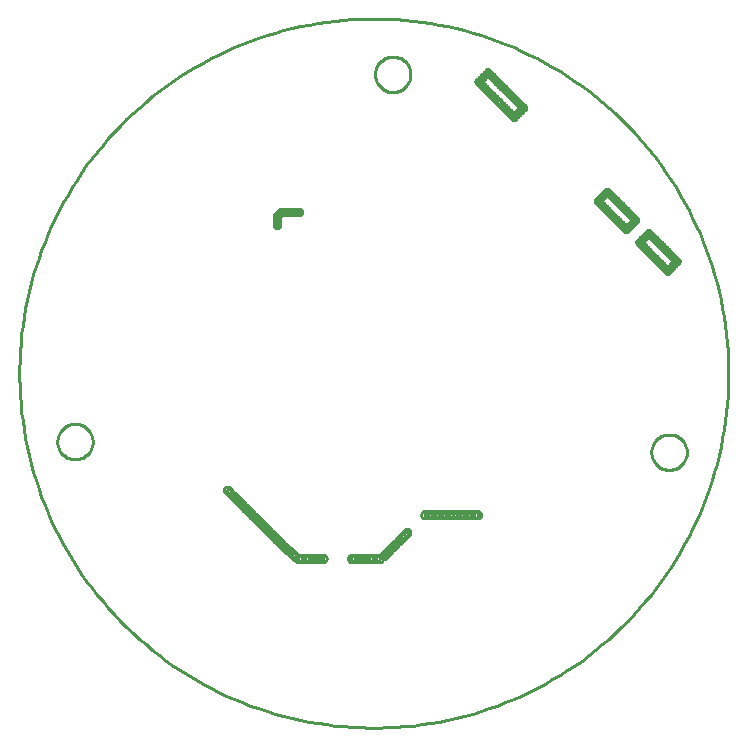
<source format=gbr>
G04 EAGLE Gerber RS-274X export*
G75*
%MOMM*%
%FSLAX34Y34*%
%LPD*%
%IN*%
%IPPOS*%
%AMOC8*
5,1,8,0,0,1.08239X$1,22.5*%
G01*
%ADD10C,0.254000*%


D10*
X323154Y-16130D02*
X323154Y-8762D01*
X322973Y-1397D01*
X322611Y5962D01*
X322069Y13309D01*
X321347Y20642D01*
X320445Y27954D01*
X319364Y35242D01*
X318105Y42501D01*
X316667Y49727D01*
X315053Y56915D01*
X313263Y64062D01*
X311298Y71163D01*
X309159Y78213D01*
X306848Y85209D01*
X304366Y92146D01*
X301715Y99019D01*
X298895Y105826D01*
X295909Y112562D01*
X292759Y119222D01*
X289447Y125803D01*
X285974Y132300D01*
X282342Y138711D01*
X278555Y145030D01*
X274613Y151255D01*
X270520Y157381D01*
X266278Y163404D01*
X261889Y169322D01*
X257356Y175130D01*
X252682Y180825D01*
X247870Y186404D01*
X242922Y191863D01*
X237842Y197199D01*
X232632Y202409D01*
X227296Y207489D01*
X221837Y212437D01*
X216258Y217249D01*
X210563Y221923D01*
X204755Y226456D01*
X198837Y230845D01*
X192814Y235087D01*
X186688Y239180D01*
X180463Y243122D01*
X174144Y246909D01*
X167733Y250541D01*
X161236Y254014D01*
X154655Y257326D01*
X147995Y260476D01*
X141259Y263462D01*
X134452Y266282D01*
X127579Y268933D01*
X120642Y271415D01*
X113646Y273726D01*
X106596Y275865D01*
X99495Y277830D01*
X92348Y279620D01*
X85160Y281234D01*
X77934Y282672D01*
X70675Y283931D01*
X63387Y285012D01*
X56075Y285914D01*
X48742Y286636D01*
X41395Y287178D01*
X34036Y287540D01*
X26671Y287721D01*
X19303Y287721D01*
X11938Y287540D01*
X4579Y287178D01*
X-2768Y286636D01*
X-10101Y285914D01*
X-17413Y285012D01*
X-24701Y283931D01*
X-31960Y282672D01*
X-39186Y281234D01*
X-46374Y279620D01*
X-53521Y277830D01*
X-60622Y275865D01*
X-67672Y273726D01*
X-74668Y271415D01*
X-81605Y268933D01*
X-88478Y266282D01*
X-95285Y263462D01*
X-102021Y260476D01*
X-108681Y257326D01*
X-115262Y254014D01*
X-121759Y250541D01*
X-128170Y246909D01*
X-134489Y243122D01*
X-140714Y239180D01*
X-146840Y235087D01*
X-152863Y230845D01*
X-158781Y226456D01*
X-164589Y221923D01*
X-170284Y217249D01*
X-175863Y212437D01*
X-181322Y207489D01*
X-186658Y202409D01*
X-191868Y197199D01*
X-196948Y191863D01*
X-201896Y186404D01*
X-206708Y180825D01*
X-211382Y175130D01*
X-215915Y169322D01*
X-220304Y163404D01*
X-224546Y157381D01*
X-228639Y151255D01*
X-232581Y145030D01*
X-236368Y138711D01*
X-240000Y132300D01*
X-243473Y125803D01*
X-246785Y119222D01*
X-249935Y112562D01*
X-252921Y105826D01*
X-255741Y99019D01*
X-258392Y92146D01*
X-260874Y85209D01*
X-263185Y78213D01*
X-265324Y71163D01*
X-267289Y64062D01*
X-269079Y56915D01*
X-270693Y49727D01*
X-272131Y42501D01*
X-273390Y35242D01*
X-274471Y27954D01*
X-275373Y20642D01*
X-276095Y13309D01*
X-276637Y5962D01*
X-276999Y-1397D01*
X-277180Y-8762D01*
X-277180Y-16130D01*
X-276999Y-23495D01*
X-276637Y-30854D01*
X-276095Y-38201D01*
X-275373Y-45534D01*
X-274471Y-52846D01*
X-273390Y-60134D01*
X-272131Y-67393D01*
X-270693Y-74619D01*
X-269079Y-81807D01*
X-267289Y-88954D01*
X-265324Y-96055D01*
X-263185Y-103105D01*
X-260874Y-110101D01*
X-258392Y-117038D01*
X-255741Y-123911D01*
X-252921Y-130718D01*
X-249935Y-137454D01*
X-246785Y-144114D01*
X-243473Y-150695D01*
X-240000Y-157192D01*
X-236368Y-163603D01*
X-232581Y-169922D01*
X-228639Y-176147D01*
X-224546Y-182273D01*
X-220304Y-188296D01*
X-215915Y-194214D01*
X-211382Y-200022D01*
X-206708Y-205717D01*
X-201896Y-211296D01*
X-196948Y-216755D01*
X-191868Y-222091D01*
X-186658Y-227301D01*
X-181322Y-232381D01*
X-175863Y-237329D01*
X-170284Y-242141D01*
X-164589Y-246815D01*
X-158781Y-251348D01*
X-152863Y-255737D01*
X-146840Y-259979D01*
X-140714Y-264072D01*
X-134489Y-268014D01*
X-128170Y-271801D01*
X-121759Y-275433D01*
X-115262Y-278906D01*
X-108681Y-282218D01*
X-102021Y-285368D01*
X-95285Y-288354D01*
X-88478Y-291174D01*
X-81605Y-293825D01*
X-74668Y-296307D01*
X-67672Y-298618D01*
X-60622Y-300757D01*
X-53521Y-302722D01*
X-46374Y-304512D01*
X-39186Y-306126D01*
X-31960Y-307564D01*
X-24701Y-308823D01*
X-17413Y-309904D01*
X-10101Y-310806D01*
X-2768Y-311528D01*
X4579Y-312070D01*
X11938Y-312432D01*
X19303Y-312613D01*
X26671Y-312613D01*
X34036Y-312432D01*
X41395Y-312070D01*
X48742Y-311528D01*
X56075Y-310806D01*
X63387Y-309904D01*
X70675Y-308823D01*
X77934Y-307564D01*
X85160Y-306126D01*
X92348Y-304512D01*
X99495Y-302722D01*
X106596Y-300757D01*
X113646Y-298618D01*
X120642Y-296307D01*
X127579Y-293825D01*
X134452Y-291174D01*
X141259Y-288354D01*
X147995Y-285368D01*
X154655Y-282218D01*
X161236Y-278906D01*
X167733Y-275433D01*
X174144Y-271801D01*
X180463Y-268014D01*
X186688Y-264072D01*
X192814Y-259979D01*
X198837Y-255737D01*
X204755Y-251348D01*
X210563Y-246815D01*
X216258Y-242141D01*
X221837Y-237329D01*
X227296Y-232381D01*
X232632Y-227301D01*
X237842Y-222091D01*
X242922Y-216755D01*
X247870Y-211296D01*
X252682Y-205717D01*
X257356Y-200022D01*
X261889Y-194214D01*
X266278Y-188296D01*
X270520Y-182273D01*
X274613Y-176147D01*
X278555Y-169922D01*
X282342Y-163603D01*
X285974Y-157192D01*
X289447Y-150695D01*
X292759Y-144114D01*
X295909Y-137454D01*
X298895Y-130718D01*
X301715Y-123911D01*
X304366Y-117038D01*
X306848Y-110101D01*
X309159Y-103105D01*
X311298Y-96055D01*
X313263Y-88954D01*
X315053Y-81807D01*
X316667Y-74619D01*
X318105Y-67393D01*
X319364Y-60134D01*
X320445Y-52846D01*
X321347Y-45534D01*
X322069Y-38201D01*
X322611Y-30854D01*
X322973Y-23495D01*
X323154Y-16130D01*
X-79013Y-130682D02*
X-79087Y-131149D01*
X-79233Y-131598D01*
X-79447Y-132018D01*
X-79725Y-132400D01*
X-80059Y-132734D01*
X-80441Y-133012D01*
X-80861Y-133226D01*
X-81311Y-133372D01*
X-81777Y-133446D01*
X-82249Y-133446D01*
X-82716Y-133372D01*
X-83165Y-133226D01*
X-83585Y-133012D01*
X-83967Y-132734D01*
X-84301Y-132400D01*
X-84579Y-132018D01*
X-84793Y-131598D01*
X-84939Y-131149D01*
X-85013Y-130682D01*
X-85013Y-130210D01*
X-84939Y-129744D01*
X-84793Y-129294D01*
X-84579Y-128874D01*
X-84301Y-128492D01*
X-83967Y-128158D01*
X-83585Y-127880D01*
X-83165Y-127666D01*
X-82716Y-127520D01*
X-82249Y-127446D01*
X-81777Y-127446D01*
X-81311Y-127520D01*
X-80861Y-127666D01*
X-80441Y-127880D01*
X-80059Y-128158D01*
X-79725Y-128492D01*
X-79447Y-128874D01*
X-79233Y-129294D01*
X-79087Y-129744D01*
X-79013Y-130210D01*
X-79013Y-130682D01*
X-77013Y-132682D02*
X-77087Y-133149D01*
X-77233Y-133598D01*
X-77447Y-134018D01*
X-77725Y-134400D01*
X-78059Y-134734D01*
X-78441Y-135012D01*
X-78861Y-135226D01*
X-79311Y-135372D01*
X-79777Y-135446D01*
X-80249Y-135446D01*
X-80716Y-135372D01*
X-81165Y-135226D01*
X-81585Y-135012D01*
X-81967Y-134734D01*
X-82301Y-134400D01*
X-82579Y-134018D01*
X-82793Y-133598D01*
X-82939Y-133149D01*
X-83013Y-132682D01*
X-83013Y-132210D01*
X-82939Y-131744D01*
X-82793Y-131294D01*
X-82579Y-130874D01*
X-82301Y-130492D01*
X-81967Y-130158D01*
X-81585Y-129880D01*
X-81165Y-129666D01*
X-80716Y-129520D01*
X-80249Y-129446D01*
X-79777Y-129446D01*
X-79311Y-129520D01*
X-78861Y-129666D01*
X-78441Y-129880D01*
X-78059Y-130158D01*
X-77725Y-130492D01*
X-77447Y-130874D01*
X-77233Y-131294D01*
X-77087Y-131744D01*
X-77013Y-132210D01*
X-77013Y-132682D01*
X-75013Y-134682D02*
X-75087Y-135149D01*
X-75233Y-135598D01*
X-75447Y-136018D01*
X-75725Y-136400D01*
X-76059Y-136734D01*
X-76441Y-137012D01*
X-76861Y-137226D01*
X-77311Y-137372D01*
X-77777Y-137446D01*
X-78249Y-137446D01*
X-78716Y-137372D01*
X-79165Y-137226D01*
X-79585Y-137012D01*
X-79967Y-136734D01*
X-80301Y-136400D01*
X-80579Y-136018D01*
X-80793Y-135598D01*
X-80939Y-135149D01*
X-81013Y-134682D01*
X-81013Y-134210D01*
X-80939Y-133744D01*
X-80793Y-133294D01*
X-80579Y-132874D01*
X-80301Y-132492D01*
X-79967Y-132158D01*
X-79585Y-131880D01*
X-79165Y-131666D01*
X-78716Y-131520D01*
X-78249Y-131446D01*
X-77777Y-131446D01*
X-77311Y-131520D01*
X-76861Y-131666D01*
X-76441Y-131880D01*
X-76059Y-132158D01*
X-75725Y-132492D01*
X-75447Y-132874D01*
X-75233Y-133294D01*
X-75087Y-133744D01*
X-75013Y-134210D01*
X-75013Y-134682D01*
X-73013Y-136682D02*
X-73087Y-137149D01*
X-73233Y-137598D01*
X-73447Y-138018D01*
X-73725Y-138400D01*
X-74059Y-138734D01*
X-74441Y-139012D01*
X-74861Y-139226D01*
X-75311Y-139372D01*
X-75777Y-139446D01*
X-76249Y-139446D01*
X-76716Y-139372D01*
X-77165Y-139226D01*
X-77585Y-139012D01*
X-77967Y-138734D01*
X-78301Y-138400D01*
X-78579Y-138018D01*
X-78793Y-137598D01*
X-78939Y-137149D01*
X-79013Y-136682D01*
X-79013Y-136210D01*
X-78939Y-135744D01*
X-78793Y-135294D01*
X-78579Y-134874D01*
X-78301Y-134492D01*
X-77967Y-134158D01*
X-77585Y-133880D01*
X-77165Y-133666D01*
X-76716Y-133520D01*
X-76249Y-133446D01*
X-75777Y-133446D01*
X-75311Y-133520D01*
X-74861Y-133666D01*
X-74441Y-133880D01*
X-74059Y-134158D01*
X-73725Y-134492D01*
X-73447Y-134874D01*
X-73233Y-135294D01*
X-73087Y-135744D01*
X-73013Y-136210D01*
X-73013Y-136682D01*
X-71013Y-138682D02*
X-71087Y-139149D01*
X-71233Y-139598D01*
X-71447Y-140018D01*
X-71725Y-140400D01*
X-72059Y-140734D01*
X-72441Y-141012D01*
X-72861Y-141226D01*
X-73311Y-141372D01*
X-73777Y-141446D01*
X-74249Y-141446D01*
X-74716Y-141372D01*
X-75165Y-141226D01*
X-75585Y-141012D01*
X-75967Y-140734D01*
X-76301Y-140400D01*
X-76579Y-140018D01*
X-76793Y-139598D01*
X-76939Y-139149D01*
X-77013Y-138682D01*
X-77013Y-138210D01*
X-76939Y-137744D01*
X-76793Y-137294D01*
X-76579Y-136874D01*
X-76301Y-136492D01*
X-75967Y-136158D01*
X-75585Y-135880D01*
X-75165Y-135666D01*
X-74716Y-135520D01*
X-74249Y-135446D01*
X-73777Y-135446D01*
X-73311Y-135520D01*
X-72861Y-135666D01*
X-72441Y-135880D01*
X-72059Y-136158D01*
X-71725Y-136492D01*
X-71447Y-136874D01*
X-71233Y-137294D01*
X-71087Y-137744D01*
X-71013Y-138210D01*
X-71013Y-138682D01*
X-69013Y-140682D02*
X-69087Y-141149D01*
X-69233Y-141598D01*
X-69447Y-142018D01*
X-69725Y-142400D01*
X-70059Y-142734D01*
X-70441Y-143012D01*
X-70861Y-143226D01*
X-71311Y-143372D01*
X-71777Y-143446D01*
X-72249Y-143446D01*
X-72716Y-143372D01*
X-73165Y-143226D01*
X-73585Y-143012D01*
X-73967Y-142734D01*
X-74301Y-142400D01*
X-74579Y-142018D01*
X-74793Y-141598D01*
X-74939Y-141149D01*
X-75013Y-140682D01*
X-75013Y-140210D01*
X-74939Y-139744D01*
X-74793Y-139294D01*
X-74579Y-138874D01*
X-74301Y-138492D01*
X-73967Y-138158D01*
X-73585Y-137880D01*
X-73165Y-137666D01*
X-72716Y-137520D01*
X-72249Y-137446D01*
X-71777Y-137446D01*
X-71311Y-137520D01*
X-70861Y-137666D01*
X-70441Y-137880D01*
X-70059Y-138158D01*
X-69725Y-138492D01*
X-69447Y-138874D01*
X-69233Y-139294D01*
X-69087Y-139744D01*
X-69013Y-140210D01*
X-69013Y-140682D01*
X-67013Y-142682D02*
X-67087Y-143149D01*
X-67233Y-143598D01*
X-67447Y-144018D01*
X-67725Y-144400D01*
X-68059Y-144734D01*
X-68441Y-145012D01*
X-68861Y-145226D01*
X-69311Y-145372D01*
X-69777Y-145446D01*
X-70249Y-145446D01*
X-70716Y-145372D01*
X-71165Y-145226D01*
X-71585Y-145012D01*
X-71967Y-144734D01*
X-72301Y-144400D01*
X-72579Y-144018D01*
X-72793Y-143598D01*
X-72939Y-143149D01*
X-73013Y-142682D01*
X-73013Y-142210D01*
X-72939Y-141744D01*
X-72793Y-141294D01*
X-72579Y-140874D01*
X-72301Y-140492D01*
X-71967Y-140158D01*
X-71585Y-139880D01*
X-71165Y-139666D01*
X-70716Y-139520D01*
X-70249Y-139446D01*
X-69777Y-139446D01*
X-69311Y-139520D01*
X-68861Y-139666D01*
X-68441Y-139880D01*
X-68059Y-140158D01*
X-67725Y-140492D01*
X-67447Y-140874D01*
X-67233Y-141294D01*
X-67087Y-141744D01*
X-67013Y-142210D01*
X-67013Y-142682D01*
X-65013Y-144682D02*
X-65087Y-145149D01*
X-65233Y-145598D01*
X-65447Y-146018D01*
X-65725Y-146400D01*
X-66059Y-146734D01*
X-66441Y-147012D01*
X-66861Y-147226D01*
X-67311Y-147372D01*
X-67777Y-147446D01*
X-68249Y-147446D01*
X-68716Y-147372D01*
X-69165Y-147226D01*
X-69585Y-147012D01*
X-69967Y-146734D01*
X-70301Y-146400D01*
X-70579Y-146018D01*
X-70793Y-145598D01*
X-70939Y-145149D01*
X-71013Y-144682D01*
X-71013Y-144210D01*
X-70939Y-143744D01*
X-70793Y-143294D01*
X-70579Y-142874D01*
X-70301Y-142492D01*
X-69967Y-142158D01*
X-69585Y-141880D01*
X-69165Y-141666D01*
X-68716Y-141520D01*
X-68249Y-141446D01*
X-67777Y-141446D01*
X-67311Y-141520D01*
X-66861Y-141666D01*
X-66441Y-141880D01*
X-66059Y-142158D01*
X-65725Y-142492D01*
X-65447Y-142874D01*
X-65233Y-143294D01*
X-65087Y-143744D01*
X-65013Y-144210D01*
X-65013Y-144682D01*
X-63013Y-146682D02*
X-63087Y-147149D01*
X-63233Y-147598D01*
X-63447Y-148018D01*
X-63725Y-148400D01*
X-64059Y-148734D01*
X-64441Y-149012D01*
X-64861Y-149226D01*
X-65311Y-149372D01*
X-65777Y-149446D01*
X-66249Y-149446D01*
X-66716Y-149372D01*
X-67165Y-149226D01*
X-67585Y-149012D01*
X-67967Y-148734D01*
X-68301Y-148400D01*
X-68579Y-148018D01*
X-68793Y-147598D01*
X-68939Y-147149D01*
X-69013Y-146682D01*
X-69013Y-146210D01*
X-68939Y-145744D01*
X-68793Y-145294D01*
X-68579Y-144874D01*
X-68301Y-144492D01*
X-67967Y-144158D01*
X-67585Y-143880D01*
X-67165Y-143666D01*
X-66716Y-143520D01*
X-66249Y-143446D01*
X-65777Y-143446D01*
X-65311Y-143520D01*
X-64861Y-143666D01*
X-64441Y-143880D01*
X-64059Y-144158D01*
X-63725Y-144492D01*
X-63447Y-144874D01*
X-63233Y-145294D01*
X-63087Y-145744D01*
X-63013Y-146210D01*
X-63013Y-146682D01*
X-61013Y-148682D02*
X-61087Y-149149D01*
X-61233Y-149598D01*
X-61447Y-150018D01*
X-61725Y-150400D01*
X-62059Y-150734D01*
X-62441Y-151012D01*
X-62861Y-151226D01*
X-63311Y-151372D01*
X-63777Y-151446D01*
X-64249Y-151446D01*
X-64716Y-151372D01*
X-65165Y-151226D01*
X-65585Y-151012D01*
X-65967Y-150734D01*
X-66301Y-150400D01*
X-66579Y-150018D01*
X-66793Y-149598D01*
X-66939Y-149149D01*
X-67013Y-148682D01*
X-67013Y-148210D01*
X-66939Y-147744D01*
X-66793Y-147294D01*
X-66579Y-146874D01*
X-66301Y-146492D01*
X-65967Y-146158D01*
X-65585Y-145880D01*
X-65165Y-145666D01*
X-64716Y-145520D01*
X-64249Y-145446D01*
X-63777Y-145446D01*
X-63311Y-145520D01*
X-62861Y-145666D01*
X-62441Y-145880D01*
X-62059Y-146158D01*
X-61725Y-146492D01*
X-61447Y-146874D01*
X-61233Y-147294D01*
X-61087Y-147744D01*
X-61013Y-148210D01*
X-61013Y-148682D01*
X-59013Y-150682D02*
X-59087Y-151149D01*
X-59233Y-151598D01*
X-59447Y-152018D01*
X-59725Y-152400D01*
X-60059Y-152734D01*
X-60441Y-153012D01*
X-60861Y-153226D01*
X-61311Y-153372D01*
X-61777Y-153446D01*
X-62249Y-153446D01*
X-62716Y-153372D01*
X-63165Y-153226D01*
X-63585Y-153012D01*
X-63967Y-152734D01*
X-64301Y-152400D01*
X-64579Y-152018D01*
X-64793Y-151598D01*
X-64939Y-151149D01*
X-65013Y-150682D01*
X-65013Y-150210D01*
X-64939Y-149744D01*
X-64793Y-149294D01*
X-64579Y-148874D01*
X-64301Y-148492D01*
X-63967Y-148158D01*
X-63585Y-147880D01*
X-63165Y-147666D01*
X-62716Y-147520D01*
X-62249Y-147446D01*
X-61777Y-147446D01*
X-61311Y-147520D01*
X-60861Y-147666D01*
X-60441Y-147880D01*
X-60059Y-148158D01*
X-59725Y-148492D01*
X-59447Y-148874D01*
X-59233Y-149294D01*
X-59087Y-149744D01*
X-59013Y-150210D01*
X-59013Y-150682D01*
X-57013Y-152682D02*
X-57087Y-153149D01*
X-57233Y-153598D01*
X-57447Y-154018D01*
X-57725Y-154400D01*
X-58059Y-154734D01*
X-58441Y-155012D01*
X-58861Y-155226D01*
X-59311Y-155372D01*
X-59777Y-155446D01*
X-60249Y-155446D01*
X-60716Y-155372D01*
X-61165Y-155226D01*
X-61585Y-155012D01*
X-61967Y-154734D01*
X-62301Y-154400D01*
X-62579Y-154018D01*
X-62793Y-153598D01*
X-62939Y-153149D01*
X-63013Y-152682D01*
X-63013Y-152210D01*
X-62939Y-151744D01*
X-62793Y-151294D01*
X-62579Y-150874D01*
X-62301Y-150492D01*
X-61967Y-150158D01*
X-61585Y-149880D01*
X-61165Y-149666D01*
X-60716Y-149520D01*
X-60249Y-149446D01*
X-59777Y-149446D01*
X-59311Y-149520D01*
X-58861Y-149666D01*
X-58441Y-149880D01*
X-58059Y-150158D01*
X-57725Y-150492D01*
X-57447Y-150874D01*
X-57233Y-151294D01*
X-57087Y-151744D01*
X-57013Y-152210D01*
X-57013Y-152682D01*
X-55733Y-153712D02*
X-55807Y-154179D01*
X-55953Y-154628D01*
X-56167Y-155048D01*
X-56445Y-155430D01*
X-56779Y-155764D01*
X-57161Y-156042D01*
X-57581Y-156256D01*
X-58031Y-156402D01*
X-58497Y-156476D01*
X-58969Y-156476D01*
X-59436Y-156402D01*
X-59885Y-156256D01*
X-60305Y-156042D01*
X-60687Y-155764D01*
X-61021Y-155430D01*
X-61299Y-155048D01*
X-61513Y-154628D01*
X-61659Y-154179D01*
X-61733Y-153712D01*
X-61733Y-153240D01*
X-61659Y-152774D01*
X-61513Y-152324D01*
X-61299Y-151904D01*
X-61021Y-151522D01*
X-60687Y-151188D01*
X-60305Y-150910D01*
X-59885Y-150696D01*
X-59436Y-150550D01*
X-58969Y-150476D01*
X-58497Y-150476D01*
X-58031Y-150550D01*
X-57581Y-150696D01*
X-57161Y-150910D01*
X-56779Y-151188D01*
X-56445Y-151522D01*
X-56167Y-151904D01*
X-55953Y-152324D01*
X-55807Y-152774D01*
X-55733Y-153240D01*
X-55733Y-153712D01*
X-54013Y-155682D02*
X-54087Y-156149D01*
X-54233Y-156598D01*
X-54447Y-157018D01*
X-54725Y-157400D01*
X-55059Y-157734D01*
X-55441Y-158012D01*
X-55861Y-158226D01*
X-56311Y-158372D01*
X-56777Y-158446D01*
X-57249Y-158446D01*
X-57716Y-158372D01*
X-58165Y-158226D01*
X-58585Y-158012D01*
X-58967Y-157734D01*
X-59301Y-157400D01*
X-59579Y-157018D01*
X-59793Y-156598D01*
X-59939Y-156149D01*
X-60013Y-155682D01*
X-60013Y-155210D01*
X-59939Y-154744D01*
X-59793Y-154294D01*
X-59579Y-153874D01*
X-59301Y-153492D01*
X-58967Y-153158D01*
X-58585Y-152880D01*
X-58165Y-152666D01*
X-57716Y-152520D01*
X-57249Y-152446D01*
X-56777Y-152446D01*
X-56311Y-152520D01*
X-55861Y-152666D01*
X-55441Y-152880D01*
X-55059Y-153158D01*
X-54725Y-153492D01*
X-54447Y-153874D01*
X-54233Y-154294D01*
X-54087Y-154744D01*
X-54013Y-155210D01*
X-54013Y-155682D01*
X-52013Y-157682D02*
X-52087Y-158149D01*
X-52233Y-158598D01*
X-52447Y-159018D01*
X-52725Y-159400D01*
X-53059Y-159734D01*
X-53441Y-160012D01*
X-53861Y-160226D01*
X-54311Y-160372D01*
X-54777Y-160446D01*
X-55249Y-160446D01*
X-55716Y-160372D01*
X-56165Y-160226D01*
X-56585Y-160012D01*
X-56967Y-159734D01*
X-57301Y-159400D01*
X-57579Y-159018D01*
X-57793Y-158598D01*
X-57939Y-158149D01*
X-58013Y-157682D01*
X-58013Y-157210D01*
X-57939Y-156744D01*
X-57793Y-156294D01*
X-57579Y-155874D01*
X-57301Y-155492D01*
X-56967Y-155158D01*
X-56585Y-154880D01*
X-56165Y-154666D01*
X-55716Y-154520D01*
X-55249Y-154446D01*
X-54777Y-154446D01*
X-54311Y-154520D01*
X-53861Y-154666D01*
X-53441Y-154880D01*
X-53059Y-155158D01*
X-52725Y-155492D01*
X-52447Y-155874D01*
X-52233Y-156294D01*
X-52087Y-156744D01*
X-52013Y-157210D01*
X-52013Y-157682D01*
X-50013Y-159682D02*
X-50087Y-160149D01*
X-50233Y-160598D01*
X-50447Y-161018D01*
X-50725Y-161400D01*
X-51059Y-161734D01*
X-51441Y-162012D01*
X-51861Y-162226D01*
X-52311Y-162372D01*
X-52777Y-162446D01*
X-53249Y-162446D01*
X-53716Y-162372D01*
X-54165Y-162226D01*
X-54585Y-162012D01*
X-54967Y-161734D01*
X-55301Y-161400D01*
X-55579Y-161018D01*
X-55793Y-160598D01*
X-55939Y-160149D01*
X-56013Y-159682D01*
X-56013Y-159210D01*
X-55939Y-158744D01*
X-55793Y-158294D01*
X-55579Y-157874D01*
X-55301Y-157492D01*
X-54967Y-157158D01*
X-54585Y-156880D01*
X-54165Y-156666D01*
X-53716Y-156520D01*
X-53249Y-156446D01*
X-52777Y-156446D01*
X-52311Y-156520D01*
X-51861Y-156666D01*
X-51441Y-156880D01*
X-51059Y-157158D01*
X-50725Y-157492D01*
X-50447Y-157874D01*
X-50233Y-158294D01*
X-50087Y-158744D01*
X-50013Y-159210D01*
X-50013Y-159682D01*
X-48013Y-161682D02*
X-48087Y-162149D01*
X-48233Y-162598D01*
X-48447Y-163018D01*
X-48725Y-163400D01*
X-49059Y-163734D01*
X-49441Y-164012D01*
X-49861Y-164226D01*
X-50311Y-164372D01*
X-50777Y-164446D01*
X-51249Y-164446D01*
X-51716Y-164372D01*
X-52165Y-164226D01*
X-52585Y-164012D01*
X-52967Y-163734D01*
X-53301Y-163400D01*
X-53579Y-163018D01*
X-53793Y-162598D01*
X-53939Y-162149D01*
X-54013Y-161682D01*
X-54013Y-161210D01*
X-53939Y-160744D01*
X-53793Y-160294D01*
X-53579Y-159874D01*
X-53301Y-159492D01*
X-52967Y-159158D01*
X-52585Y-158880D01*
X-52165Y-158666D01*
X-51716Y-158520D01*
X-51249Y-158446D01*
X-50777Y-158446D01*
X-50311Y-158520D01*
X-49861Y-158666D01*
X-49441Y-158880D01*
X-49059Y-159158D01*
X-48725Y-159492D01*
X-48447Y-159874D01*
X-48233Y-160294D01*
X-48087Y-160744D01*
X-48013Y-161210D01*
X-48013Y-161682D01*
X-45013Y-163682D02*
X-45087Y-164149D01*
X-45233Y-164598D01*
X-45447Y-165018D01*
X-45725Y-165400D01*
X-46059Y-165734D01*
X-46441Y-166012D01*
X-46861Y-166226D01*
X-47311Y-166372D01*
X-47777Y-166446D01*
X-48249Y-166446D01*
X-48716Y-166372D01*
X-49165Y-166226D01*
X-49585Y-166012D01*
X-49967Y-165734D01*
X-50301Y-165400D01*
X-50579Y-165018D01*
X-50793Y-164598D01*
X-50939Y-164149D01*
X-51013Y-163682D01*
X-51013Y-163210D01*
X-50939Y-162744D01*
X-50793Y-162294D01*
X-50579Y-161874D01*
X-50301Y-161492D01*
X-49967Y-161158D01*
X-49585Y-160880D01*
X-49165Y-160666D01*
X-48716Y-160520D01*
X-48249Y-160446D01*
X-47777Y-160446D01*
X-47311Y-160520D01*
X-46861Y-160666D01*
X-46441Y-160880D01*
X-46059Y-161158D01*
X-45725Y-161492D01*
X-45447Y-161874D01*
X-45233Y-162294D01*
X-45087Y-162744D01*
X-45013Y-163210D01*
X-45013Y-163682D01*
X-43013Y-165682D02*
X-43087Y-166149D01*
X-43233Y-166598D01*
X-43447Y-167018D01*
X-43725Y-167400D01*
X-44059Y-167734D01*
X-44441Y-168012D01*
X-44861Y-168226D01*
X-45311Y-168372D01*
X-45777Y-168446D01*
X-46249Y-168446D01*
X-46716Y-168372D01*
X-47165Y-168226D01*
X-47585Y-168012D01*
X-47967Y-167734D01*
X-48301Y-167400D01*
X-48579Y-167018D01*
X-48793Y-166598D01*
X-48939Y-166149D01*
X-49013Y-165682D01*
X-49013Y-165210D01*
X-48939Y-164744D01*
X-48793Y-164294D01*
X-48579Y-163874D01*
X-48301Y-163492D01*
X-47967Y-163158D01*
X-47585Y-162880D01*
X-47165Y-162666D01*
X-46716Y-162520D01*
X-46249Y-162446D01*
X-45777Y-162446D01*
X-45311Y-162520D01*
X-44861Y-162666D01*
X-44441Y-162880D01*
X-44059Y-163158D01*
X-43725Y-163492D01*
X-43447Y-163874D01*
X-43233Y-164294D01*
X-43087Y-164744D01*
X-43013Y-165210D01*
X-43013Y-165682D01*
X-41013Y-167682D02*
X-41087Y-168149D01*
X-41233Y-168598D01*
X-41447Y-169018D01*
X-41725Y-169400D01*
X-42059Y-169734D01*
X-42441Y-170012D01*
X-42861Y-170226D01*
X-43311Y-170372D01*
X-43777Y-170446D01*
X-44249Y-170446D01*
X-44716Y-170372D01*
X-45165Y-170226D01*
X-45585Y-170012D01*
X-45967Y-169734D01*
X-46301Y-169400D01*
X-46579Y-169018D01*
X-46793Y-168598D01*
X-46939Y-168149D01*
X-47013Y-167682D01*
X-47013Y-167210D01*
X-46939Y-166744D01*
X-46793Y-166294D01*
X-46579Y-165874D01*
X-46301Y-165492D01*
X-45967Y-165158D01*
X-45585Y-164880D01*
X-45165Y-164666D01*
X-44716Y-164520D01*
X-44249Y-164446D01*
X-43777Y-164446D01*
X-43311Y-164520D01*
X-42861Y-164666D01*
X-42441Y-164880D01*
X-42059Y-165158D01*
X-41725Y-165492D01*
X-41447Y-165874D01*
X-41233Y-166294D01*
X-41087Y-166744D01*
X-41013Y-167210D01*
X-41013Y-167682D01*
X-38013Y-169682D02*
X-38087Y-170149D01*
X-38233Y-170598D01*
X-38447Y-171018D01*
X-38725Y-171400D01*
X-39059Y-171734D01*
X-39441Y-172012D01*
X-39861Y-172226D01*
X-40311Y-172372D01*
X-40777Y-172446D01*
X-41249Y-172446D01*
X-41716Y-172372D01*
X-42165Y-172226D01*
X-42585Y-172012D01*
X-42967Y-171734D01*
X-43301Y-171400D01*
X-43579Y-171018D01*
X-43793Y-170598D01*
X-43939Y-170149D01*
X-44013Y-169682D01*
X-44013Y-169210D01*
X-43939Y-168744D01*
X-43793Y-168294D01*
X-43579Y-167874D01*
X-43301Y-167492D01*
X-42967Y-167158D01*
X-42585Y-166880D01*
X-42165Y-166666D01*
X-41716Y-166520D01*
X-41249Y-166446D01*
X-40777Y-166446D01*
X-40311Y-166520D01*
X-39861Y-166666D01*
X-39441Y-166880D01*
X-39059Y-167158D01*
X-38725Y-167492D01*
X-38447Y-167874D01*
X-38233Y-168294D01*
X-38087Y-168744D01*
X-38013Y-169210D01*
X-38013Y-169682D01*
X-35013Y-169682D02*
X-35087Y-170149D01*
X-35233Y-170598D01*
X-35447Y-171018D01*
X-35725Y-171400D01*
X-36059Y-171734D01*
X-36441Y-172012D01*
X-36861Y-172226D01*
X-37311Y-172372D01*
X-37777Y-172446D01*
X-38249Y-172446D01*
X-38716Y-172372D01*
X-39165Y-172226D01*
X-39585Y-172012D01*
X-39967Y-171734D01*
X-40301Y-171400D01*
X-40579Y-171018D01*
X-40793Y-170598D01*
X-40939Y-170149D01*
X-41013Y-169682D01*
X-41013Y-169210D01*
X-40939Y-168744D01*
X-40793Y-168294D01*
X-40579Y-167874D01*
X-40301Y-167492D01*
X-39967Y-167158D01*
X-39585Y-166880D01*
X-39165Y-166666D01*
X-38716Y-166520D01*
X-38249Y-166446D01*
X-37777Y-166446D01*
X-37311Y-166520D01*
X-36861Y-166666D01*
X-36441Y-166880D01*
X-36059Y-167158D01*
X-35725Y-167492D01*
X-35447Y-167874D01*
X-35233Y-168294D01*
X-35087Y-168744D01*
X-35013Y-169210D01*
X-35013Y-169682D01*
X-32013Y-169682D02*
X-32087Y-170149D01*
X-32233Y-170598D01*
X-32447Y-171018D01*
X-32725Y-171400D01*
X-33059Y-171734D01*
X-33441Y-172012D01*
X-33861Y-172226D01*
X-34311Y-172372D01*
X-34777Y-172446D01*
X-35249Y-172446D01*
X-35716Y-172372D01*
X-36165Y-172226D01*
X-36585Y-172012D01*
X-36967Y-171734D01*
X-37301Y-171400D01*
X-37579Y-171018D01*
X-37793Y-170598D01*
X-37939Y-170149D01*
X-38013Y-169682D01*
X-38013Y-169210D01*
X-37939Y-168744D01*
X-37793Y-168294D01*
X-37579Y-167874D01*
X-37301Y-167492D01*
X-36967Y-167158D01*
X-36585Y-166880D01*
X-36165Y-166666D01*
X-35716Y-166520D01*
X-35249Y-166446D01*
X-34777Y-166446D01*
X-34311Y-166520D01*
X-33861Y-166666D01*
X-33441Y-166880D01*
X-33059Y-167158D01*
X-32725Y-167492D01*
X-32447Y-167874D01*
X-32233Y-168294D01*
X-32087Y-168744D01*
X-32013Y-169210D01*
X-32013Y-169682D01*
X-29013Y-169682D02*
X-29087Y-170149D01*
X-29233Y-170598D01*
X-29447Y-171018D01*
X-29725Y-171400D01*
X-30059Y-171734D01*
X-30441Y-172012D01*
X-30861Y-172226D01*
X-31311Y-172372D01*
X-31777Y-172446D01*
X-32249Y-172446D01*
X-32716Y-172372D01*
X-33165Y-172226D01*
X-33585Y-172012D01*
X-33967Y-171734D01*
X-34301Y-171400D01*
X-34579Y-171018D01*
X-34793Y-170598D01*
X-34939Y-170149D01*
X-35013Y-169682D01*
X-35013Y-169210D01*
X-34939Y-168744D01*
X-34793Y-168294D01*
X-34579Y-167874D01*
X-34301Y-167492D01*
X-33967Y-167158D01*
X-33585Y-166880D01*
X-33165Y-166666D01*
X-32716Y-166520D01*
X-32249Y-166446D01*
X-31777Y-166446D01*
X-31311Y-166520D01*
X-30861Y-166666D01*
X-30441Y-166880D01*
X-30059Y-167158D01*
X-29725Y-167492D01*
X-29447Y-167874D01*
X-29233Y-168294D01*
X-29087Y-168744D01*
X-29013Y-169210D01*
X-29013Y-169682D01*
X-26013Y-169682D02*
X-26087Y-170149D01*
X-26233Y-170598D01*
X-26447Y-171018D01*
X-26725Y-171400D01*
X-27059Y-171734D01*
X-27441Y-172012D01*
X-27861Y-172226D01*
X-28311Y-172372D01*
X-28777Y-172446D01*
X-29249Y-172446D01*
X-29716Y-172372D01*
X-30165Y-172226D01*
X-30585Y-172012D01*
X-30967Y-171734D01*
X-31301Y-171400D01*
X-31579Y-171018D01*
X-31793Y-170598D01*
X-31939Y-170149D01*
X-32013Y-169682D01*
X-32013Y-169210D01*
X-31939Y-168744D01*
X-31793Y-168294D01*
X-31579Y-167874D01*
X-31301Y-167492D01*
X-30967Y-167158D01*
X-30585Y-166880D01*
X-30165Y-166666D01*
X-29716Y-166520D01*
X-29249Y-166446D01*
X-28777Y-166446D01*
X-28311Y-166520D01*
X-27861Y-166666D01*
X-27441Y-166880D01*
X-27059Y-167158D01*
X-26725Y-167492D01*
X-26447Y-167874D01*
X-26233Y-168294D01*
X-26087Y-168744D01*
X-26013Y-169210D01*
X-26013Y-169682D01*
X-23013Y-169682D02*
X-23087Y-170149D01*
X-23233Y-170598D01*
X-23447Y-171018D01*
X-23725Y-171400D01*
X-24059Y-171734D01*
X-24441Y-172012D01*
X-24861Y-172226D01*
X-25311Y-172372D01*
X-25777Y-172446D01*
X-26249Y-172446D01*
X-26716Y-172372D01*
X-27165Y-172226D01*
X-27585Y-172012D01*
X-27967Y-171734D01*
X-28301Y-171400D01*
X-28579Y-171018D01*
X-28793Y-170598D01*
X-28939Y-170149D01*
X-29013Y-169682D01*
X-29013Y-169210D01*
X-28939Y-168744D01*
X-28793Y-168294D01*
X-28579Y-167874D01*
X-28301Y-167492D01*
X-27967Y-167158D01*
X-27585Y-166880D01*
X-27165Y-166666D01*
X-26716Y-166520D01*
X-26249Y-166446D01*
X-25777Y-166446D01*
X-25311Y-166520D01*
X-24861Y-166666D01*
X-24441Y-166880D01*
X-24059Y-167158D01*
X-23725Y-167492D01*
X-23447Y-167874D01*
X-23233Y-168294D01*
X-23087Y-168744D01*
X-23013Y-169210D01*
X-23013Y-169682D01*
X-20013Y-169682D02*
X-20087Y-170149D01*
X-20233Y-170598D01*
X-20447Y-171018D01*
X-20725Y-171400D01*
X-21059Y-171734D01*
X-21441Y-172012D01*
X-21861Y-172226D01*
X-22311Y-172372D01*
X-22777Y-172446D01*
X-23249Y-172446D01*
X-23716Y-172372D01*
X-24165Y-172226D01*
X-24585Y-172012D01*
X-24967Y-171734D01*
X-25301Y-171400D01*
X-25579Y-171018D01*
X-25793Y-170598D01*
X-25939Y-170149D01*
X-26013Y-169682D01*
X-26013Y-169210D01*
X-25939Y-168744D01*
X-25793Y-168294D01*
X-25579Y-167874D01*
X-25301Y-167492D01*
X-24967Y-167158D01*
X-24585Y-166880D01*
X-24165Y-166666D01*
X-23716Y-166520D01*
X-23249Y-166446D01*
X-22777Y-166446D01*
X-22311Y-166520D01*
X-21861Y-166666D01*
X-21441Y-166880D01*
X-21059Y-167158D01*
X-20725Y-167492D01*
X-20447Y-167874D01*
X-20233Y-168294D01*
X-20087Y-168744D01*
X-20013Y-169210D01*
X-20013Y-169682D01*
X-17013Y-169682D02*
X-17087Y-170149D01*
X-17233Y-170598D01*
X-17447Y-171018D01*
X-17725Y-171400D01*
X-18059Y-171734D01*
X-18441Y-172012D01*
X-18861Y-172226D01*
X-19311Y-172372D01*
X-19777Y-172446D01*
X-20249Y-172446D01*
X-20716Y-172372D01*
X-21165Y-172226D01*
X-21585Y-172012D01*
X-21967Y-171734D01*
X-22301Y-171400D01*
X-22579Y-171018D01*
X-22793Y-170598D01*
X-22939Y-170149D01*
X-23013Y-169682D01*
X-23013Y-169210D01*
X-22939Y-168744D01*
X-22793Y-168294D01*
X-22579Y-167874D01*
X-22301Y-167492D01*
X-21967Y-167158D01*
X-21585Y-166880D01*
X-21165Y-166666D01*
X-20716Y-166520D01*
X-20249Y-166446D01*
X-19777Y-166446D01*
X-19311Y-166520D01*
X-18861Y-166666D01*
X-18441Y-166880D01*
X-18059Y-167158D01*
X-17725Y-167492D01*
X-17447Y-167874D01*
X-17233Y-168294D01*
X-17087Y-168744D01*
X-17013Y-169210D01*
X-17013Y-169682D01*
X6987Y-169682D02*
X6913Y-170149D01*
X6767Y-170598D01*
X6553Y-171018D01*
X6275Y-171400D01*
X5941Y-171734D01*
X5559Y-172012D01*
X5139Y-172226D01*
X4690Y-172372D01*
X4223Y-172446D01*
X3751Y-172446D01*
X3285Y-172372D01*
X2835Y-172226D01*
X2415Y-172012D01*
X2033Y-171734D01*
X1699Y-171400D01*
X1421Y-171018D01*
X1207Y-170598D01*
X1061Y-170149D01*
X987Y-169682D01*
X987Y-169210D01*
X1061Y-168744D01*
X1207Y-168294D01*
X1421Y-167874D01*
X1699Y-167492D01*
X2033Y-167158D01*
X2415Y-166880D01*
X2835Y-166666D01*
X3285Y-166520D01*
X3751Y-166446D01*
X4223Y-166446D01*
X4690Y-166520D01*
X5139Y-166666D01*
X5559Y-166880D01*
X5941Y-167158D01*
X6275Y-167492D01*
X6553Y-167874D01*
X6767Y-168294D01*
X6913Y-168744D01*
X6987Y-169210D01*
X6987Y-169682D01*
X9987Y-169682D02*
X9913Y-170149D01*
X9767Y-170598D01*
X9553Y-171018D01*
X9275Y-171400D01*
X8941Y-171734D01*
X8559Y-172012D01*
X8139Y-172226D01*
X7690Y-172372D01*
X7223Y-172446D01*
X6751Y-172446D01*
X6285Y-172372D01*
X5835Y-172226D01*
X5415Y-172012D01*
X5033Y-171734D01*
X4699Y-171400D01*
X4421Y-171018D01*
X4207Y-170598D01*
X4061Y-170149D01*
X3987Y-169682D01*
X3987Y-169210D01*
X4061Y-168744D01*
X4207Y-168294D01*
X4421Y-167874D01*
X4699Y-167492D01*
X5033Y-167158D01*
X5415Y-166880D01*
X5835Y-166666D01*
X6285Y-166520D01*
X6751Y-166446D01*
X7223Y-166446D01*
X7690Y-166520D01*
X8139Y-166666D01*
X8559Y-166880D01*
X8941Y-167158D01*
X9275Y-167492D01*
X9553Y-167874D01*
X9767Y-168294D01*
X9913Y-168744D01*
X9987Y-169210D01*
X9987Y-169682D01*
X12987Y-169682D02*
X12913Y-170149D01*
X12767Y-170598D01*
X12553Y-171018D01*
X12275Y-171400D01*
X11941Y-171734D01*
X11559Y-172012D01*
X11139Y-172226D01*
X10690Y-172372D01*
X10223Y-172446D01*
X9751Y-172446D01*
X9285Y-172372D01*
X8835Y-172226D01*
X8415Y-172012D01*
X8033Y-171734D01*
X7699Y-171400D01*
X7421Y-171018D01*
X7207Y-170598D01*
X7061Y-170149D01*
X6987Y-169682D01*
X6987Y-169210D01*
X7061Y-168744D01*
X7207Y-168294D01*
X7421Y-167874D01*
X7699Y-167492D01*
X8033Y-167158D01*
X8415Y-166880D01*
X8835Y-166666D01*
X9285Y-166520D01*
X9751Y-166446D01*
X10223Y-166446D01*
X10690Y-166520D01*
X11139Y-166666D01*
X11559Y-166880D01*
X11941Y-167158D01*
X12275Y-167492D01*
X12553Y-167874D01*
X12767Y-168294D01*
X12913Y-168744D01*
X12987Y-169210D01*
X12987Y-169682D01*
X15987Y-169682D02*
X15913Y-170149D01*
X15767Y-170598D01*
X15553Y-171018D01*
X15275Y-171400D01*
X14941Y-171734D01*
X14559Y-172012D01*
X14139Y-172226D01*
X13690Y-172372D01*
X13223Y-172446D01*
X12751Y-172446D01*
X12285Y-172372D01*
X11835Y-172226D01*
X11415Y-172012D01*
X11033Y-171734D01*
X10699Y-171400D01*
X10421Y-171018D01*
X10207Y-170598D01*
X10061Y-170149D01*
X9987Y-169682D01*
X9987Y-169210D01*
X10061Y-168744D01*
X10207Y-168294D01*
X10421Y-167874D01*
X10699Y-167492D01*
X11033Y-167158D01*
X11415Y-166880D01*
X11835Y-166666D01*
X12285Y-166520D01*
X12751Y-166446D01*
X13223Y-166446D01*
X13690Y-166520D01*
X14139Y-166666D01*
X14559Y-166880D01*
X14941Y-167158D01*
X15275Y-167492D01*
X15553Y-167874D01*
X15767Y-168294D01*
X15913Y-168744D01*
X15987Y-169210D01*
X15987Y-169682D01*
X18987Y-169682D02*
X18913Y-170149D01*
X18767Y-170598D01*
X18553Y-171018D01*
X18275Y-171400D01*
X17941Y-171734D01*
X17559Y-172012D01*
X17139Y-172226D01*
X16690Y-172372D01*
X16223Y-172446D01*
X15751Y-172446D01*
X15285Y-172372D01*
X14835Y-172226D01*
X14415Y-172012D01*
X14033Y-171734D01*
X13699Y-171400D01*
X13421Y-171018D01*
X13207Y-170598D01*
X13061Y-170149D01*
X12987Y-169682D01*
X12987Y-169210D01*
X13061Y-168744D01*
X13207Y-168294D01*
X13421Y-167874D01*
X13699Y-167492D01*
X14033Y-167158D01*
X14415Y-166880D01*
X14835Y-166666D01*
X15285Y-166520D01*
X15751Y-166446D01*
X16223Y-166446D01*
X16690Y-166520D01*
X17139Y-166666D01*
X17559Y-166880D01*
X17941Y-167158D01*
X18275Y-167492D01*
X18553Y-167874D01*
X18767Y-168294D01*
X18913Y-168744D01*
X18987Y-169210D01*
X18987Y-169682D01*
X21987Y-169682D02*
X21913Y-170149D01*
X21767Y-170598D01*
X21553Y-171018D01*
X21275Y-171400D01*
X20941Y-171734D01*
X20559Y-172012D01*
X20139Y-172226D01*
X19690Y-172372D01*
X19223Y-172446D01*
X18751Y-172446D01*
X18285Y-172372D01*
X17835Y-172226D01*
X17415Y-172012D01*
X17033Y-171734D01*
X16699Y-171400D01*
X16421Y-171018D01*
X16207Y-170598D01*
X16061Y-170149D01*
X15987Y-169682D01*
X15987Y-169210D01*
X16061Y-168744D01*
X16207Y-168294D01*
X16421Y-167874D01*
X16699Y-167492D01*
X17033Y-167158D01*
X17415Y-166880D01*
X17835Y-166666D01*
X18285Y-166520D01*
X18751Y-166446D01*
X19223Y-166446D01*
X19690Y-166520D01*
X20139Y-166666D01*
X20559Y-166880D01*
X20941Y-167158D01*
X21275Y-167492D01*
X21553Y-167874D01*
X21767Y-168294D01*
X21913Y-168744D01*
X21987Y-169210D01*
X21987Y-169682D01*
X24987Y-169682D02*
X24913Y-170149D01*
X24767Y-170598D01*
X24553Y-171018D01*
X24275Y-171400D01*
X23941Y-171734D01*
X23559Y-172012D01*
X23139Y-172226D01*
X22690Y-172372D01*
X22223Y-172446D01*
X21751Y-172446D01*
X21285Y-172372D01*
X20835Y-172226D01*
X20415Y-172012D01*
X20033Y-171734D01*
X19699Y-171400D01*
X19421Y-171018D01*
X19207Y-170598D01*
X19061Y-170149D01*
X18987Y-169682D01*
X18987Y-169210D01*
X19061Y-168744D01*
X19207Y-168294D01*
X19421Y-167874D01*
X19699Y-167492D01*
X20033Y-167158D01*
X20415Y-166880D01*
X20835Y-166666D01*
X21285Y-166520D01*
X21751Y-166446D01*
X22223Y-166446D01*
X22690Y-166520D01*
X23139Y-166666D01*
X23559Y-166880D01*
X23941Y-167158D01*
X24275Y-167492D01*
X24553Y-167874D01*
X24767Y-168294D01*
X24913Y-168744D01*
X24987Y-169210D01*
X24987Y-169682D01*
X27987Y-169682D02*
X27913Y-170149D01*
X27767Y-170598D01*
X27553Y-171018D01*
X27275Y-171400D01*
X26941Y-171734D01*
X26559Y-172012D01*
X26139Y-172226D01*
X25690Y-172372D01*
X25223Y-172446D01*
X24751Y-172446D01*
X24285Y-172372D01*
X23835Y-172226D01*
X23415Y-172012D01*
X23033Y-171734D01*
X22699Y-171400D01*
X22421Y-171018D01*
X22207Y-170598D01*
X22061Y-170149D01*
X21987Y-169682D01*
X21987Y-169210D01*
X22061Y-168744D01*
X22207Y-168294D01*
X22421Y-167874D01*
X22699Y-167492D01*
X23033Y-167158D01*
X23415Y-166880D01*
X23835Y-166666D01*
X24285Y-166520D01*
X24751Y-166446D01*
X25223Y-166446D01*
X25690Y-166520D01*
X26139Y-166666D01*
X26559Y-166880D01*
X26941Y-167158D01*
X27275Y-167492D01*
X27553Y-167874D01*
X27767Y-168294D01*
X27913Y-168744D01*
X27987Y-169210D01*
X27987Y-169682D01*
X30987Y-169682D02*
X30913Y-170149D01*
X30767Y-170598D01*
X30553Y-171018D01*
X30275Y-171400D01*
X29941Y-171734D01*
X29559Y-172012D01*
X29139Y-172226D01*
X28690Y-172372D01*
X28223Y-172446D01*
X27751Y-172446D01*
X27285Y-172372D01*
X26835Y-172226D01*
X26415Y-172012D01*
X26033Y-171734D01*
X25699Y-171400D01*
X25421Y-171018D01*
X25207Y-170598D01*
X25061Y-170149D01*
X24987Y-169682D01*
X24987Y-169210D01*
X25061Y-168744D01*
X25207Y-168294D01*
X25421Y-167874D01*
X25699Y-167492D01*
X26033Y-167158D01*
X26415Y-166880D01*
X26835Y-166666D01*
X27285Y-166520D01*
X27751Y-166446D01*
X28223Y-166446D01*
X28690Y-166520D01*
X29139Y-166666D01*
X29559Y-166880D01*
X29941Y-167158D01*
X30275Y-167492D01*
X30553Y-167874D01*
X30767Y-168294D01*
X30913Y-168744D01*
X30987Y-169210D01*
X30987Y-169682D01*
X34987Y-166682D02*
X34913Y-167149D01*
X34767Y-167598D01*
X34553Y-168018D01*
X34275Y-168400D01*
X33941Y-168734D01*
X33559Y-169012D01*
X33139Y-169226D01*
X32690Y-169372D01*
X32223Y-169446D01*
X31751Y-169446D01*
X31285Y-169372D01*
X30835Y-169226D01*
X30415Y-169012D01*
X30033Y-168734D01*
X29699Y-168400D01*
X29421Y-168018D01*
X29207Y-167598D01*
X29061Y-167149D01*
X28987Y-166682D01*
X28987Y-166210D01*
X29061Y-165744D01*
X29207Y-165294D01*
X29421Y-164874D01*
X29699Y-164492D01*
X30033Y-164158D01*
X30415Y-163880D01*
X30835Y-163666D01*
X31285Y-163520D01*
X31751Y-163446D01*
X32223Y-163446D01*
X32690Y-163520D01*
X33139Y-163666D01*
X33559Y-163880D01*
X33941Y-164158D01*
X34275Y-164492D01*
X34553Y-164874D01*
X34767Y-165294D01*
X34913Y-165744D01*
X34987Y-166210D01*
X34987Y-166682D01*
X36987Y-164682D02*
X36913Y-165149D01*
X36767Y-165598D01*
X36553Y-166018D01*
X36275Y-166400D01*
X35941Y-166734D01*
X35559Y-167012D01*
X35139Y-167226D01*
X34690Y-167372D01*
X34223Y-167446D01*
X33751Y-167446D01*
X33285Y-167372D01*
X32835Y-167226D01*
X32415Y-167012D01*
X32033Y-166734D01*
X31699Y-166400D01*
X31421Y-166018D01*
X31207Y-165598D01*
X31061Y-165149D01*
X30987Y-164682D01*
X30987Y-164210D01*
X31061Y-163744D01*
X31207Y-163294D01*
X31421Y-162874D01*
X31699Y-162492D01*
X32033Y-162158D01*
X32415Y-161880D01*
X32835Y-161666D01*
X33285Y-161520D01*
X33751Y-161446D01*
X34223Y-161446D01*
X34690Y-161520D01*
X35139Y-161666D01*
X35559Y-161880D01*
X35941Y-162158D01*
X36275Y-162492D01*
X36553Y-162874D01*
X36767Y-163294D01*
X36913Y-163744D01*
X36987Y-164210D01*
X36987Y-164682D01*
X38987Y-162682D02*
X38913Y-163149D01*
X38767Y-163598D01*
X38553Y-164018D01*
X38275Y-164400D01*
X37941Y-164734D01*
X37559Y-165012D01*
X37139Y-165226D01*
X36690Y-165372D01*
X36223Y-165446D01*
X35751Y-165446D01*
X35285Y-165372D01*
X34835Y-165226D01*
X34415Y-165012D01*
X34033Y-164734D01*
X33699Y-164400D01*
X33421Y-164018D01*
X33207Y-163598D01*
X33061Y-163149D01*
X32987Y-162682D01*
X32987Y-162210D01*
X33061Y-161744D01*
X33207Y-161294D01*
X33421Y-160874D01*
X33699Y-160492D01*
X34033Y-160158D01*
X34415Y-159880D01*
X34835Y-159666D01*
X35285Y-159520D01*
X35751Y-159446D01*
X36223Y-159446D01*
X36690Y-159520D01*
X37139Y-159666D01*
X37559Y-159880D01*
X37941Y-160158D01*
X38275Y-160492D01*
X38553Y-160874D01*
X38767Y-161294D01*
X38913Y-161744D01*
X38987Y-162210D01*
X38987Y-162682D01*
X41987Y-159682D02*
X41913Y-160149D01*
X41767Y-160598D01*
X41553Y-161018D01*
X41275Y-161400D01*
X40941Y-161734D01*
X40559Y-162012D01*
X40139Y-162226D01*
X39690Y-162372D01*
X39223Y-162446D01*
X38751Y-162446D01*
X38285Y-162372D01*
X37835Y-162226D01*
X37415Y-162012D01*
X37033Y-161734D01*
X36699Y-161400D01*
X36421Y-161018D01*
X36207Y-160598D01*
X36061Y-160149D01*
X35987Y-159682D01*
X35987Y-159210D01*
X36061Y-158744D01*
X36207Y-158294D01*
X36421Y-157874D01*
X36699Y-157492D01*
X37033Y-157158D01*
X37415Y-156880D01*
X37835Y-156666D01*
X38285Y-156520D01*
X38751Y-156446D01*
X39223Y-156446D01*
X39690Y-156520D01*
X40139Y-156666D01*
X40559Y-156880D01*
X40941Y-157158D01*
X41275Y-157492D01*
X41553Y-157874D01*
X41767Y-158294D01*
X41913Y-158744D01*
X41987Y-159210D01*
X41987Y-159682D01*
X43987Y-157682D02*
X43913Y-158149D01*
X43767Y-158598D01*
X43553Y-159018D01*
X43275Y-159400D01*
X42941Y-159734D01*
X42559Y-160012D01*
X42139Y-160226D01*
X41690Y-160372D01*
X41223Y-160446D01*
X40751Y-160446D01*
X40285Y-160372D01*
X39835Y-160226D01*
X39415Y-160012D01*
X39033Y-159734D01*
X38699Y-159400D01*
X38421Y-159018D01*
X38207Y-158598D01*
X38061Y-158149D01*
X37987Y-157682D01*
X37987Y-157210D01*
X38061Y-156744D01*
X38207Y-156294D01*
X38421Y-155874D01*
X38699Y-155492D01*
X39033Y-155158D01*
X39415Y-154880D01*
X39835Y-154666D01*
X40285Y-154520D01*
X40751Y-154446D01*
X41223Y-154446D01*
X41690Y-154520D01*
X42139Y-154666D01*
X42559Y-154880D01*
X42941Y-155158D01*
X43275Y-155492D01*
X43553Y-155874D01*
X43767Y-156294D01*
X43913Y-156744D01*
X43987Y-157210D01*
X43987Y-157682D01*
X46987Y-154682D02*
X46913Y-155149D01*
X46767Y-155598D01*
X46553Y-156018D01*
X46275Y-156400D01*
X45941Y-156734D01*
X45559Y-157012D01*
X45139Y-157226D01*
X44690Y-157372D01*
X44223Y-157446D01*
X43751Y-157446D01*
X43285Y-157372D01*
X42835Y-157226D01*
X42415Y-157012D01*
X42033Y-156734D01*
X41699Y-156400D01*
X41421Y-156018D01*
X41207Y-155598D01*
X41061Y-155149D01*
X40987Y-154682D01*
X40987Y-154210D01*
X41061Y-153744D01*
X41207Y-153294D01*
X41421Y-152874D01*
X41699Y-152492D01*
X42033Y-152158D01*
X42415Y-151880D01*
X42835Y-151666D01*
X43285Y-151520D01*
X43751Y-151446D01*
X44223Y-151446D01*
X44690Y-151520D01*
X45139Y-151666D01*
X45559Y-151880D01*
X45941Y-152158D01*
X46275Y-152492D01*
X46553Y-152874D01*
X46767Y-153294D01*
X46913Y-153744D01*
X46987Y-154210D01*
X46987Y-154682D01*
X49987Y-151682D02*
X49913Y-152149D01*
X49767Y-152598D01*
X49553Y-153018D01*
X49275Y-153400D01*
X48941Y-153734D01*
X48559Y-154012D01*
X48139Y-154226D01*
X47690Y-154372D01*
X47223Y-154446D01*
X46751Y-154446D01*
X46285Y-154372D01*
X45835Y-154226D01*
X45415Y-154012D01*
X45033Y-153734D01*
X44699Y-153400D01*
X44421Y-153018D01*
X44207Y-152598D01*
X44061Y-152149D01*
X43987Y-151682D01*
X43987Y-151210D01*
X44061Y-150744D01*
X44207Y-150294D01*
X44421Y-149874D01*
X44699Y-149492D01*
X45033Y-149158D01*
X45415Y-148880D01*
X45835Y-148666D01*
X46285Y-148520D01*
X46751Y-148446D01*
X47223Y-148446D01*
X47690Y-148520D01*
X48139Y-148666D01*
X48559Y-148880D01*
X48941Y-149158D01*
X49275Y-149492D01*
X49553Y-149874D01*
X49767Y-150294D01*
X49913Y-150744D01*
X49987Y-151210D01*
X49987Y-151682D01*
X51987Y-149682D02*
X51913Y-150149D01*
X51767Y-150598D01*
X51553Y-151018D01*
X51275Y-151400D01*
X50941Y-151734D01*
X50559Y-152012D01*
X50139Y-152226D01*
X49690Y-152372D01*
X49223Y-152446D01*
X48751Y-152446D01*
X48285Y-152372D01*
X47835Y-152226D01*
X47415Y-152012D01*
X47033Y-151734D01*
X46699Y-151400D01*
X46421Y-151018D01*
X46207Y-150598D01*
X46061Y-150149D01*
X45987Y-149682D01*
X45987Y-149210D01*
X46061Y-148744D01*
X46207Y-148294D01*
X46421Y-147874D01*
X46699Y-147492D01*
X47033Y-147158D01*
X47415Y-146880D01*
X47835Y-146666D01*
X48285Y-146520D01*
X48751Y-146446D01*
X49223Y-146446D01*
X49690Y-146520D01*
X50139Y-146666D01*
X50559Y-146880D01*
X50941Y-147158D01*
X51275Y-147492D01*
X51553Y-147874D01*
X51767Y-148294D01*
X51913Y-148744D01*
X51987Y-149210D01*
X51987Y-149682D01*
X53987Y-147682D02*
X53913Y-148149D01*
X53767Y-148598D01*
X53553Y-149018D01*
X53275Y-149400D01*
X52941Y-149734D01*
X52559Y-150012D01*
X52139Y-150226D01*
X51690Y-150372D01*
X51223Y-150446D01*
X50751Y-150446D01*
X50285Y-150372D01*
X49835Y-150226D01*
X49415Y-150012D01*
X49033Y-149734D01*
X48699Y-149400D01*
X48421Y-149018D01*
X48207Y-148598D01*
X48061Y-148149D01*
X47987Y-147682D01*
X47987Y-147210D01*
X48061Y-146744D01*
X48207Y-146294D01*
X48421Y-145874D01*
X48699Y-145492D01*
X49033Y-145158D01*
X49415Y-144880D01*
X49835Y-144666D01*
X50285Y-144520D01*
X50751Y-144446D01*
X51223Y-144446D01*
X51690Y-144520D01*
X52139Y-144666D01*
X52559Y-144880D01*
X52941Y-145158D01*
X53275Y-145492D01*
X53553Y-145874D01*
X53767Y-146294D01*
X53913Y-146744D01*
X53987Y-147210D01*
X53987Y-147682D01*
X-98013Y-111682D02*
X-98087Y-112149D01*
X-98233Y-112598D01*
X-98447Y-113018D01*
X-98725Y-113400D01*
X-99059Y-113734D01*
X-99441Y-114012D01*
X-99861Y-114226D01*
X-100311Y-114372D01*
X-100777Y-114446D01*
X-101249Y-114446D01*
X-101716Y-114372D01*
X-102165Y-114226D01*
X-102585Y-114012D01*
X-102967Y-113734D01*
X-103301Y-113400D01*
X-103579Y-113018D01*
X-103793Y-112598D01*
X-103939Y-112149D01*
X-104013Y-111682D01*
X-104013Y-111210D01*
X-103939Y-110744D01*
X-103793Y-110294D01*
X-103579Y-109874D01*
X-103301Y-109492D01*
X-102967Y-109158D01*
X-102585Y-108880D01*
X-102165Y-108666D01*
X-101716Y-108520D01*
X-101249Y-108446D01*
X-100777Y-108446D01*
X-100311Y-108520D01*
X-99861Y-108666D01*
X-99441Y-108880D01*
X-99059Y-109158D01*
X-98725Y-109492D01*
X-98447Y-109874D01*
X-98233Y-110294D01*
X-98087Y-110744D01*
X-98013Y-111210D01*
X-98013Y-111682D01*
X-96013Y-113682D02*
X-96087Y-114149D01*
X-96233Y-114598D01*
X-96447Y-115018D01*
X-96725Y-115400D01*
X-97059Y-115734D01*
X-97441Y-116012D01*
X-97861Y-116226D01*
X-98311Y-116372D01*
X-98777Y-116446D01*
X-99249Y-116446D01*
X-99716Y-116372D01*
X-100165Y-116226D01*
X-100585Y-116012D01*
X-100967Y-115734D01*
X-101301Y-115400D01*
X-101579Y-115018D01*
X-101793Y-114598D01*
X-101939Y-114149D01*
X-102013Y-113682D01*
X-102013Y-113210D01*
X-101939Y-112744D01*
X-101793Y-112294D01*
X-101579Y-111874D01*
X-101301Y-111492D01*
X-100967Y-111158D01*
X-100585Y-110880D01*
X-100165Y-110666D01*
X-99716Y-110520D01*
X-99249Y-110446D01*
X-98777Y-110446D01*
X-98311Y-110520D01*
X-97861Y-110666D01*
X-97441Y-110880D01*
X-97059Y-111158D01*
X-96725Y-111492D01*
X-96447Y-111874D01*
X-96233Y-112294D01*
X-96087Y-112744D01*
X-96013Y-113210D01*
X-96013Y-113682D01*
X-93013Y-116682D02*
X-93087Y-117149D01*
X-93233Y-117598D01*
X-93447Y-118018D01*
X-93725Y-118400D01*
X-94059Y-118734D01*
X-94441Y-119012D01*
X-94861Y-119226D01*
X-95311Y-119372D01*
X-95777Y-119446D01*
X-96249Y-119446D01*
X-96716Y-119372D01*
X-97165Y-119226D01*
X-97585Y-119012D01*
X-97967Y-118734D01*
X-98301Y-118400D01*
X-98579Y-118018D01*
X-98793Y-117598D01*
X-98939Y-117149D01*
X-99013Y-116682D01*
X-99013Y-116210D01*
X-98939Y-115744D01*
X-98793Y-115294D01*
X-98579Y-114874D01*
X-98301Y-114492D01*
X-97967Y-114158D01*
X-97585Y-113880D01*
X-97165Y-113666D01*
X-96716Y-113520D01*
X-96249Y-113446D01*
X-95777Y-113446D01*
X-95311Y-113520D01*
X-94861Y-113666D01*
X-94441Y-113880D01*
X-94059Y-114158D01*
X-93725Y-114492D01*
X-93447Y-114874D01*
X-93233Y-115294D01*
X-93087Y-115744D01*
X-93013Y-116210D01*
X-93013Y-116682D01*
X-91013Y-118682D02*
X-91087Y-119149D01*
X-91233Y-119598D01*
X-91447Y-120018D01*
X-91725Y-120400D01*
X-92059Y-120734D01*
X-92441Y-121012D01*
X-92861Y-121226D01*
X-93311Y-121372D01*
X-93777Y-121446D01*
X-94249Y-121446D01*
X-94716Y-121372D01*
X-95165Y-121226D01*
X-95585Y-121012D01*
X-95967Y-120734D01*
X-96301Y-120400D01*
X-96579Y-120018D01*
X-96793Y-119598D01*
X-96939Y-119149D01*
X-97013Y-118682D01*
X-97013Y-118210D01*
X-96939Y-117744D01*
X-96793Y-117294D01*
X-96579Y-116874D01*
X-96301Y-116492D01*
X-95967Y-116158D01*
X-95585Y-115880D01*
X-95165Y-115666D01*
X-94716Y-115520D01*
X-94249Y-115446D01*
X-93777Y-115446D01*
X-93311Y-115520D01*
X-92861Y-115666D01*
X-92441Y-115880D01*
X-92059Y-116158D01*
X-91725Y-116492D01*
X-91447Y-116874D01*
X-91233Y-117294D01*
X-91087Y-117744D01*
X-91013Y-118210D01*
X-91013Y-118682D01*
X-89013Y-120682D02*
X-89087Y-121149D01*
X-89233Y-121598D01*
X-89447Y-122018D01*
X-89725Y-122400D01*
X-90059Y-122734D01*
X-90441Y-123012D01*
X-90861Y-123226D01*
X-91311Y-123372D01*
X-91777Y-123446D01*
X-92249Y-123446D01*
X-92716Y-123372D01*
X-93165Y-123226D01*
X-93585Y-123012D01*
X-93967Y-122734D01*
X-94301Y-122400D01*
X-94579Y-122018D01*
X-94793Y-121598D01*
X-94939Y-121149D01*
X-95013Y-120682D01*
X-95013Y-120210D01*
X-94939Y-119744D01*
X-94793Y-119294D01*
X-94579Y-118874D01*
X-94301Y-118492D01*
X-93967Y-118158D01*
X-93585Y-117880D01*
X-93165Y-117666D01*
X-92716Y-117520D01*
X-92249Y-117446D01*
X-91777Y-117446D01*
X-91311Y-117520D01*
X-90861Y-117666D01*
X-90441Y-117880D01*
X-90059Y-118158D01*
X-89725Y-118492D01*
X-89447Y-118874D01*
X-89233Y-119294D01*
X-89087Y-119744D01*
X-89013Y-120210D01*
X-89013Y-120682D01*
X-87013Y-122682D02*
X-87087Y-123149D01*
X-87233Y-123598D01*
X-87447Y-124018D01*
X-87725Y-124400D01*
X-88059Y-124734D01*
X-88441Y-125012D01*
X-88861Y-125226D01*
X-89311Y-125372D01*
X-89777Y-125446D01*
X-90249Y-125446D01*
X-90716Y-125372D01*
X-91165Y-125226D01*
X-91585Y-125012D01*
X-91967Y-124734D01*
X-92301Y-124400D01*
X-92579Y-124018D01*
X-92793Y-123598D01*
X-92939Y-123149D01*
X-93013Y-122682D01*
X-93013Y-122210D01*
X-92939Y-121744D01*
X-92793Y-121294D01*
X-92579Y-120874D01*
X-92301Y-120492D01*
X-91967Y-120158D01*
X-91585Y-119880D01*
X-91165Y-119666D01*
X-90716Y-119520D01*
X-90249Y-119446D01*
X-89777Y-119446D01*
X-89311Y-119520D01*
X-88861Y-119666D01*
X-88441Y-119880D01*
X-88059Y-120158D01*
X-87725Y-120492D01*
X-87447Y-120874D01*
X-87233Y-121294D01*
X-87087Y-121744D01*
X-87013Y-122210D01*
X-87013Y-122682D01*
X-85013Y-124682D02*
X-85087Y-125149D01*
X-85233Y-125598D01*
X-85447Y-126018D01*
X-85725Y-126400D01*
X-86059Y-126734D01*
X-86441Y-127012D01*
X-86861Y-127226D01*
X-87311Y-127372D01*
X-87777Y-127446D01*
X-88249Y-127446D01*
X-88716Y-127372D01*
X-89165Y-127226D01*
X-89585Y-127012D01*
X-89967Y-126734D01*
X-90301Y-126400D01*
X-90579Y-126018D01*
X-90793Y-125598D01*
X-90939Y-125149D01*
X-91013Y-124682D01*
X-91013Y-124210D01*
X-90939Y-123744D01*
X-90793Y-123294D01*
X-90579Y-122874D01*
X-90301Y-122492D01*
X-89967Y-122158D01*
X-89585Y-121880D01*
X-89165Y-121666D01*
X-88716Y-121520D01*
X-88249Y-121446D01*
X-87777Y-121446D01*
X-87311Y-121520D01*
X-86861Y-121666D01*
X-86441Y-121880D01*
X-86059Y-122158D01*
X-85725Y-122492D01*
X-85447Y-122874D01*
X-85233Y-123294D01*
X-85087Y-123744D01*
X-85013Y-124210D01*
X-85013Y-124682D01*
X-83013Y-126682D02*
X-83087Y-127149D01*
X-83233Y-127598D01*
X-83447Y-128018D01*
X-83725Y-128400D01*
X-84059Y-128734D01*
X-84441Y-129012D01*
X-84861Y-129226D01*
X-85311Y-129372D01*
X-85777Y-129446D01*
X-86249Y-129446D01*
X-86716Y-129372D01*
X-87165Y-129226D01*
X-87585Y-129012D01*
X-87967Y-128734D01*
X-88301Y-128400D01*
X-88579Y-128018D01*
X-88793Y-127598D01*
X-88939Y-127149D01*
X-89013Y-126682D01*
X-89013Y-126210D01*
X-88939Y-125744D01*
X-88793Y-125294D01*
X-88579Y-124874D01*
X-88301Y-124492D01*
X-87967Y-124158D01*
X-87585Y-123880D01*
X-87165Y-123666D01*
X-86716Y-123520D01*
X-86249Y-123446D01*
X-85777Y-123446D01*
X-85311Y-123520D01*
X-84861Y-123666D01*
X-84441Y-123880D01*
X-84059Y-124158D01*
X-83725Y-124492D01*
X-83447Y-124874D01*
X-83233Y-125294D01*
X-83087Y-125744D01*
X-83013Y-126210D01*
X-83013Y-126682D01*
X-81013Y-128682D02*
X-81087Y-129149D01*
X-81233Y-129598D01*
X-81447Y-130018D01*
X-81725Y-130400D01*
X-82059Y-130734D01*
X-82441Y-131012D01*
X-82861Y-131226D01*
X-83311Y-131372D01*
X-83777Y-131446D01*
X-84249Y-131446D01*
X-84716Y-131372D01*
X-85165Y-131226D01*
X-85585Y-131012D01*
X-85967Y-130734D01*
X-86301Y-130400D01*
X-86579Y-130018D01*
X-86793Y-129598D01*
X-86939Y-129149D01*
X-87013Y-128682D01*
X-87013Y-128210D01*
X-86939Y-127744D01*
X-86793Y-127294D01*
X-86579Y-126874D01*
X-86301Y-126492D01*
X-85967Y-126158D01*
X-85585Y-125880D01*
X-85165Y-125666D01*
X-84716Y-125520D01*
X-84249Y-125446D01*
X-83777Y-125446D01*
X-83311Y-125520D01*
X-82861Y-125666D01*
X-82441Y-125880D01*
X-82059Y-126158D01*
X-81725Y-126492D01*
X-81447Y-126874D01*
X-81233Y-127294D01*
X-81087Y-127744D01*
X-81013Y-128210D01*
X-81013Y-128682D01*
X250027Y98167D02*
X249965Y97779D01*
X249844Y97404D01*
X249665Y97054D01*
X249434Y96735D01*
X249156Y96457D01*
X248837Y96226D01*
X248487Y96047D01*
X248112Y95926D01*
X247724Y95864D01*
X247330Y95864D01*
X246942Y95926D01*
X246567Y96047D01*
X246217Y96226D01*
X245898Y96457D01*
X245620Y96735D01*
X245389Y97054D01*
X245210Y97404D01*
X245089Y97779D01*
X245027Y98167D01*
X245027Y98561D01*
X245089Y98949D01*
X245210Y99324D01*
X245389Y99674D01*
X245620Y99993D01*
X245898Y100271D01*
X246217Y100502D01*
X246567Y100681D01*
X246942Y100802D01*
X247330Y100864D01*
X247724Y100864D01*
X248112Y100802D01*
X248487Y100681D01*
X248837Y100502D01*
X249156Y100271D01*
X249434Y99993D01*
X249665Y99674D01*
X249844Y99324D01*
X249965Y98949D01*
X250027Y98561D01*
X250027Y98167D01*
X252027Y96167D02*
X251965Y95779D01*
X251844Y95404D01*
X251665Y95054D01*
X251434Y94735D01*
X251156Y94457D01*
X250837Y94226D01*
X250487Y94047D01*
X250112Y93926D01*
X249724Y93864D01*
X249330Y93864D01*
X248942Y93926D01*
X248567Y94047D01*
X248217Y94226D01*
X247898Y94457D01*
X247620Y94735D01*
X247389Y95054D01*
X247210Y95404D01*
X247089Y95779D01*
X247027Y96167D01*
X247027Y96561D01*
X247089Y96949D01*
X247210Y97324D01*
X247389Y97674D01*
X247620Y97993D01*
X247898Y98271D01*
X248217Y98502D01*
X248567Y98681D01*
X248942Y98802D01*
X249330Y98864D01*
X249724Y98864D01*
X250112Y98802D01*
X250487Y98681D01*
X250837Y98502D01*
X251156Y98271D01*
X251434Y97993D01*
X251665Y97674D01*
X251844Y97324D01*
X251965Y96949D01*
X252027Y96561D01*
X252027Y96167D01*
X254027Y94167D02*
X253965Y93779D01*
X253844Y93404D01*
X253665Y93054D01*
X253434Y92735D01*
X253156Y92457D01*
X252837Y92226D01*
X252487Y92047D01*
X252112Y91926D01*
X251724Y91864D01*
X251330Y91864D01*
X250942Y91926D01*
X250567Y92047D01*
X250217Y92226D01*
X249898Y92457D01*
X249620Y92735D01*
X249389Y93054D01*
X249210Y93404D01*
X249089Y93779D01*
X249027Y94167D01*
X249027Y94561D01*
X249089Y94949D01*
X249210Y95324D01*
X249389Y95674D01*
X249620Y95993D01*
X249898Y96271D01*
X250217Y96502D01*
X250567Y96681D01*
X250942Y96802D01*
X251330Y96864D01*
X251724Y96864D01*
X252112Y96802D01*
X252487Y96681D01*
X252837Y96502D01*
X253156Y96271D01*
X253434Y95993D01*
X253665Y95674D01*
X253844Y95324D01*
X253965Y94949D01*
X254027Y94561D01*
X254027Y94167D01*
X256027Y92167D02*
X255965Y91779D01*
X255844Y91404D01*
X255665Y91054D01*
X255434Y90735D01*
X255156Y90457D01*
X254837Y90226D01*
X254487Y90047D01*
X254112Y89926D01*
X253724Y89864D01*
X253330Y89864D01*
X252942Y89926D01*
X252567Y90047D01*
X252217Y90226D01*
X251898Y90457D01*
X251620Y90735D01*
X251389Y91054D01*
X251210Y91404D01*
X251089Y91779D01*
X251027Y92167D01*
X251027Y92561D01*
X251089Y92949D01*
X251210Y93324D01*
X251389Y93674D01*
X251620Y93993D01*
X251898Y94271D01*
X252217Y94502D01*
X252567Y94681D01*
X252942Y94802D01*
X253330Y94864D01*
X253724Y94864D01*
X254112Y94802D01*
X254487Y94681D01*
X254837Y94502D01*
X255156Y94271D01*
X255434Y93993D01*
X255665Y93674D01*
X255844Y93324D01*
X255965Y92949D01*
X256027Y92561D01*
X256027Y92167D01*
X258027Y90167D02*
X257965Y89779D01*
X257844Y89404D01*
X257665Y89054D01*
X257434Y88735D01*
X257156Y88457D01*
X256837Y88226D01*
X256487Y88047D01*
X256112Y87926D01*
X255724Y87864D01*
X255330Y87864D01*
X254942Y87926D01*
X254567Y88047D01*
X254217Y88226D01*
X253898Y88457D01*
X253620Y88735D01*
X253389Y89054D01*
X253210Y89404D01*
X253089Y89779D01*
X253027Y90167D01*
X253027Y90561D01*
X253089Y90949D01*
X253210Y91324D01*
X253389Y91674D01*
X253620Y91993D01*
X253898Y92271D01*
X254217Y92502D01*
X254567Y92681D01*
X254942Y92802D01*
X255330Y92864D01*
X255724Y92864D01*
X256112Y92802D01*
X256487Y92681D01*
X256837Y92502D01*
X257156Y92271D01*
X257434Y91993D01*
X257665Y91674D01*
X257844Y91324D01*
X257965Y90949D01*
X258027Y90561D01*
X258027Y90167D01*
X260027Y88167D02*
X259965Y87779D01*
X259844Y87404D01*
X259665Y87054D01*
X259434Y86735D01*
X259156Y86457D01*
X258837Y86226D01*
X258487Y86047D01*
X258112Y85926D01*
X257724Y85864D01*
X257330Y85864D01*
X256942Y85926D01*
X256567Y86047D01*
X256217Y86226D01*
X255898Y86457D01*
X255620Y86735D01*
X255389Y87054D01*
X255210Y87404D01*
X255089Y87779D01*
X255027Y88167D01*
X255027Y88561D01*
X255089Y88949D01*
X255210Y89324D01*
X255389Y89674D01*
X255620Y89993D01*
X255898Y90271D01*
X256217Y90502D01*
X256567Y90681D01*
X256942Y90802D01*
X257330Y90864D01*
X257724Y90864D01*
X258112Y90802D01*
X258487Y90681D01*
X258837Y90502D01*
X259156Y90271D01*
X259434Y89993D01*
X259665Y89674D01*
X259844Y89324D01*
X259965Y88949D01*
X260027Y88561D01*
X260027Y88167D01*
X262027Y86167D02*
X261965Y85779D01*
X261844Y85404D01*
X261665Y85054D01*
X261434Y84735D01*
X261156Y84457D01*
X260837Y84226D01*
X260487Y84047D01*
X260112Y83926D01*
X259724Y83864D01*
X259330Y83864D01*
X258942Y83926D01*
X258567Y84047D01*
X258217Y84226D01*
X257898Y84457D01*
X257620Y84735D01*
X257389Y85054D01*
X257210Y85404D01*
X257089Y85779D01*
X257027Y86167D01*
X257027Y86561D01*
X257089Y86949D01*
X257210Y87324D01*
X257389Y87674D01*
X257620Y87993D01*
X257898Y88271D01*
X258217Y88502D01*
X258567Y88681D01*
X258942Y88802D01*
X259330Y88864D01*
X259724Y88864D01*
X260112Y88802D01*
X260487Y88681D01*
X260837Y88502D01*
X261156Y88271D01*
X261434Y87993D01*
X261665Y87674D01*
X261844Y87324D01*
X261965Y86949D01*
X262027Y86561D01*
X262027Y86167D01*
X252027Y100167D02*
X251965Y99779D01*
X251844Y99404D01*
X251665Y99054D01*
X251434Y98735D01*
X251156Y98457D01*
X250837Y98226D01*
X250487Y98047D01*
X250112Y97926D01*
X249724Y97864D01*
X249330Y97864D01*
X248942Y97926D01*
X248567Y98047D01*
X248217Y98226D01*
X247898Y98457D01*
X247620Y98735D01*
X247389Y99054D01*
X247210Y99404D01*
X247089Y99779D01*
X247027Y100167D01*
X247027Y100561D01*
X247089Y100949D01*
X247210Y101324D01*
X247389Y101674D01*
X247620Y101993D01*
X247898Y102271D01*
X248217Y102502D01*
X248567Y102681D01*
X248942Y102802D01*
X249330Y102864D01*
X249724Y102864D01*
X250112Y102802D01*
X250487Y102681D01*
X250837Y102502D01*
X251156Y102271D01*
X251434Y101993D01*
X251665Y101674D01*
X251844Y101324D01*
X251965Y100949D01*
X252027Y100561D01*
X252027Y100167D01*
X254027Y102167D02*
X253965Y101779D01*
X253844Y101404D01*
X253665Y101054D01*
X253434Y100735D01*
X253156Y100457D01*
X252837Y100226D01*
X252487Y100047D01*
X252112Y99926D01*
X251724Y99864D01*
X251330Y99864D01*
X250942Y99926D01*
X250567Y100047D01*
X250217Y100226D01*
X249898Y100457D01*
X249620Y100735D01*
X249389Y101054D01*
X249210Y101404D01*
X249089Y101779D01*
X249027Y102167D01*
X249027Y102561D01*
X249089Y102949D01*
X249210Y103324D01*
X249389Y103674D01*
X249620Y103993D01*
X249898Y104271D01*
X250217Y104502D01*
X250567Y104681D01*
X250942Y104802D01*
X251330Y104864D01*
X251724Y104864D01*
X252112Y104802D01*
X252487Y104681D01*
X252837Y104502D01*
X253156Y104271D01*
X253434Y103993D01*
X253665Y103674D01*
X253844Y103324D01*
X253965Y102949D01*
X254027Y102561D01*
X254027Y102167D01*
X256027Y104167D02*
X255965Y103779D01*
X255844Y103404D01*
X255665Y103054D01*
X255434Y102735D01*
X255156Y102457D01*
X254837Y102226D01*
X254487Y102047D01*
X254112Y101926D01*
X253724Y101864D01*
X253330Y101864D01*
X252942Y101926D01*
X252567Y102047D01*
X252217Y102226D01*
X251898Y102457D01*
X251620Y102735D01*
X251389Y103054D01*
X251210Y103404D01*
X251089Y103779D01*
X251027Y104167D01*
X251027Y104561D01*
X251089Y104949D01*
X251210Y105324D01*
X251389Y105674D01*
X251620Y105993D01*
X251898Y106271D01*
X252217Y106502D01*
X252567Y106681D01*
X252942Y106802D01*
X253330Y106864D01*
X253724Y106864D01*
X254112Y106802D01*
X254487Y106681D01*
X254837Y106502D01*
X255156Y106271D01*
X255434Y105993D01*
X255665Y105674D01*
X255844Y105324D01*
X255965Y104949D01*
X256027Y104561D01*
X256027Y104167D01*
X258027Y106167D02*
X257965Y105779D01*
X257844Y105404D01*
X257665Y105054D01*
X257434Y104735D01*
X257156Y104457D01*
X256837Y104226D01*
X256487Y104047D01*
X256112Y103926D01*
X255724Y103864D01*
X255330Y103864D01*
X254942Y103926D01*
X254567Y104047D01*
X254217Y104226D01*
X253898Y104457D01*
X253620Y104735D01*
X253389Y105054D01*
X253210Y105404D01*
X253089Y105779D01*
X253027Y106167D01*
X253027Y106561D01*
X253089Y106949D01*
X253210Y107324D01*
X253389Y107674D01*
X253620Y107993D01*
X253898Y108271D01*
X254217Y108502D01*
X254567Y108681D01*
X254942Y108802D01*
X255330Y108864D01*
X255724Y108864D01*
X256112Y108802D01*
X256487Y108681D01*
X256837Y108502D01*
X257156Y108271D01*
X257434Y107993D01*
X257665Y107674D01*
X257844Y107324D01*
X257965Y106949D01*
X258027Y106561D01*
X258027Y106167D01*
X260027Y104167D02*
X259965Y103779D01*
X259844Y103404D01*
X259665Y103054D01*
X259434Y102735D01*
X259156Y102457D01*
X258837Y102226D01*
X258487Y102047D01*
X258112Y101926D01*
X257724Y101864D01*
X257330Y101864D01*
X256942Y101926D01*
X256567Y102047D01*
X256217Y102226D01*
X255898Y102457D01*
X255620Y102735D01*
X255389Y103054D01*
X255210Y103404D01*
X255089Y103779D01*
X255027Y104167D01*
X255027Y104561D01*
X255089Y104949D01*
X255210Y105324D01*
X255389Y105674D01*
X255620Y105993D01*
X255898Y106271D01*
X256217Y106502D01*
X256567Y106681D01*
X256942Y106802D01*
X257330Y106864D01*
X257724Y106864D01*
X258112Y106802D01*
X258487Y106681D01*
X258837Y106502D01*
X259156Y106271D01*
X259434Y105993D01*
X259665Y105674D01*
X259844Y105324D01*
X259965Y104949D01*
X260027Y104561D01*
X260027Y104167D01*
X262027Y102167D02*
X261965Y101779D01*
X261844Y101404D01*
X261665Y101054D01*
X261434Y100735D01*
X261156Y100457D01*
X260837Y100226D01*
X260487Y100047D01*
X260112Y99926D01*
X259724Y99864D01*
X259330Y99864D01*
X258942Y99926D01*
X258567Y100047D01*
X258217Y100226D01*
X257898Y100457D01*
X257620Y100735D01*
X257389Y101054D01*
X257210Y101404D01*
X257089Y101779D01*
X257027Y102167D01*
X257027Y102561D01*
X257089Y102949D01*
X257210Y103324D01*
X257389Y103674D01*
X257620Y103993D01*
X257898Y104271D01*
X258217Y104502D01*
X258567Y104681D01*
X258942Y104802D01*
X259330Y104864D01*
X259724Y104864D01*
X260112Y104802D01*
X260487Y104681D01*
X260837Y104502D01*
X261156Y104271D01*
X261434Y103993D01*
X261665Y103674D01*
X261844Y103324D01*
X261965Y102949D01*
X262027Y102561D01*
X262027Y102167D01*
X264027Y100167D02*
X263965Y99779D01*
X263844Y99404D01*
X263665Y99054D01*
X263434Y98735D01*
X263156Y98457D01*
X262837Y98226D01*
X262487Y98047D01*
X262112Y97926D01*
X261724Y97864D01*
X261330Y97864D01*
X260942Y97926D01*
X260567Y98047D01*
X260217Y98226D01*
X259898Y98457D01*
X259620Y98735D01*
X259389Y99054D01*
X259210Y99404D01*
X259089Y99779D01*
X259027Y100167D01*
X259027Y100561D01*
X259089Y100949D01*
X259210Y101324D01*
X259389Y101674D01*
X259620Y101993D01*
X259898Y102271D01*
X260217Y102502D01*
X260567Y102681D01*
X260942Y102802D01*
X261330Y102864D01*
X261724Y102864D01*
X262112Y102802D01*
X262487Y102681D01*
X262837Y102502D01*
X263156Y102271D01*
X263434Y101993D01*
X263665Y101674D01*
X263844Y101324D01*
X263965Y100949D01*
X264027Y100561D01*
X264027Y100167D01*
X266027Y98167D02*
X265965Y97779D01*
X265844Y97404D01*
X265665Y97054D01*
X265434Y96735D01*
X265156Y96457D01*
X264837Y96226D01*
X264487Y96047D01*
X264112Y95926D01*
X263724Y95864D01*
X263330Y95864D01*
X262942Y95926D01*
X262567Y96047D01*
X262217Y96226D01*
X261898Y96457D01*
X261620Y96735D01*
X261389Y97054D01*
X261210Y97404D01*
X261089Y97779D01*
X261027Y98167D01*
X261027Y98561D01*
X261089Y98949D01*
X261210Y99324D01*
X261389Y99674D01*
X261620Y99993D01*
X261898Y100271D01*
X262217Y100502D01*
X262567Y100681D01*
X262942Y100802D01*
X263330Y100864D01*
X263724Y100864D01*
X264112Y100802D01*
X264487Y100681D01*
X264837Y100502D01*
X265156Y100271D01*
X265434Y99993D01*
X265665Y99674D01*
X265844Y99324D01*
X265965Y98949D01*
X266027Y98561D01*
X266027Y98167D01*
X268027Y96167D02*
X267965Y95779D01*
X267844Y95404D01*
X267665Y95054D01*
X267434Y94735D01*
X267156Y94457D01*
X266837Y94226D01*
X266487Y94047D01*
X266112Y93926D01*
X265724Y93864D01*
X265330Y93864D01*
X264942Y93926D01*
X264567Y94047D01*
X264217Y94226D01*
X263898Y94457D01*
X263620Y94735D01*
X263389Y95054D01*
X263210Y95404D01*
X263089Y95779D01*
X263027Y96167D01*
X263027Y96561D01*
X263089Y96949D01*
X263210Y97324D01*
X263389Y97674D01*
X263620Y97993D01*
X263898Y98271D01*
X264217Y98502D01*
X264567Y98681D01*
X264942Y98802D01*
X265330Y98864D01*
X265724Y98864D01*
X266112Y98802D01*
X266487Y98681D01*
X266837Y98502D01*
X267156Y98271D01*
X267434Y97993D01*
X267665Y97674D01*
X267844Y97324D01*
X267965Y96949D01*
X268027Y96561D01*
X268027Y96167D01*
X270027Y94167D02*
X269965Y93779D01*
X269844Y93404D01*
X269665Y93054D01*
X269434Y92735D01*
X269156Y92457D01*
X268837Y92226D01*
X268487Y92047D01*
X268112Y91926D01*
X267724Y91864D01*
X267330Y91864D01*
X266942Y91926D01*
X266567Y92047D01*
X266217Y92226D01*
X265898Y92457D01*
X265620Y92735D01*
X265389Y93054D01*
X265210Y93404D01*
X265089Y93779D01*
X265027Y94167D01*
X265027Y94561D01*
X265089Y94949D01*
X265210Y95324D01*
X265389Y95674D01*
X265620Y95993D01*
X265898Y96271D01*
X266217Y96502D01*
X266567Y96681D01*
X266942Y96802D01*
X267330Y96864D01*
X267724Y96864D01*
X268112Y96802D01*
X268487Y96681D01*
X268837Y96502D01*
X269156Y96271D01*
X269434Y95993D01*
X269665Y95674D01*
X269844Y95324D01*
X269965Y94949D01*
X270027Y94561D01*
X270027Y94167D01*
X272027Y92167D02*
X271965Y91779D01*
X271844Y91404D01*
X271665Y91054D01*
X271434Y90735D01*
X271156Y90457D01*
X270837Y90226D01*
X270487Y90047D01*
X270112Y89926D01*
X269724Y89864D01*
X269330Y89864D01*
X268942Y89926D01*
X268567Y90047D01*
X268217Y90226D01*
X267898Y90457D01*
X267620Y90735D01*
X267389Y91054D01*
X267210Y91404D01*
X267089Y91779D01*
X267027Y92167D01*
X267027Y92561D01*
X267089Y92949D01*
X267210Y93324D01*
X267389Y93674D01*
X267620Y93993D01*
X267898Y94271D01*
X268217Y94502D01*
X268567Y94681D01*
X268942Y94802D01*
X269330Y94864D01*
X269724Y94864D01*
X270112Y94802D01*
X270487Y94681D01*
X270837Y94502D01*
X271156Y94271D01*
X271434Y93993D01*
X271665Y93674D01*
X271844Y93324D01*
X271965Y92949D01*
X272027Y92561D01*
X272027Y92167D01*
X274027Y90167D02*
X273965Y89779D01*
X273844Y89404D01*
X273665Y89054D01*
X273434Y88735D01*
X273156Y88457D01*
X272837Y88226D01*
X272487Y88047D01*
X272112Y87926D01*
X271724Y87864D01*
X271330Y87864D01*
X270942Y87926D01*
X270567Y88047D01*
X270217Y88226D01*
X269898Y88457D01*
X269620Y88735D01*
X269389Y89054D01*
X269210Y89404D01*
X269089Y89779D01*
X269027Y90167D01*
X269027Y90561D01*
X269089Y90949D01*
X269210Y91324D01*
X269389Y91674D01*
X269620Y91993D01*
X269898Y92271D01*
X270217Y92502D01*
X270567Y92681D01*
X270942Y92802D01*
X271330Y92864D01*
X271724Y92864D01*
X272112Y92802D01*
X272487Y92681D01*
X272837Y92502D01*
X273156Y92271D01*
X273434Y91993D01*
X273665Y91674D01*
X273844Y91324D01*
X273965Y90949D01*
X274027Y90561D01*
X274027Y90167D01*
X276027Y88167D02*
X275965Y87779D01*
X275844Y87404D01*
X275665Y87054D01*
X275434Y86735D01*
X275156Y86457D01*
X274837Y86226D01*
X274487Y86047D01*
X274112Y85926D01*
X273724Y85864D01*
X273330Y85864D01*
X272942Y85926D01*
X272567Y86047D01*
X272217Y86226D01*
X271898Y86457D01*
X271620Y86735D01*
X271389Y87054D01*
X271210Y87404D01*
X271089Y87779D01*
X271027Y88167D01*
X271027Y88561D01*
X271089Y88949D01*
X271210Y89324D01*
X271389Y89674D01*
X271620Y89993D01*
X271898Y90271D01*
X272217Y90502D01*
X272567Y90681D01*
X272942Y90802D01*
X273330Y90864D01*
X273724Y90864D01*
X274112Y90802D01*
X274487Y90681D01*
X274837Y90502D01*
X275156Y90271D01*
X275434Y89993D01*
X275665Y89674D01*
X275844Y89324D01*
X275965Y88949D01*
X276027Y88561D01*
X276027Y88167D01*
X278027Y86167D02*
X277965Y85779D01*
X277844Y85404D01*
X277665Y85054D01*
X277434Y84735D01*
X277156Y84457D01*
X276837Y84226D01*
X276487Y84047D01*
X276112Y83926D01*
X275724Y83864D01*
X275330Y83864D01*
X274942Y83926D01*
X274567Y84047D01*
X274217Y84226D01*
X273898Y84457D01*
X273620Y84735D01*
X273389Y85054D01*
X273210Y85404D01*
X273089Y85779D01*
X273027Y86167D01*
X273027Y86561D01*
X273089Y86949D01*
X273210Y87324D01*
X273389Y87674D01*
X273620Y87993D01*
X273898Y88271D01*
X274217Y88502D01*
X274567Y88681D01*
X274942Y88802D01*
X275330Y88864D01*
X275724Y88864D01*
X276112Y88802D01*
X276487Y88681D01*
X276837Y88502D01*
X277156Y88271D01*
X277434Y87993D01*
X277665Y87674D01*
X277844Y87324D01*
X277965Y86949D01*
X278027Y86561D01*
X278027Y86167D01*
X280027Y84167D02*
X279965Y83779D01*
X279844Y83404D01*
X279665Y83054D01*
X279434Y82735D01*
X279156Y82457D01*
X278837Y82226D01*
X278487Y82047D01*
X278112Y81926D01*
X277724Y81864D01*
X277330Y81864D01*
X276942Y81926D01*
X276567Y82047D01*
X276217Y82226D01*
X275898Y82457D01*
X275620Y82735D01*
X275389Y83054D01*
X275210Y83404D01*
X275089Y83779D01*
X275027Y84167D01*
X275027Y84561D01*
X275089Y84949D01*
X275210Y85324D01*
X275389Y85674D01*
X275620Y85993D01*
X275898Y86271D01*
X276217Y86502D01*
X276567Y86681D01*
X276942Y86802D01*
X277330Y86864D01*
X277724Y86864D01*
X278112Y86802D01*
X278487Y86681D01*
X278837Y86502D01*
X279156Y86271D01*
X279434Y85993D01*
X279665Y85674D01*
X279844Y85324D01*
X279965Y84949D01*
X280027Y84561D01*
X280027Y84167D01*
X282027Y82167D02*
X281965Y81779D01*
X281844Y81404D01*
X281665Y81054D01*
X281434Y80735D01*
X281156Y80457D01*
X280837Y80226D01*
X280487Y80047D01*
X280112Y79926D01*
X279724Y79864D01*
X279330Y79864D01*
X278942Y79926D01*
X278567Y80047D01*
X278217Y80226D01*
X277898Y80457D01*
X277620Y80735D01*
X277389Y81054D01*
X277210Y81404D01*
X277089Y81779D01*
X277027Y82167D01*
X277027Y82561D01*
X277089Y82949D01*
X277210Y83324D01*
X277389Y83674D01*
X277620Y83993D01*
X277898Y84271D01*
X278217Y84502D01*
X278567Y84681D01*
X278942Y84802D01*
X279330Y84864D01*
X279724Y84864D01*
X280112Y84802D01*
X280487Y84681D01*
X280837Y84502D01*
X281156Y84271D01*
X281434Y83993D01*
X281665Y83674D01*
X281844Y83324D01*
X281965Y82949D01*
X282027Y82561D01*
X282027Y82167D01*
X264027Y84167D02*
X263965Y83779D01*
X263844Y83404D01*
X263665Y83054D01*
X263434Y82735D01*
X263156Y82457D01*
X262837Y82226D01*
X262487Y82047D01*
X262112Y81926D01*
X261724Y81864D01*
X261330Y81864D01*
X260942Y81926D01*
X260567Y82047D01*
X260217Y82226D01*
X259898Y82457D01*
X259620Y82735D01*
X259389Y83054D01*
X259210Y83404D01*
X259089Y83779D01*
X259027Y84167D01*
X259027Y84561D01*
X259089Y84949D01*
X259210Y85324D01*
X259389Y85674D01*
X259620Y85993D01*
X259898Y86271D01*
X260217Y86502D01*
X260567Y86681D01*
X260942Y86802D01*
X261330Y86864D01*
X261724Y86864D01*
X262112Y86802D01*
X262487Y86681D01*
X262837Y86502D01*
X263156Y86271D01*
X263434Y85993D01*
X263665Y85674D01*
X263844Y85324D01*
X263965Y84949D01*
X264027Y84561D01*
X264027Y84167D01*
X266027Y82167D02*
X265965Y81779D01*
X265844Y81404D01*
X265665Y81054D01*
X265434Y80735D01*
X265156Y80457D01*
X264837Y80226D01*
X264487Y80047D01*
X264112Y79926D01*
X263724Y79864D01*
X263330Y79864D01*
X262942Y79926D01*
X262567Y80047D01*
X262217Y80226D01*
X261898Y80457D01*
X261620Y80735D01*
X261389Y81054D01*
X261210Y81404D01*
X261089Y81779D01*
X261027Y82167D01*
X261027Y82561D01*
X261089Y82949D01*
X261210Y83324D01*
X261389Y83674D01*
X261620Y83993D01*
X261898Y84271D01*
X262217Y84502D01*
X262567Y84681D01*
X262942Y84802D01*
X263330Y84864D01*
X263724Y84864D01*
X264112Y84802D01*
X264487Y84681D01*
X264837Y84502D01*
X265156Y84271D01*
X265434Y83993D01*
X265665Y83674D01*
X265844Y83324D01*
X265965Y82949D01*
X266027Y82561D01*
X266027Y82167D01*
X268027Y80167D02*
X267965Y79779D01*
X267844Y79404D01*
X267665Y79054D01*
X267434Y78735D01*
X267156Y78457D01*
X266837Y78226D01*
X266487Y78047D01*
X266112Y77926D01*
X265724Y77864D01*
X265330Y77864D01*
X264942Y77926D01*
X264567Y78047D01*
X264217Y78226D01*
X263898Y78457D01*
X263620Y78735D01*
X263389Y79054D01*
X263210Y79404D01*
X263089Y79779D01*
X263027Y80167D01*
X263027Y80561D01*
X263089Y80949D01*
X263210Y81324D01*
X263389Y81674D01*
X263620Y81993D01*
X263898Y82271D01*
X264217Y82502D01*
X264567Y82681D01*
X264942Y82802D01*
X265330Y82864D01*
X265724Y82864D01*
X266112Y82802D01*
X266487Y82681D01*
X266837Y82502D01*
X267156Y82271D01*
X267434Y81993D01*
X267665Y81674D01*
X267844Y81324D01*
X267965Y80949D01*
X268027Y80561D01*
X268027Y80167D01*
X270027Y78167D02*
X269965Y77779D01*
X269844Y77404D01*
X269665Y77054D01*
X269434Y76735D01*
X269156Y76457D01*
X268837Y76226D01*
X268487Y76047D01*
X268112Y75926D01*
X267724Y75864D01*
X267330Y75864D01*
X266942Y75926D01*
X266567Y76047D01*
X266217Y76226D01*
X265898Y76457D01*
X265620Y76735D01*
X265389Y77054D01*
X265210Y77404D01*
X265089Y77779D01*
X265027Y78167D01*
X265027Y78561D01*
X265089Y78949D01*
X265210Y79324D01*
X265389Y79674D01*
X265620Y79993D01*
X265898Y80271D01*
X266217Y80502D01*
X266567Y80681D01*
X266942Y80802D01*
X267330Y80864D01*
X267724Y80864D01*
X268112Y80802D01*
X268487Y80681D01*
X268837Y80502D01*
X269156Y80271D01*
X269434Y79993D01*
X269665Y79674D01*
X269844Y79324D01*
X269965Y78949D01*
X270027Y78561D01*
X270027Y78167D01*
X272027Y76167D02*
X271965Y75779D01*
X271844Y75404D01*
X271665Y75054D01*
X271434Y74735D01*
X271156Y74457D01*
X270837Y74226D01*
X270487Y74047D01*
X270112Y73926D01*
X269724Y73864D01*
X269330Y73864D01*
X268942Y73926D01*
X268567Y74047D01*
X268217Y74226D01*
X267898Y74457D01*
X267620Y74735D01*
X267389Y75054D01*
X267210Y75404D01*
X267089Y75779D01*
X267027Y76167D01*
X267027Y76561D01*
X267089Y76949D01*
X267210Y77324D01*
X267389Y77674D01*
X267620Y77993D01*
X267898Y78271D01*
X268217Y78502D01*
X268567Y78681D01*
X268942Y78802D01*
X269330Y78864D01*
X269724Y78864D01*
X270112Y78802D01*
X270487Y78681D01*
X270837Y78502D01*
X271156Y78271D01*
X271434Y77993D01*
X271665Y77674D01*
X271844Y77324D01*
X271965Y76949D01*
X272027Y76561D01*
X272027Y76167D01*
X274027Y74167D02*
X273965Y73779D01*
X273844Y73404D01*
X273665Y73054D01*
X273434Y72735D01*
X273156Y72457D01*
X272837Y72226D01*
X272487Y72047D01*
X272112Y71926D01*
X271724Y71864D01*
X271330Y71864D01*
X270942Y71926D01*
X270567Y72047D01*
X270217Y72226D01*
X269898Y72457D01*
X269620Y72735D01*
X269389Y73054D01*
X269210Y73404D01*
X269089Y73779D01*
X269027Y74167D01*
X269027Y74561D01*
X269089Y74949D01*
X269210Y75324D01*
X269389Y75674D01*
X269620Y75993D01*
X269898Y76271D01*
X270217Y76502D01*
X270567Y76681D01*
X270942Y76802D01*
X271330Y76864D01*
X271724Y76864D01*
X272112Y76802D01*
X272487Y76681D01*
X272837Y76502D01*
X273156Y76271D01*
X273434Y75993D01*
X273665Y75674D01*
X273844Y75324D01*
X273965Y74949D01*
X274027Y74561D01*
X274027Y74167D01*
X276027Y76167D02*
X275965Y75779D01*
X275844Y75404D01*
X275665Y75054D01*
X275434Y74735D01*
X275156Y74457D01*
X274837Y74226D01*
X274487Y74047D01*
X274112Y73926D01*
X273724Y73864D01*
X273330Y73864D01*
X272942Y73926D01*
X272567Y74047D01*
X272217Y74226D01*
X271898Y74457D01*
X271620Y74735D01*
X271389Y75054D01*
X271210Y75404D01*
X271089Y75779D01*
X271027Y76167D01*
X271027Y76561D01*
X271089Y76949D01*
X271210Y77324D01*
X271389Y77674D01*
X271620Y77993D01*
X271898Y78271D01*
X272217Y78502D01*
X272567Y78681D01*
X272942Y78802D01*
X273330Y78864D01*
X273724Y78864D01*
X274112Y78802D01*
X274487Y78681D01*
X274837Y78502D01*
X275156Y78271D01*
X275434Y77993D01*
X275665Y77674D01*
X275844Y77324D01*
X275965Y76949D01*
X276027Y76561D01*
X276027Y76167D01*
X278027Y78167D02*
X277965Y77779D01*
X277844Y77404D01*
X277665Y77054D01*
X277434Y76735D01*
X277156Y76457D01*
X276837Y76226D01*
X276487Y76047D01*
X276112Y75926D01*
X275724Y75864D01*
X275330Y75864D01*
X274942Y75926D01*
X274567Y76047D01*
X274217Y76226D01*
X273898Y76457D01*
X273620Y76735D01*
X273389Y77054D01*
X273210Y77404D01*
X273089Y77779D01*
X273027Y78167D01*
X273027Y78561D01*
X273089Y78949D01*
X273210Y79324D01*
X273389Y79674D01*
X273620Y79993D01*
X273898Y80271D01*
X274217Y80502D01*
X274567Y80681D01*
X274942Y80802D01*
X275330Y80864D01*
X275724Y80864D01*
X276112Y80802D01*
X276487Y80681D01*
X276837Y80502D01*
X277156Y80271D01*
X277434Y79993D01*
X277665Y79674D01*
X277844Y79324D01*
X277965Y78949D01*
X278027Y78561D01*
X278027Y78167D01*
X280027Y80167D02*
X279965Y79779D01*
X279844Y79404D01*
X279665Y79054D01*
X279434Y78735D01*
X279156Y78457D01*
X278837Y78226D01*
X278487Y78047D01*
X278112Y77926D01*
X277724Y77864D01*
X277330Y77864D01*
X276942Y77926D01*
X276567Y78047D01*
X276217Y78226D01*
X275898Y78457D01*
X275620Y78735D01*
X275389Y79054D01*
X275210Y79404D01*
X275089Y79779D01*
X275027Y80167D01*
X275027Y80561D01*
X275089Y80949D01*
X275210Y81324D01*
X275389Y81674D01*
X275620Y81993D01*
X275898Y82271D01*
X276217Y82502D01*
X276567Y82681D01*
X276942Y82802D01*
X277330Y82864D01*
X277724Y82864D01*
X278112Y82802D01*
X278487Y82681D01*
X278837Y82502D01*
X279156Y82271D01*
X279434Y81993D01*
X279665Y81674D01*
X279844Y81324D01*
X279965Y80949D01*
X280027Y80561D01*
X280027Y80167D01*
X215027Y133167D02*
X214965Y132779D01*
X214844Y132404D01*
X214665Y132054D01*
X214434Y131735D01*
X214156Y131457D01*
X213837Y131226D01*
X213487Y131047D01*
X213112Y130926D01*
X212724Y130864D01*
X212330Y130864D01*
X211942Y130926D01*
X211567Y131047D01*
X211217Y131226D01*
X210898Y131457D01*
X210620Y131735D01*
X210389Y132054D01*
X210210Y132404D01*
X210089Y132779D01*
X210027Y133167D01*
X210027Y133561D01*
X210089Y133949D01*
X210210Y134324D01*
X210389Y134674D01*
X210620Y134993D01*
X210898Y135271D01*
X211217Y135502D01*
X211567Y135681D01*
X211942Y135802D01*
X212330Y135864D01*
X212724Y135864D01*
X213112Y135802D01*
X213487Y135681D01*
X213837Y135502D01*
X214156Y135271D01*
X214434Y134993D01*
X214665Y134674D01*
X214844Y134324D01*
X214965Y133949D01*
X215027Y133561D01*
X215027Y133167D01*
X217027Y131167D02*
X216965Y130779D01*
X216844Y130404D01*
X216665Y130054D01*
X216434Y129735D01*
X216156Y129457D01*
X215837Y129226D01*
X215487Y129047D01*
X215112Y128926D01*
X214724Y128864D01*
X214330Y128864D01*
X213942Y128926D01*
X213567Y129047D01*
X213217Y129226D01*
X212898Y129457D01*
X212620Y129735D01*
X212389Y130054D01*
X212210Y130404D01*
X212089Y130779D01*
X212027Y131167D01*
X212027Y131561D01*
X212089Y131949D01*
X212210Y132324D01*
X212389Y132674D01*
X212620Y132993D01*
X212898Y133271D01*
X213217Y133502D01*
X213567Y133681D01*
X213942Y133802D01*
X214330Y133864D01*
X214724Y133864D01*
X215112Y133802D01*
X215487Y133681D01*
X215837Y133502D01*
X216156Y133271D01*
X216434Y132993D01*
X216665Y132674D01*
X216844Y132324D01*
X216965Y131949D01*
X217027Y131561D01*
X217027Y131167D01*
X219027Y129167D02*
X218965Y128779D01*
X218844Y128404D01*
X218665Y128054D01*
X218434Y127735D01*
X218156Y127457D01*
X217837Y127226D01*
X217487Y127047D01*
X217112Y126926D01*
X216724Y126864D01*
X216330Y126864D01*
X215942Y126926D01*
X215567Y127047D01*
X215217Y127226D01*
X214898Y127457D01*
X214620Y127735D01*
X214389Y128054D01*
X214210Y128404D01*
X214089Y128779D01*
X214027Y129167D01*
X214027Y129561D01*
X214089Y129949D01*
X214210Y130324D01*
X214389Y130674D01*
X214620Y130993D01*
X214898Y131271D01*
X215217Y131502D01*
X215567Y131681D01*
X215942Y131802D01*
X216330Y131864D01*
X216724Y131864D01*
X217112Y131802D01*
X217487Y131681D01*
X217837Y131502D01*
X218156Y131271D01*
X218434Y130993D01*
X218665Y130674D01*
X218844Y130324D01*
X218965Y129949D01*
X219027Y129561D01*
X219027Y129167D01*
X221027Y127167D02*
X220965Y126779D01*
X220844Y126404D01*
X220665Y126054D01*
X220434Y125735D01*
X220156Y125457D01*
X219837Y125226D01*
X219487Y125047D01*
X219112Y124926D01*
X218724Y124864D01*
X218330Y124864D01*
X217942Y124926D01*
X217567Y125047D01*
X217217Y125226D01*
X216898Y125457D01*
X216620Y125735D01*
X216389Y126054D01*
X216210Y126404D01*
X216089Y126779D01*
X216027Y127167D01*
X216027Y127561D01*
X216089Y127949D01*
X216210Y128324D01*
X216389Y128674D01*
X216620Y128993D01*
X216898Y129271D01*
X217217Y129502D01*
X217567Y129681D01*
X217942Y129802D01*
X218330Y129864D01*
X218724Y129864D01*
X219112Y129802D01*
X219487Y129681D01*
X219837Y129502D01*
X220156Y129271D01*
X220434Y128993D01*
X220665Y128674D01*
X220844Y128324D01*
X220965Y127949D01*
X221027Y127561D01*
X221027Y127167D01*
X223027Y125167D02*
X222965Y124779D01*
X222844Y124404D01*
X222665Y124054D01*
X222434Y123735D01*
X222156Y123457D01*
X221837Y123226D01*
X221487Y123047D01*
X221112Y122926D01*
X220724Y122864D01*
X220330Y122864D01*
X219942Y122926D01*
X219567Y123047D01*
X219217Y123226D01*
X218898Y123457D01*
X218620Y123735D01*
X218389Y124054D01*
X218210Y124404D01*
X218089Y124779D01*
X218027Y125167D01*
X218027Y125561D01*
X218089Y125949D01*
X218210Y126324D01*
X218389Y126674D01*
X218620Y126993D01*
X218898Y127271D01*
X219217Y127502D01*
X219567Y127681D01*
X219942Y127802D01*
X220330Y127864D01*
X220724Y127864D01*
X221112Y127802D01*
X221487Y127681D01*
X221837Y127502D01*
X222156Y127271D01*
X222434Y126993D01*
X222665Y126674D01*
X222844Y126324D01*
X222965Y125949D01*
X223027Y125561D01*
X223027Y125167D01*
X225027Y123167D02*
X224965Y122779D01*
X224844Y122404D01*
X224665Y122054D01*
X224434Y121735D01*
X224156Y121457D01*
X223837Y121226D01*
X223487Y121047D01*
X223112Y120926D01*
X222724Y120864D01*
X222330Y120864D01*
X221942Y120926D01*
X221567Y121047D01*
X221217Y121226D01*
X220898Y121457D01*
X220620Y121735D01*
X220389Y122054D01*
X220210Y122404D01*
X220089Y122779D01*
X220027Y123167D01*
X220027Y123561D01*
X220089Y123949D01*
X220210Y124324D01*
X220389Y124674D01*
X220620Y124993D01*
X220898Y125271D01*
X221217Y125502D01*
X221567Y125681D01*
X221942Y125802D01*
X222330Y125864D01*
X222724Y125864D01*
X223112Y125802D01*
X223487Y125681D01*
X223837Y125502D01*
X224156Y125271D01*
X224434Y124993D01*
X224665Y124674D01*
X224844Y124324D01*
X224965Y123949D01*
X225027Y123561D01*
X225027Y123167D01*
X227027Y121167D02*
X226965Y120779D01*
X226844Y120404D01*
X226665Y120054D01*
X226434Y119735D01*
X226156Y119457D01*
X225837Y119226D01*
X225487Y119047D01*
X225112Y118926D01*
X224724Y118864D01*
X224330Y118864D01*
X223942Y118926D01*
X223567Y119047D01*
X223217Y119226D01*
X222898Y119457D01*
X222620Y119735D01*
X222389Y120054D01*
X222210Y120404D01*
X222089Y120779D01*
X222027Y121167D01*
X222027Y121561D01*
X222089Y121949D01*
X222210Y122324D01*
X222389Y122674D01*
X222620Y122993D01*
X222898Y123271D01*
X223217Y123502D01*
X223567Y123681D01*
X223942Y123802D01*
X224330Y123864D01*
X224724Y123864D01*
X225112Y123802D01*
X225487Y123681D01*
X225837Y123502D01*
X226156Y123271D01*
X226434Y122993D01*
X226665Y122674D01*
X226844Y122324D01*
X226965Y121949D01*
X227027Y121561D01*
X227027Y121167D01*
X217027Y135167D02*
X216965Y134779D01*
X216844Y134404D01*
X216665Y134054D01*
X216434Y133735D01*
X216156Y133457D01*
X215837Y133226D01*
X215487Y133047D01*
X215112Y132926D01*
X214724Y132864D01*
X214330Y132864D01*
X213942Y132926D01*
X213567Y133047D01*
X213217Y133226D01*
X212898Y133457D01*
X212620Y133735D01*
X212389Y134054D01*
X212210Y134404D01*
X212089Y134779D01*
X212027Y135167D01*
X212027Y135561D01*
X212089Y135949D01*
X212210Y136324D01*
X212389Y136674D01*
X212620Y136993D01*
X212898Y137271D01*
X213217Y137502D01*
X213567Y137681D01*
X213942Y137802D01*
X214330Y137864D01*
X214724Y137864D01*
X215112Y137802D01*
X215487Y137681D01*
X215837Y137502D01*
X216156Y137271D01*
X216434Y136993D01*
X216665Y136674D01*
X216844Y136324D01*
X216965Y135949D01*
X217027Y135561D01*
X217027Y135167D01*
X219027Y137167D02*
X218965Y136779D01*
X218844Y136404D01*
X218665Y136054D01*
X218434Y135735D01*
X218156Y135457D01*
X217837Y135226D01*
X217487Y135047D01*
X217112Y134926D01*
X216724Y134864D01*
X216330Y134864D01*
X215942Y134926D01*
X215567Y135047D01*
X215217Y135226D01*
X214898Y135457D01*
X214620Y135735D01*
X214389Y136054D01*
X214210Y136404D01*
X214089Y136779D01*
X214027Y137167D01*
X214027Y137561D01*
X214089Y137949D01*
X214210Y138324D01*
X214389Y138674D01*
X214620Y138993D01*
X214898Y139271D01*
X215217Y139502D01*
X215567Y139681D01*
X215942Y139802D01*
X216330Y139864D01*
X216724Y139864D01*
X217112Y139802D01*
X217487Y139681D01*
X217837Y139502D01*
X218156Y139271D01*
X218434Y138993D01*
X218665Y138674D01*
X218844Y138324D01*
X218965Y137949D01*
X219027Y137561D01*
X219027Y137167D01*
X221027Y139167D02*
X220965Y138779D01*
X220844Y138404D01*
X220665Y138054D01*
X220434Y137735D01*
X220156Y137457D01*
X219837Y137226D01*
X219487Y137047D01*
X219112Y136926D01*
X218724Y136864D01*
X218330Y136864D01*
X217942Y136926D01*
X217567Y137047D01*
X217217Y137226D01*
X216898Y137457D01*
X216620Y137735D01*
X216389Y138054D01*
X216210Y138404D01*
X216089Y138779D01*
X216027Y139167D01*
X216027Y139561D01*
X216089Y139949D01*
X216210Y140324D01*
X216389Y140674D01*
X216620Y140993D01*
X216898Y141271D01*
X217217Y141502D01*
X217567Y141681D01*
X217942Y141802D01*
X218330Y141864D01*
X218724Y141864D01*
X219112Y141802D01*
X219487Y141681D01*
X219837Y141502D01*
X220156Y141271D01*
X220434Y140993D01*
X220665Y140674D01*
X220844Y140324D01*
X220965Y139949D01*
X221027Y139561D01*
X221027Y139167D01*
X223027Y141167D02*
X222965Y140779D01*
X222844Y140404D01*
X222665Y140054D01*
X222434Y139735D01*
X222156Y139457D01*
X221837Y139226D01*
X221487Y139047D01*
X221112Y138926D01*
X220724Y138864D01*
X220330Y138864D01*
X219942Y138926D01*
X219567Y139047D01*
X219217Y139226D01*
X218898Y139457D01*
X218620Y139735D01*
X218389Y140054D01*
X218210Y140404D01*
X218089Y140779D01*
X218027Y141167D01*
X218027Y141561D01*
X218089Y141949D01*
X218210Y142324D01*
X218389Y142674D01*
X218620Y142993D01*
X218898Y143271D01*
X219217Y143502D01*
X219567Y143681D01*
X219942Y143802D01*
X220330Y143864D01*
X220724Y143864D01*
X221112Y143802D01*
X221487Y143681D01*
X221837Y143502D01*
X222156Y143271D01*
X222434Y142993D01*
X222665Y142674D01*
X222844Y142324D01*
X222965Y141949D01*
X223027Y141561D01*
X223027Y141167D01*
X225027Y139167D02*
X224965Y138779D01*
X224844Y138404D01*
X224665Y138054D01*
X224434Y137735D01*
X224156Y137457D01*
X223837Y137226D01*
X223487Y137047D01*
X223112Y136926D01*
X222724Y136864D01*
X222330Y136864D01*
X221942Y136926D01*
X221567Y137047D01*
X221217Y137226D01*
X220898Y137457D01*
X220620Y137735D01*
X220389Y138054D01*
X220210Y138404D01*
X220089Y138779D01*
X220027Y139167D01*
X220027Y139561D01*
X220089Y139949D01*
X220210Y140324D01*
X220389Y140674D01*
X220620Y140993D01*
X220898Y141271D01*
X221217Y141502D01*
X221567Y141681D01*
X221942Y141802D01*
X222330Y141864D01*
X222724Y141864D01*
X223112Y141802D01*
X223487Y141681D01*
X223837Y141502D01*
X224156Y141271D01*
X224434Y140993D01*
X224665Y140674D01*
X224844Y140324D01*
X224965Y139949D01*
X225027Y139561D01*
X225027Y139167D01*
X227027Y137167D02*
X226965Y136779D01*
X226844Y136404D01*
X226665Y136054D01*
X226434Y135735D01*
X226156Y135457D01*
X225837Y135226D01*
X225487Y135047D01*
X225112Y134926D01*
X224724Y134864D01*
X224330Y134864D01*
X223942Y134926D01*
X223567Y135047D01*
X223217Y135226D01*
X222898Y135457D01*
X222620Y135735D01*
X222389Y136054D01*
X222210Y136404D01*
X222089Y136779D01*
X222027Y137167D01*
X222027Y137561D01*
X222089Y137949D01*
X222210Y138324D01*
X222389Y138674D01*
X222620Y138993D01*
X222898Y139271D01*
X223217Y139502D01*
X223567Y139681D01*
X223942Y139802D01*
X224330Y139864D01*
X224724Y139864D01*
X225112Y139802D01*
X225487Y139681D01*
X225837Y139502D01*
X226156Y139271D01*
X226434Y138993D01*
X226665Y138674D01*
X226844Y138324D01*
X226965Y137949D01*
X227027Y137561D01*
X227027Y137167D01*
X229027Y135167D02*
X228965Y134779D01*
X228844Y134404D01*
X228665Y134054D01*
X228434Y133735D01*
X228156Y133457D01*
X227837Y133226D01*
X227487Y133047D01*
X227112Y132926D01*
X226724Y132864D01*
X226330Y132864D01*
X225942Y132926D01*
X225567Y133047D01*
X225217Y133226D01*
X224898Y133457D01*
X224620Y133735D01*
X224389Y134054D01*
X224210Y134404D01*
X224089Y134779D01*
X224027Y135167D01*
X224027Y135561D01*
X224089Y135949D01*
X224210Y136324D01*
X224389Y136674D01*
X224620Y136993D01*
X224898Y137271D01*
X225217Y137502D01*
X225567Y137681D01*
X225942Y137802D01*
X226330Y137864D01*
X226724Y137864D01*
X227112Y137802D01*
X227487Y137681D01*
X227837Y137502D01*
X228156Y137271D01*
X228434Y136993D01*
X228665Y136674D01*
X228844Y136324D01*
X228965Y135949D01*
X229027Y135561D01*
X229027Y135167D01*
X231027Y133167D02*
X230965Y132779D01*
X230844Y132404D01*
X230665Y132054D01*
X230434Y131735D01*
X230156Y131457D01*
X229837Y131226D01*
X229487Y131047D01*
X229112Y130926D01*
X228724Y130864D01*
X228330Y130864D01*
X227942Y130926D01*
X227567Y131047D01*
X227217Y131226D01*
X226898Y131457D01*
X226620Y131735D01*
X226389Y132054D01*
X226210Y132404D01*
X226089Y132779D01*
X226027Y133167D01*
X226027Y133561D01*
X226089Y133949D01*
X226210Y134324D01*
X226389Y134674D01*
X226620Y134993D01*
X226898Y135271D01*
X227217Y135502D01*
X227567Y135681D01*
X227942Y135802D01*
X228330Y135864D01*
X228724Y135864D01*
X229112Y135802D01*
X229487Y135681D01*
X229837Y135502D01*
X230156Y135271D01*
X230434Y134993D01*
X230665Y134674D01*
X230844Y134324D01*
X230965Y133949D01*
X231027Y133561D01*
X231027Y133167D01*
X233027Y131167D02*
X232965Y130779D01*
X232844Y130404D01*
X232665Y130054D01*
X232434Y129735D01*
X232156Y129457D01*
X231837Y129226D01*
X231487Y129047D01*
X231112Y128926D01*
X230724Y128864D01*
X230330Y128864D01*
X229942Y128926D01*
X229567Y129047D01*
X229217Y129226D01*
X228898Y129457D01*
X228620Y129735D01*
X228389Y130054D01*
X228210Y130404D01*
X228089Y130779D01*
X228027Y131167D01*
X228027Y131561D01*
X228089Y131949D01*
X228210Y132324D01*
X228389Y132674D01*
X228620Y132993D01*
X228898Y133271D01*
X229217Y133502D01*
X229567Y133681D01*
X229942Y133802D01*
X230330Y133864D01*
X230724Y133864D01*
X231112Y133802D01*
X231487Y133681D01*
X231837Y133502D01*
X232156Y133271D01*
X232434Y132993D01*
X232665Y132674D01*
X232844Y132324D01*
X232965Y131949D01*
X233027Y131561D01*
X233027Y131167D01*
X235027Y129167D02*
X234965Y128779D01*
X234844Y128404D01*
X234665Y128054D01*
X234434Y127735D01*
X234156Y127457D01*
X233837Y127226D01*
X233487Y127047D01*
X233112Y126926D01*
X232724Y126864D01*
X232330Y126864D01*
X231942Y126926D01*
X231567Y127047D01*
X231217Y127226D01*
X230898Y127457D01*
X230620Y127735D01*
X230389Y128054D01*
X230210Y128404D01*
X230089Y128779D01*
X230027Y129167D01*
X230027Y129561D01*
X230089Y129949D01*
X230210Y130324D01*
X230389Y130674D01*
X230620Y130993D01*
X230898Y131271D01*
X231217Y131502D01*
X231567Y131681D01*
X231942Y131802D01*
X232330Y131864D01*
X232724Y131864D01*
X233112Y131802D01*
X233487Y131681D01*
X233837Y131502D01*
X234156Y131271D01*
X234434Y130993D01*
X234665Y130674D01*
X234844Y130324D01*
X234965Y129949D01*
X235027Y129561D01*
X235027Y129167D01*
X237027Y127167D02*
X236965Y126779D01*
X236844Y126404D01*
X236665Y126054D01*
X236434Y125735D01*
X236156Y125457D01*
X235837Y125226D01*
X235487Y125047D01*
X235112Y124926D01*
X234724Y124864D01*
X234330Y124864D01*
X233942Y124926D01*
X233567Y125047D01*
X233217Y125226D01*
X232898Y125457D01*
X232620Y125735D01*
X232389Y126054D01*
X232210Y126404D01*
X232089Y126779D01*
X232027Y127167D01*
X232027Y127561D01*
X232089Y127949D01*
X232210Y128324D01*
X232389Y128674D01*
X232620Y128993D01*
X232898Y129271D01*
X233217Y129502D01*
X233567Y129681D01*
X233942Y129802D01*
X234330Y129864D01*
X234724Y129864D01*
X235112Y129802D01*
X235487Y129681D01*
X235837Y129502D01*
X236156Y129271D01*
X236434Y128993D01*
X236665Y128674D01*
X236844Y128324D01*
X236965Y127949D01*
X237027Y127561D01*
X237027Y127167D01*
X239027Y125167D02*
X238965Y124779D01*
X238844Y124404D01*
X238665Y124054D01*
X238434Y123735D01*
X238156Y123457D01*
X237837Y123226D01*
X237487Y123047D01*
X237112Y122926D01*
X236724Y122864D01*
X236330Y122864D01*
X235942Y122926D01*
X235567Y123047D01*
X235217Y123226D01*
X234898Y123457D01*
X234620Y123735D01*
X234389Y124054D01*
X234210Y124404D01*
X234089Y124779D01*
X234027Y125167D01*
X234027Y125561D01*
X234089Y125949D01*
X234210Y126324D01*
X234389Y126674D01*
X234620Y126993D01*
X234898Y127271D01*
X235217Y127502D01*
X235567Y127681D01*
X235942Y127802D01*
X236330Y127864D01*
X236724Y127864D01*
X237112Y127802D01*
X237487Y127681D01*
X237837Y127502D01*
X238156Y127271D01*
X238434Y126993D01*
X238665Y126674D01*
X238844Y126324D01*
X238965Y125949D01*
X239027Y125561D01*
X239027Y125167D01*
X241027Y123167D02*
X240965Y122779D01*
X240844Y122404D01*
X240665Y122054D01*
X240434Y121735D01*
X240156Y121457D01*
X239837Y121226D01*
X239487Y121047D01*
X239112Y120926D01*
X238724Y120864D01*
X238330Y120864D01*
X237942Y120926D01*
X237567Y121047D01*
X237217Y121226D01*
X236898Y121457D01*
X236620Y121735D01*
X236389Y122054D01*
X236210Y122404D01*
X236089Y122779D01*
X236027Y123167D01*
X236027Y123561D01*
X236089Y123949D01*
X236210Y124324D01*
X236389Y124674D01*
X236620Y124993D01*
X236898Y125271D01*
X237217Y125502D01*
X237567Y125681D01*
X237942Y125802D01*
X238330Y125864D01*
X238724Y125864D01*
X239112Y125802D01*
X239487Y125681D01*
X239837Y125502D01*
X240156Y125271D01*
X240434Y124993D01*
X240665Y124674D01*
X240844Y124324D01*
X240965Y123949D01*
X241027Y123561D01*
X241027Y123167D01*
X243027Y121167D02*
X242965Y120779D01*
X242844Y120404D01*
X242665Y120054D01*
X242434Y119735D01*
X242156Y119457D01*
X241837Y119226D01*
X241487Y119047D01*
X241112Y118926D01*
X240724Y118864D01*
X240330Y118864D01*
X239942Y118926D01*
X239567Y119047D01*
X239217Y119226D01*
X238898Y119457D01*
X238620Y119735D01*
X238389Y120054D01*
X238210Y120404D01*
X238089Y120779D01*
X238027Y121167D01*
X238027Y121561D01*
X238089Y121949D01*
X238210Y122324D01*
X238389Y122674D01*
X238620Y122993D01*
X238898Y123271D01*
X239217Y123502D01*
X239567Y123681D01*
X239942Y123802D01*
X240330Y123864D01*
X240724Y123864D01*
X241112Y123802D01*
X241487Y123681D01*
X241837Y123502D01*
X242156Y123271D01*
X242434Y122993D01*
X242665Y122674D01*
X242844Y122324D01*
X242965Y121949D01*
X243027Y121561D01*
X243027Y121167D01*
X245027Y119167D02*
X244965Y118779D01*
X244844Y118404D01*
X244665Y118054D01*
X244434Y117735D01*
X244156Y117457D01*
X243837Y117226D01*
X243487Y117047D01*
X243112Y116926D01*
X242724Y116864D01*
X242330Y116864D01*
X241942Y116926D01*
X241567Y117047D01*
X241217Y117226D01*
X240898Y117457D01*
X240620Y117735D01*
X240389Y118054D01*
X240210Y118404D01*
X240089Y118779D01*
X240027Y119167D01*
X240027Y119561D01*
X240089Y119949D01*
X240210Y120324D01*
X240389Y120674D01*
X240620Y120993D01*
X240898Y121271D01*
X241217Y121502D01*
X241567Y121681D01*
X241942Y121802D01*
X242330Y121864D01*
X242724Y121864D01*
X243112Y121802D01*
X243487Y121681D01*
X243837Y121502D01*
X244156Y121271D01*
X244434Y120993D01*
X244665Y120674D01*
X244844Y120324D01*
X244965Y119949D01*
X245027Y119561D01*
X245027Y119167D01*
X247027Y117167D02*
X246965Y116779D01*
X246844Y116404D01*
X246665Y116054D01*
X246434Y115735D01*
X246156Y115457D01*
X245837Y115226D01*
X245487Y115047D01*
X245112Y114926D01*
X244724Y114864D01*
X244330Y114864D01*
X243942Y114926D01*
X243567Y115047D01*
X243217Y115226D01*
X242898Y115457D01*
X242620Y115735D01*
X242389Y116054D01*
X242210Y116404D01*
X242089Y116779D01*
X242027Y117167D01*
X242027Y117561D01*
X242089Y117949D01*
X242210Y118324D01*
X242389Y118674D01*
X242620Y118993D01*
X242898Y119271D01*
X243217Y119502D01*
X243567Y119681D01*
X243942Y119802D01*
X244330Y119864D01*
X244724Y119864D01*
X245112Y119802D01*
X245487Y119681D01*
X245837Y119502D01*
X246156Y119271D01*
X246434Y118993D01*
X246665Y118674D01*
X246844Y118324D01*
X246965Y117949D01*
X247027Y117561D01*
X247027Y117167D01*
X229027Y119167D02*
X228965Y118779D01*
X228844Y118404D01*
X228665Y118054D01*
X228434Y117735D01*
X228156Y117457D01*
X227837Y117226D01*
X227487Y117047D01*
X227112Y116926D01*
X226724Y116864D01*
X226330Y116864D01*
X225942Y116926D01*
X225567Y117047D01*
X225217Y117226D01*
X224898Y117457D01*
X224620Y117735D01*
X224389Y118054D01*
X224210Y118404D01*
X224089Y118779D01*
X224027Y119167D01*
X224027Y119561D01*
X224089Y119949D01*
X224210Y120324D01*
X224389Y120674D01*
X224620Y120993D01*
X224898Y121271D01*
X225217Y121502D01*
X225567Y121681D01*
X225942Y121802D01*
X226330Y121864D01*
X226724Y121864D01*
X227112Y121802D01*
X227487Y121681D01*
X227837Y121502D01*
X228156Y121271D01*
X228434Y120993D01*
X228665Y120674D01*
X228844Y120324D01*
X228965Y119949D01*
X229027Y119561D01*
X229027Y119167D01*
X231027Y117167D02*
X230965Y116779D01*
X230844Y116404D01*
X230665Y116054D01*
X230434Y115735D01*
X230156Y115457D01*
X229837Y115226D01*
X229487Y115047D01*
X229112Y114926D01*
X228724Y114864D01*
X228330Y114864D01*
X227942Y114926D01*
X227567Y115047D01*
X227217Y115226D01*
X226898Y115457D01*
X226620Y115735D01*
X226389Y116054D01*
X226210Y116404D01*
X226089Y116779D01*
X226027Y117167D01*
X226027Y117561D01*
X226089Y117949D01*
X226210Y118324D01*
X226389Y118674D01*
X226620Y118993D01*
X226898Y119271D01*
X227217Y119502D01*
X227567Y119681D01*
X227942Y119802D01*
X228330Y119864D01*
X228724Y119864D01*
X229112Y119802D01*
X229487Y119681D01*
X229837Y119502D01*
X230156Y119271D01*
X230434Y118993D01*
X230665Y118674D01*
X230844Y118324D01*
X230965Y117949D01*
X231027Y117561D01*
X231027Y117167D01*
X233027Y115167D02*
X232965Y114779D01*
X232844Y114404D01*
X232665Y114054D01*
X232434Y113735D01*
X232156Y113457D01*
X231837Y113226D01*
X231487Y113047D01*
X231112Y112926D01*
X230724Y112864D01*
X230330Y112864D01*
X229942Y112926D01*
X229567Y113047D01*
X229217Y113226D01*
X228898Y113457D01*
X228620Y113735D01*
X228389Y114054D01*
X228210Y114404D01*
X228089Y114779D01*
X228027Y115167D01*
X228027Y115561D01*
X228089Y115949D01*
X228210Y116324D01*
X228389Y116674D01*
X228620Y116993D01*
X228898Y117271D01*
X229217Y117502D01*
X229567Y117681D01*
X229942Y117802D01*
X230330Y117864D01*
X230724Y117864D01*
X231112Y117802D01*
X231487Y117681D01*
X231837Y117502D01*
X232156Y117271D01*
X232434Y116993D01*
X232665Y116674D01*
X232844Y116324D01*
X232965Y115949D01*
X233027Y115561D01*
X233027Y115167D01*
X235027Y113167D02*
X234965Y112779D01*
X234844Y112404D01*
X234665Y112054D01*
X234434Y111735D01*
X234156Y111457D01*
X233837Y111226D01*
X233487Y111047D01*
X233112Y110926D01*
X232724Y110864D01*
X232330Y110864D01*
X231942Y110926D01*
X231567Y111047D01*
X231217Y111226D01*
X230898Y111457D01*
X230620Y111735D01*
X230389Y112054D01*
X230210Y112404D01*
X230089Y112779D01*
X230027Y113167D01*
X230027Y113561D01*
X230089Y113949D01*
X230210Y114324D01*
X230389Y114674D01*
X230620Y114993D01*
X230898Y115271D01*
X231217Y115502D01*
X231567Y115681D01*
X231942Y115802D01*
X232330Y115864D01*
X232724Y115864D01*
X233112Y115802D01*
X233487Y115681D01*
X233837Y115502D01*
X234156Y115271D01*
X234434Y114993D01*
X234665Y114674D01*
X234844Y114324D01*
X234965Y113949D01*
X235027Y113561D01*
X235027Y113167D01*
X237027Y111167D02*
X236965Y110779D01*
X236844Y110404D01*
X236665Y110054D01*
X236434Y109735D01*
X236156Y109457D01*
X235837Y109226D01*
X235487Y109047D01*
X235112Y108926D01*
X234724Y108864D01*
X234330Y108864D01*
X233942Y108926D01*
X233567Y109047D01*
X233217Y109226D01*
X232898Y109457D01*
X232620Y109735D01*
X232389Y110054D01*
X232210Y110404D01*
X232089Y110779D01*
X232027Y111167D01*
X232027Y111561D01*
X232089Y111949D01*
X232210Y112324D01*
X232389Y112674D01*
X232620Y112993D01*
X232898Y113271D01*
X233217Y113502D01*
X233567Y113681D01*
X233942Y113802D01*
X234330Y113864D01*
X234724Y113864D01*
X235112Y113802D01*
X235487Y113681D01*
X235837Y113502D01*
X236156Y113271D01*
X236434Y112993D01*
X236665Y112674D01*
X236844Y112324D01*
X236965Y111949D01*
X237027Y111561D01*
X237027Y111167D01*
X239027Y109167D02*
X238965Y108779D01*
X238844Y108404D01*
X238665Y108054D01*
X238434Y107735D01*
X238156Y107457D01*
X237837Y107226D01*
X237487Y107047D01*
X237112Y106926D01*
X236724Y106864D01*
X236330Y106864D01*
X235942Y106926D01*
X235567Y107047D01*
X235217Y107226D01*
X234898Y107457D01*
X234620Y107735D01*
X234389Y108054D01*
X234210Y108404D01*
X234089Y108779D01*
X234027Y109167D01*
X234027Y109561D01*
X234089Y109949D01*
X234210Y110324D01*
X234389Y110674D01*
X234620Y110993D01*
X234898Y111271D01*
X235217Y111502D01*
X235567Y111681D01*
X235942Y111802D01*
X236330Y111864D01*
X236724Y111864D01*
X237112Y111802D01*
X237487Y111681D01*
X237837Y111502D01*
X238156Y111271D01*
X238434Y110993D01*
X238665Y110674D01*
X238844Y110324D01*
X238965Y109949D01*
X239027Y109561D01*
X239027Y109167D01*
X241027Y111167D02*
X240965Y110779D01*
X240844Y110404D01*
X240665Y110054D01*
X240434Y109735D01*
X240156Y109457D01*
X239837Y109226D01*
X239487Y109047D01*
X239112Y108926D01*
X238724Y108864D01*
X238330Y108864D01*
X237942Y108926D01*
X237567Y109047D01*
X237217Y109226D01*
X236898Y109457D01*
X236620Y109735D01*
X236389Y110054D01*
X236210Y110404D01*
X236089Y110779D01*
X236027Y111167D01*
X236027Y111561D01*
X236089Y111949D01*
X236210Y112324D01*
X236389Y112674D01*
X236620Y112993D01*
X236898Y113271D01*
X237217Y113502D01*
X237567Y113681D01*
X237942Y113802D01*
X238330Y113864D01*
X238724Y113864D01*
X239112Y113802D01*
X239487Y113681D01*
X239837Y113502D01*
X240156Y113271D01*
X240434Y112993D01*
X240665Y112674D01*
X240844Y112324D01*
X240965Y111949D01*
X241027Y111561D01*
X241027Y111167D01*
X243027Y113167D02*
X242965Y112779D01*
X242844Y112404D01*
X242665Y112054D01*
X242434Y111735D01*
X242156Y111457D01*
X241837Y111226D01*
X241487Y111047D01*
X241112Y110926D01*
X240724Y110864D01*
X240330Y110864D01*
X239942Y110926D01*
X239567Y111047D01*
X239217Y111226D01*
X238898Y111457D01*
X238620Y111735D01*
X238389Y112054D01*
X238210Y112404D01*
X238089Y112779D01*
X238027Y113167D01*
X238027Y113561D01*
X238089Y113949D01*
X238210Y114324D01*
X238389Y114674D01*
X238620Y114993D01*
X238898Y115271D01*
X239217Y115502D01*
X239567Y115681D01*
X239942Y115802D01*
X240330Y115864D01*
X240724Y115864D01*
X241112Y115802D01*
X241487Y115681D01*
X241837Y115502D01*
X242156Y115271D01*
X242434Y114993D01*
X242665Y114674D01*
X242844Y114324D01*
X242965Y113949D01*
X243027Y113561D01*
X243027Y113167D01*
X245027Y115167D02*
X244965Y114779D01*
X244844Y114404D01*
X244665Y114054D01*
X244434Y113735D01*
X244156Y113457D01*
X243837Y113226D01*
X243487Y113047D01*
X243112Y112926D01*
X242724Y112864D01*
X242330Y112864D01*
X241942Y112926D01*
X241567Y113047D01*
X241217Y113226D01*
X240898Y113457D01*
X240620Y113735D01*
X240389Y114054D01*
X240210Y114404D01*
X240089Y114779D01*
X240027Y115167D01*
X240027Y115561D01*
X240089Y115949D01*
X240210Y116324D01*
X240389Y116674D01*
X240620Y116993D01*
X240898Y117271D01*
X241217Y117502D01*
X241567Y117681D01*
X241942Y117802D01*
X242330Y117864D01*
X242724Y117864D01*
X243112Y117802D01*
X243487Y117681D01*
X243837Y117502D01*
X244156Y117271D01*
X244434Y116993D01*
X244665Y116674D01*
X244844Y116324D01*
X244965Y115949D01*
X245027Y115561D01*
X245027Y115167D01*
X114027Y234167D02*
X113965Y233779D01*
X113844Y233404D01*
X113665Y233054D01*
X113434Y232735D01*
X113156Y232457D01*
X112837Y232226D01*
X112487Y232047D01*
X112112Y231926D01*
X111724Y231864D01*
X111330Y231864D01*
X110942Y231926D01*
X110567Y232047D01*
X110217Y232226D01*
X109898Y232457D01*
X109620Y232735D01*
X109389Y233054D01*
X109210Y233404D01*
X109089Y233779D01*
X109027Y234167D01*
X109027Y234561D01*
X109089Y234949D01*
X109210Y235324D01*
X109389Y235674D01*
X109620Y235993D01*
X109898Y236271D01*
X110217Y236502D01*
X110567Y236681D01*
X110942Y236802D01*
X111330Y236864D01*
X111724Y236864D01*
X112112Y236802D01*
X112487Y236681D01*
X112837Y236502D01*
X113156Y236271D01*
X113434Y235993D01*
X113665Y235674D01*
X113844Y235324D01*
X113965Y234949D01*
X114027Y234561D01*
X114027Y234167D01*
X116027Y232167D02*
X115965Y231779D01*
X115844Y231404D01*
X115665Y231054D01*
X115434Y230735D01*
X115156Y230457D01*
X114837Y230226D01*
X114487Y230047D01*
X114112Y229926D01*
X113724Y229864D01*
X113330Y229864D01*
X112942Y229926D01*
X112567Y230047D01*
X112217Y230226D01*
X111898Y230457D01*
X111620Y230735D01*
X111389Y231054D01*
X111210Y231404D01*
X111089Y231779D01*
X111027Y232167D01*
X111027Y232561D01*
X111089Y232949D01*
X111210Y233324D01*
X111389Y233674D01*
X111620Y233993D01*
X111898Y234271D01*
X112217Y234502D01*
X112567Y234681D01*
X112942Y234802D01*
X113330Y234864D01*
X113724Y234864D01*
X114112Y234802D01*
X114487Y234681D01*
X114837Y234502D01*
X115156Y234271D01*
X115434Y233993D01*
X115665Y233674D01*
X115844Y233324D01*
X115965Y232949D01*
X116027Y232561D01*
X116027Y232167D01*
X118027Y230167D02*
X117965Y229779D01*
X117844Y229404D01*
X117665Y229054D01*
X117434Y228735D01*
X117156Y228457D01*
X116837Y228226D01*
X116487Y228047D01*
X116112Y227926D01*
X115724Y227864D01*
X115330Y227864D01*
X114942Y227926D01*
X114567Y228047D01*
X114217Y228226D01*
X113898Y228457D01*
X113620Y228735D01*
X113389Y229054D01*
X113210Y229404D01*
X113089Y229779D01*
X113027Y230167D01*
X113027Y230561D01*
X113089Y230949D01*
X113210Y231324D01*
X113389Y231674D01*
X113620Y231993D01*
X113898Y232271D01*
X114217Y232502D01*
X114567Y232681D01*
X114942Y232802D01*
X115330Y232864D01*
X115724Y232864D01*
X116112Y232802D01*
X116487Y232681D01*
X116837Y232502D01*
X117156Y232271D01*
X117434Y231993D01*
X117665Y231674D01*
X117844Y231324D01*
X117965Y230949D01*
X118027Y230561D01*
X118027Y230167D01*
X120027Y228167D02*
X119965Y227779D01*
X119844Y227404D01*
X119665Y227054D01*
X119434Y226735D01*
X119156Y226457D01*
X118837Y226226D01*
X118487Y226047D01*
X118112Y225926D01*
X117724Y225864D01*
X117330Y225864D01*
X116942Y225926D01*
X116567Y226047D01*
X116217Y226226D01*
X115898Y226457D01*
X115620Y226735D01*
X115389Y227054D01*
X115210Y227404D01*
X115089Y227779D01*
X115027Y228167D01*
X115027Y228561D01*
X115089Y228949D01*
X115210Y229324D01*
X115389Y229674D01*
X115620Y229993D01*
X115898Y230271D01*
X116217Y230502D01*
X116567Y230681D01*
X116942Y230802D01*
X117330Y230864D01*
X117724Y230864D01*
X118112Y230802D01*
X118487Y230681D01*
X118837Y230502D01*
X119156Y230271D01*
X119434Y229993D01*
X119665Y229674D01*
X119844Y229324D01*
X119965Y228949D01*
X120027Y228561D01*
X120027Y228167D01*
X122027Y226167D02*
X121965Y225779D01*
X121844Y225404D01*
X121665Y225054D01*
X121434Y224735D01*
X121156Y224457D01*
X120837Y224226D01*
X120487Y224047D01*
X120112Y223926D01*
X119724Y223864D01*
X119330Y223864D01*
X118942Y223926D01*
X118567Y224047D01*
X118217Y224226D01*
X117898Y224457D01*
X117620Y224735D01*
X117389Y225054D01*
X117210Y225404D01*
X117089Y225779D01*
X117027Y226167D01*
X117027Y226561D01*
X117089Y226949D01*
X117210Y227324D01*
X117389Y227674D01*
X117620Y227993D01*
X117898Y228271D01*
X118217Y228502D01*
X118567Y228681D01*
X118942Y228802D01*
X119330Y228864D01*
X119724Y228864D01*
X120112Y228802D01*
X120487Y228681D01*
X120837Y228502D01*
X121156Y228271D01*
X121434Y227993D01*
X121665Y227674D01*
X121844Y227324D01*
X121965Y226949D01*
X122027Y226561D01*
X122027Y226167D01*
X124027Y224167D02*
X123965Y223779D01*
X123844Y223404D01*
X123665Y223054D01*
X123434Y222735D01*
X123156Y222457D01*
X122837Y222226D01*
X122487Y222047D01*
X122112Y221926D01*
X121724Y221864D01*
X121330Y221864D01*
X120942Y221926D01*
X120567Y222047D01*
X120217Y222226D01*
X119898Y222457D01*
X119620Y222735D01*
X119389Y223054D01*
X119210Y223404D01*
X119089Y223779D01*
X119027Y224167D01*
X119027Y224561D01*
X119089Y224949D01*
X119210Y225324D01*
X119389Y225674D01*
X119620Y225993D01*
X119898Y226271D01*
X120217Y226502D01*
X120567Y226681D01*
X120942Y226802D01*
X121330Y226864D01*
X121724Y226864D01*
X122112Y226802D01*
X122487Y226681D01*
X122837Y226502D01*
X123156Y226271D01*
X123434Y225993D01*
X123665Y225674D01*
X123844Y225324D01*
X123965Y224949D01*
X124027Y224561D01*
X124027Y224167D01*
X132027Y216167D02*
X131965Y215779D01*
X131844Y215404D01*
X131665Y215054D01*
X131434Y214735D01*
X131156Y214457D01*
X130837Y214226D01*
X130487Y214047D01*
X130112Y213926D01*
X129724Y213864D01*
X129330Y213864D01*
X128942Y213926D01*
X128567Y214047D01*
X128217Y214226D01*
X127898Y214457D01*
X127620Y214735D01*
X127389Y215054D01*
X127210Y215404D01*
X127089Y215779D01*
X127027Y216167D01*
X127027Y216561D01*
X127089Y216949D01*
X127210Y217324D01*
X127389Y217674D01*
X127620Y217993D01*
X127898Y218271D01*
X128217Y218502D01*
X128567Y218681D01*
X128942Y218802D01*
X129330Y218864D01*
X129724Y218864D01*
X130112Y218802D01*
X130487Y218681D01*
X130837Y218502D01*
X131156Y218271D01*
X131434Y217993D01*
X131665Y217674D01*
X131844Y217324D01*
X131965Y216949D01*
X132027Y216561D01*
X132027Y216167D01*
X116027Y236167D02*
X115965Y235779D01*
X115844Y235404D01*
X115665Y235054D01*
X115434Y234735D01*
X115156Y234457D01*
X114837Y234226D01*
X114487Y234047D01*
X114112Y233926D01*
X113724Y233864D01*
X113330Y233864D01*
X112942Y233926D01*
X112567Y234047D01*
X112217Y234226D01*
X111898Y234457D01*
X111620Y234735D01*
X111389Y235054D01*
X111210Y235404D01*
X111089Y235779D01*
X111027Y236167D01*
X111027Y236561D01*
X111089Y236949D01*
X111210Y237324D01*
X111389Y237674D01*
X111620Y237993D01*
X111898Y238271D01*
X112217Y238502D01*
X112567Y238681D01*
X112942Y238802D01*
X113330Y238864D01*
X113724Y238864D01*
X114112Y238802D01*
X114487Y238681D01*
X114837Y238502D01*
X115156Y238271D01*
X115434Y237993D01*
X115665Y237674D01*
X115844Y237324D01*
X115965Y236949D01*
X116027Y236561D01*
X116027Y236167D01*
X118027Y238167D02*
X117965Y237779D01*
X117844Y237404D01*
X117665Y237054D01*
X117434Y236735D01*
X117156Y236457D01*
X116837Y236226D01*
X116487Y236047D01*
X116112Y235926D01*
X115724Y235864D01*
X115330Y235864D01*
X114942Y235926D01*
X114567Y236047D01*
X114217Y236226D01*
X113898Y236457D01*
X113620Y236735D01*
X113389Y237054D01*
X113210Y237404D01*
X113089Y237779D01*
X113027Y238167D01*
X113027Y238561D01*
X113089Y238949D01*
X113210Y239324D01*
X113389Y239674D01*
X113620Y239993D01*
X113898Y240271D01*
X114217Y240502D01*
X114567Y240681D01*
X114942Y240802D01*
X115330Y240864D01*
X115724Y240864D01*
X116112Y240802D01*
X116487Y240681D01*
X116837Y240502D01*
X117156Y240271D01*
X117434Y239993D01*
X117665Y239674D01*
X117844Y239324D01*
X117965Y238949D01*
X118027Y238561D01*
X118027Y238167D01*
X120027Y240167D02*
X119965Y239779D01*
X119844Y239404D01*
X119665Y239054D01*
X119434Y238735D01*
X119156Y238457D01*
X118837Y238226D01*
X118487Y238047D01*
X118112Y237926D01*
X117724Y237864D01*
X117330Y237864D01*
X116942Y237926D01*
X116567Y238047D01*
X116217Y238226D01*
X115898Y238457D01*
X115620Y238735D01*
X115389Y239054D01*
X115210Y239404D01*
X115089Y239779D01*
X115027Y240167D01*
X115027Y240561D01*
X115089Y240949D01*
X115210Y241324D01*
X115389Y241674D01*
X115620Y241993D01*
X115898Y242271D01*
X116217Y242502D01*
X116567Y242681D01*
X116942Y242802D01*
X117330Y242864D01*
X117724Y242864D01*
X118112Y242802D01*
X118487Y242681D01*
X118837Y242502D01*
X119156Y242271D01*
X119434Y241993D01*
X119665Y241674D01*
X119844Y241324D01*
X119965Y240949D01*
X120027Y240561D01*
X120027Y240167D01*
X122027Y242167D02*
X121965Y241779D01*
X121844Y241404D01*
X121665Y241054D01*
X121434Y240735D01*
X121156Y240457D01*
X120837Y240226D01*
X120487Y240047D01*
X120112Y239926D01*
X119724Y239864D01*
X119330Y239864D01*
X118942Y239926D01*
X118567Y240047D01*
X118217Y240226D01*
X117898Y240457D01*
X117620Y240735D01*
X117389Y241054D01*
X117210Y241404D01*
X117089Y241779D01*
X117027Y242167D01*
X117027Y242561D01*
X117089Y242949D01*
X117210Y243324D01*
X117389Y243674D01*
X117620Y243993D01*
X117898Y244271D01*
X118217Y244502D01*
X118567Y244681D01*
X118942Y244802D01*
X119330Y244864D01*
X119724Y244864D01*
X120112Y244802D01*
X120487Y244681D01*
X120837Y244502D01*
X121156Y244271D01*
X121434Y243993D01*
X121665Y243674D01*
X121844Y243324D01*
X121965Y242949D01*
X122027Y242561D01*
X122027Y242167D01*
X124027Y240167D02*
X123965Y239779D01*
X123844Y239404D01*
X123665Y239054D01*
X123434Y238735D01*
X123156Y238457D01*
X122837Y238226D01*
X122487Y238047D01*
X122112Y237926D01*
X121724Y237864D01*
X121330Y237864D01*
X120942Y237926D01*
X120567Y238047D01*
X120217Y238226D01*
X119898Y238457D01*
X119620Y238735D01*
X119389Y239054D01*
X119210Y239404D01*
X119089Y239779D01*
X119027Y240167D01*
X119027Y240561D01*
X119089Y240949D01*
X119210Y241324D01*
X119389Y241674D01*
X119620Y241993D01*
X119898Y242271D01*
X120217Y242502D01*
X120567Y242681D01*
X120942Y242802D01*
X121330Y242864D01*
X121724Y242864D01*
X122112Y242802D01*
X122487Y242681D01*
X122837Y242502D01*
X123156Y242271D01*
X123434Y241993D01*
X123665Y241674D01*
X123844Y241324D01*
X123965Y240949D01*
X124027Y240561D01*
X124027Y240167D01*
X126027Y238167D02*
X125965Y237779D01*
X125844Y237404D01*
X125665Y237054D01*
X125434Y236735D01*
X125156Y236457D01*
X124837Y236226D01*
X124487Y236047D01*
X124112Y235926D01*
X123724Y235864D01*
X123330Y235864D01*
X122942Y235926D01*
X122567Y236047D01*
X122217Y236226D01*
X121898Y236457D01*
X121620Y236735D01*
X121389Y237054D01*
X121210Y237404D01*
X121089Y237779D01*
X121027Y238167D01*
X121027Y238561D01*
X121089Y238949D01*
X121210Y239324D01*
X121389Y239674D01*
X121620Y239993D01*
X121898Y240271D01*
X122217Y240502D01*
X122567Y240681D01*
X122942Y240802D01*
X123330Y240864D01*
X123724Y240864D01*
X124112Y240802D01*
X124487Y240681D01*
X124837Y240502D01*
X125156Y240271D01*
X125434Y239993D01*
X125665Y239674D01*
X125844Y239324D01*
X125965Y238949D01*
X126027Y238561D01*
X126027Y238167D01*
X128027Y236167D02*
X127965Y235779D01*
X127844Y235404D01*
X127665Y235054D01*
X127434Y234735D01*
X127156Y234457D01*
X126837Y234226D01*
X126487Y234047D01*
X126112Y233926D01*
X125724Y233864D01*
X125330Y233864D01*
X124942Y233926D01*
X124567Y234047D01*
X124217Y234226D01*
X123898Y234457D01*
X123620Y234735D01*
X123389Y235054D01*
X123210Y235404D01*
X123089Y235779D01*
X123027Y236167D01*
X123027Y236561D01*
X123089Y236949D01*
X123210Y237324D01*
X123389Y237674D01*
X123620Y237993D01*
X123898Y238271D01*
X124217Y238502D01*
X124567Y238681D01*
X124942Y238802D01*
X125330Y238864D01*
X125724Y238864D01*
X126112Y238802D01*
X126487Y238681D01*
X126837Y238502D01*
X127156Y238271D01*
X127434Y237993D01*
X127665Y237674D01*
X127844Y237324D01*
X127965Y236949D01*
X128027Y236561D01*
X128027Y236167D01*
X136027Y228167D02*
X135965Y227779D01*
X135844Y227404D01*
X135665Y227054D01*
X135434Y226735D01*
X135156Y226457D01*
X134837Y226226D01*
X134487Y226047D01*
X134112Y225926D01*
X133724Y225864D01*
X133330Y225864D01*
X132942Y225926D01*
X132567Y226047D01*
X132217Y226226D01*
X131898Y226457D01*
X131620Y226735D01*
X131389Y227054D01*
X131210Y227404D01*
X131089Y227779D01*
X131027Y228167D01*
X131027Y228561D01*
X131089Y228949D01*
X131210Y229324D01*
X131389Y229674D01*
X131620Y229993D01*
X131898Y230271D01*
X132217Y230502D01*
X132567Y230681D01*
X132942Y230802D01*
X133330Y230864D01*
X133724Y230864D01*
X134112Y230802D01*
X134487Y230681D01*
X134837Y230502D01*
X135156Y230271D01*
X135434Y229993D01*
X135665Y229674D01*
X135844Y229324D01*
X135965Y228949D01*
X136027Y228561D01*
X136027Y228167D01*
X138027Y226167D02*
X137965Y225779D01*
X137844Y225404D01*
X137665Y225054D01*
X137434Y224735D01*
X137156Y224457D01*
X136837Y224226D01*
X136487Y224047D01*
X136112Y223926D01*
X135724Y223864D01*
X135330Y223864D01*
X134942Y223926D01*
X134567Y224047D01*
X134217Y224226D01*
X133898Y224457D01*
X133620Y224735D01*
X133389Y225054D01*
X133210Y225404D01*
X133089Y225779D01*
X133027Y226167D01*
X133027Y226561D01*
X133089Y226949D01*
X133210Y227324D01*
X133389Y227674D01*
X133620Y227993D01*
X133898Y228271D01*
X134217Y228502D01*
X134567Y228681D01*
X134942Y228802D01*
X135330Y228864D01*
X135724Y228864D01*
X136112Y228802D01*
X136487Y228681D01*
X136837Y228502D01*
X137156Y228271D01*
X137434Y227993D01*
X137665Y227674D01*
X137844Y227324D01*
X137965Y226949D01*
X138027Y226561D01*
X138027Y226167D01*
X140027Y224167D02*
X139965Y223779D01*
X139844Y223404D01*
X139665Y223054D01*
X139434Y222735D01*
X139156Y222457D01*
X138837Y222226D01*
X138487Y222047D01*
X138112Y221926D01*
X137724Y221864D01*
X137330Y221864D01*
X136942Y221926D01*
X136567Y222047D01*
X136217Y222226D01*
X135898Y222457D01*
X135620Y222735D01*
X135389Y223054D01*
X135210Y223404D01*
X135089Y223779D01*
X135027Y224167D01*
X135027Y224561D01*
X135089Y224949D01*
X135210Y225324D01*
X135389Y225674D01*
X135620Y225993D01*
X135898Y226271D01*
X136217Y226502D01*
X136567Y226681D01*
X136942Y226802D01*
X137330Y226864D01*
X137724Y226864D01*
X138112Y226802D01*
X138487Y226681D01*
X138837Y226502D01*
X139156Y226271D01*
X139434Y225993D01*
X139665Y225674D01*
X139844Y225324D01*
X139965Y224949D01*
X140027Y224561D01*
X140027Y224167D01*
X142027Y222167D02*
X141965Y221779D01*
X141844Y221404D01*
X141665Y221054D01*
X141434Y220735D01*
X141156Y220457D01*
X140837Y220226D01*
X140487Y220047D01*
X140112Y219926D01*
X139724Y219864D01*
X139330Y219864D01*
X138942Y219926D01*
X138567Y220047D01*
X138217Y220226D01*
X137898Y220457D01*
X137620Y220735D01*
X137389Y221054D01*
X137210Y221404D01*
X137089Y221779D01*
X137027Y222167D01*
X137027Y222561D01*
X137089Y222949D01*
X137210Y223324D01*
X137389Y223674D01*
X137620Y223993D01*
X137898Y224271D01*
X138217Y224502D01*
X138567Y224681D01*
X138942Y224802D01*
X139330Y224864D01*
X139724Y224864D01*
X140112Y224802D01*
X140487Y224681D01*
X140837Y224502D01*
X141156Y224271D01*
X141434Y223993D01*
X141665Y223674D01*
X141844Y223324D01*
X141965Y222949D01*
X142027Y222561D01*
X142027Y222167D01*
X144027Y220167D02*
X143965Y219779D01*
X143844Y219404D01*
X143665Y219054D01*
X143434Y218735D01*
X143156Y218457D01*
X142837Y218226D01*
X142487Y218047D01*
X142112Y217926D01*
X141724Y217864D01*
X141330Y217864D01*
X140942Y217926D01*
X140567Y218047D01*
X140217Y218226D01*
X139898Y218457D01*
X139620Y218735D01*
X139389Y219054D01*
X139210Y219404D01*
X139089Y219779D01*
X139027Y220167D01*
X139027Y220561D01*
X139089Y220949D01*
X139210Y221324D01*
X139389Y221674D01*
X139620Y221993D01*
X139898Y222271D01*
X140217Y222502D01*
X140567Y222681D01*
X140942Y222802D01*
X141330Y222864D01*
X141724Y222864D01*
X142112Y222802D01*
X142487Y222681D01*
X142837Y222502D01*
X143156Y222271D01*
X143434Y221993D01*
X143665Y221674D01*
X143844Y221324D01*
X143965Y220949D01*
X144027Y220561D01*
X144027Y220167D01*
X146027Y218167D02*
X145965Y217779D01*
X145844Y217404D01*
X145665Y217054D01*
X145434Y216735D01*
X145156Y216457D01*
X144837Y216226D01*
X144487Y216047D01*
X144112Y215926D01*
X143724Y215864D01*
X143330Y215864D01*
X142942Y215926D01*
X142567Y216047D01*
X142217Y216226D01*
X141898Y216457D01*
X141620Y216735D01*
X141389Y217054D01*
X141210Y217404D01*
X141089Y217779D01*
X141027Y218167D01*
X141027Y218561D01*
X141089Y218949D01*
X141210Y219324D01*
X141389Y219674D01*
X141620Y219993D01*
X141898Y220271D01*
X142217Y220502D01*
X142567Y220681D01*
X142942Y220802D01*
X143330Y220864D01*
X143724Y220864D01*
X144112Y220802D01*
X144487Y220681D01*
X144837Y220502D01*
X145156Y220271D01*
X145434Y219993D01*
X145665Y219674D01*
X145844Y219324D01*
X145965Y218949D01*
X146027Y218561D01*
X146027Y218167D01*
X148027Y216167D02*
X147965Y215779D01*
X147844Y215404D01*
X147665Y215054D01*
X147434Y214735D01*
X147156Y214457D01*
X146837Y214226D01*
X146487Y214047D01*
X146112Y213926D01*
X145724Y213864D01*
X145330Y213864D01*
X144942Y213926D01*
X144567Y214047D01*
X144217Y214226D01*
X143898Y214457D01*
X143620Y214735D01*
X143389Y215054D01*
X143210Y215404D01*
X143089Y215779D01*
X143027Y216167D01*
X143027Y216561D01*
X143089Y216949D01*
X143210Y217324D01*
X143389Y217674D01*
X143620Y217993D01*
X143898Y218271D01*
X144217Y218502D01*
X144567Y218681D01*
X144942Y218802D01*
X145330Y218864D01*
X145724Y218864D01*
X146112Y218802D01*
X146487Y218681D01*
X146837Y218502D01*
X147156Y218271D01*
X147434Y217993D01*
X147665Y217674D01*
X147844Y217324D01*
X147965Y216949D01*
X148027Y216561D01*
X148027Y216167D01*
X150027Y214167D02*
X149965Y213779D01*
X149844Y213404D01*
X149665Y213054D01*
X149434Y212735D01*
X149156Y212457D01*
X148837Y212226D01*
X148487Y212047D01*
X148112Y211926D01*
X147724Y211864D01*
X147330Y211864D01*
X146942Y211926D01*
X146567Y212047D01*
X146217Y212226D01*
X145898Y212457D01*
X145620Y212735D01*
X145389Y213054D01*
X145210Y213404D01*
X145089Y213779D01*
X145027Y214167D01*
X145027Y214561D01*
X145089Y214949D01*
X145210Y215324D01*
X145389Y215674D01*
X145620Y215993D01*
X145898Y216271D01*
X146217Y216502D01*
X146567Y216681D01*
X146942Y216802D01*
X147330Y216864D01*
X147724Y216864D01*
X148112Y216802D01*
X148487Y216681D01*
X148837Y216502D01*
X149156Y216271D01*
X149434Y215993D01*
X149665Y215674D01*
X149844Y215324D01*
X149965Y214949D01*
X150027Y214561D01*
X150027Y214167D01*
X152027Y212167D02*
X151965Y211779D01*
X151844Y211404D01*
X151665Y211054D01*
X151434Y210735D01*
X151156Y210457D01*
X150837Y210226D01*
X150487Y210047D01*
X150112Y209926D01*
X149724Y209864D01*
X149330Y209864D01*
X148942Y209926D01*
X148567Y210047D01*
X148217Y210226D01*
X147898Y210457D01*
X147620Y210735D01*
X147389Y211054D01*
X147210Y211404D01*
X147089Y211779D01*
X147027Y212167D01*
X147027Y212561D01*
X147089Y212949D01*
X147210Y213324D01*
X147389Y213674D01*
X147620Y213993D01*
X147898Y214271D01*
X148217Y214502D01*
X148567Y214681D01*
X148942Y214802D01*
X149330Y214864D01*
X149724Y214864D01*
X150112Y214802D01*
X150487Y214681D01*
X150837Y214502D01*
X151156Y214271D01*
X151434Y213993D01*
X151665Y213674D01*
X151844Y213324D01*
X151965Y212949D01*
X152027Y212561D01*
X152027Y212167D01*
X134027Y214167D02*
X133965Y213779D01*
X133844Y213404D01*
X133665Y213054D01*
X133434Y212735D01*
X133156Y212457D01*
X132837Y212226D01*
X132487Y212047D01*
X132112Y211926D01*
X131724Y211864D01*
X131330Y211864D01*
X130942Y211926D01*
X130567Y212047D01*
X130217Y212226D01*
X129898Y212457D01*
X129620Y212735D01*
X129389Y213054D01*
X129210Y213404D01*
X129089Y213779D01*
X129027Y214167D01*
X129027Y214561D01*
X129089Y214949D01*
X129210Y215324D01*
X129389Y215674D01*
X129620Y215993D01*
X129898Y216271D01*
X130217Y216502D01*
X130567Y216681D01*
X130942Y216802D01*
X131330Y216864D01*
X131724Y216864D01*
X132112Y216802D01*
X132487Y216681D01*
X132837Y216502D01*
X133156Y216271D01*
X133434Y215993D01*
X133665Y215674D01*
X133844Y215324D01*
X133965Y214949D01*
X134027Y214561D01*
X134027Y214167D01*
X136027Y212167D02*
X135965Y211779D01*
X135844Y211404D01*
X135665Y211054D01*
X135434Y210735D01*
X135156Y210457D01*
X134837Y210226D01*
X134487Y210047D01*
X134112Y209926D01*
X133724Y209864D01*
X133330Y209864D01*
X132942Y209926D01*
X132567Y210047D01*
X132217Y210226D01*
X131898Y210457D01*
X131620Y210735D01*
X131389Y211054D01*
X131210Y211404D01*
X131089Y211779D01*
X131027Y212167D01*
X131027Y212561D01*
X131089Y212949D01*
X131210Y213324D01*
X131389Y213674D01*
X131620Y213993D01*
X131898Y214271D01*
X132217Y214502D01*
X132567Y214681D01*
X132942Y214802D01*
X133330Y214864D01*
X133724Y214864D01*
X134112Y214802D01*
X134487Y214681D01*
X134837Y214502D01*
X135156Y214271D01*
X135434Y213993D01*
X135665Y213674D01*
X135844Y213324D01*
X135965Y212949D01*
X136027Y212561D01*
X136027Y212167D01*
X138027Y210167D02*
X137965Y209779D01*
X137844Y209404D01*
X137665Y209054D01*
X137434Y208735D01*
X137156Y208457D01*
X136837Y208226D01*
X136487Y208047D01*
X136112Y207926D01*
X135724Y207864D01*
X135330Y207864D01*
X134942Y207926D01*
X134567Y208047D01*
X134217Y208226D01*
X133898Y208457D01*
X133620Y208735D01*
X133389Y209054D01*
X133210Y209404D01*
X133089Y209779D01*
X133027Y210167D01*
X133027Y210561D01*
X133089Y210949D01*
X133210Y211324D01*
X133389Y211674D01*
X133620Y211993D01*
X133898Y212271D01*
X134217Y212502D01*
X134567Y212681D01*
X134942Y212802D01*
X135330Y212864D01*
X135724Y212864D01*
X136112Y212802D01*
X136487Y212681D01*
X136837Y212502D01*
X137156Y212271D01*
X137434Y211993D01*
X137665Y211674D01*
X137844Y211324D01*
X137965Y210949D01*
X138027Y210561D01*
X138027Y210167D01*
X140027Y208167D02*
X139965Y207779D01*
X139844Y207404D01*
X139665Y207054D01*
X139434Y206735D01*
X139156Y206457D01*
X138837Y206226D01*
X138487Y206047D01*
X138112Y205926D01*
X137724Y205864D01*
X137330Y205864D01*
X136942Y205926D01*
X136567Y206047D01*
X136217Y206226D01*
X135898Y206457D01*
X135620Y206735D01*
X135389Y207054D01*
X135210Y207404D01*
X135089Y207779D01*
X135027Y208167D01*
X135027Y208561D01*
X135089Y208949D01*
X135210Y209324D01*
X135389Y209674D01*
X135620Y209993D01*
X135898Y210271D01*
X136217Y210502D01*
X136567Y210681D01*
X136942Y210802D01*
X137330Y210864D01*
X137724Y210864D01*
X138112Y210802D01*
X138487Y210681D01*
X138837Y210502D01*
X139156Y210271D01*
X139434Y209993D01*
X139665Y209674D01*
X139844Y209324D01*
X139965Y208949D01*
X140027Y208561D01*
X140027Y208167D01*
X142027Y206167D02*
X141965Y205779D01*
X141844Y205404D01*
X141665Y205054D01*
X141434Y204735D01*
X141156Y204457D01*
X140837Y204226D01*
X140487Y204047D01*
X140112Y203926D01*
X139724Y203864D01*
X139330Y203864D01*
X138942Y203926D01*
X138567Y204047D01*
X138217Y204226D01*
X137898Y204457D01*
X137620Y204735D01*
X137389Y205054D01*
X137210Y205404D01*
X137089Y205779D01*
X137027Y206167D01*
X137027Y206561D01*
X137089Y206949D01*
X137210Y207324D01*
X137389Y207674D01*
X137620Y207993D01*
X137898Y208271D01*
X138217Y208502D01*
X138567Y208681D01*
X138942Y208802D01*
X139330Y208864D01*
X139724Y208864D01*
X140112Y208802D01*
X140487Y208681D01*
X140837Y208502D01*
X141156Y208271D01*
X141434Y207993D01*
X141665Y207674D01*
X141844Y207324D01*
X141965Y206949D01*
X142027Y206561D01*
X142027Y206167D01*
X144027Y204167D02*
X143965Y203779D01*
X143844Y203404D01*
X143665Y203054D01*
X143434Y202735D01*
X143156Y202457D01*
X142837Y202226D01*
X142487Y202047D01*
X142112Y201926D01*
X141724Y201864D01*
X141330Y201864D01*
X140942Y201926D01*
X140567Y202047D01*
X140217Y202226D01*
X139898Y202457D01*
X139620Y202735D01*
X139389Y203054D01*
X139210Y203404D01*
X139089Y203779D01*
X139027Y204167D01*
X139027Y204561D01*
X139089Y204949D01*
X139210Y205324D01*
X139389Y205674D01*
X139620Y205993D01*
X139898Y206271D01*
X140217Y206502D01*
X140567Y206681D01*
X140942Y206802D01*
X141330Y206864D01*
X141724Y206864D01*
X142112Y206802D01*
X142487Y206681D01*
X142837Y206502D01*
X143156Y206271D01*
X143434Y205993D01*
X143665Y205674D01*
X143844Y205324D01*
X143965Y204949D01*
X144027Y204561D01*
X144027Y204167D01*
X146027Y206167D02*
X145965Y205779D01*
X145844Y205404D01*
X145665Y205054D01*
X145434Y204735D01*
X145156Y204457D01*
X144837Y204226D01*
X144487Y204047D01*
X144112Y203926D01*
X143724Y203864D01*
X143330Y203864D01*
X142942Y203926D01*
X142567Y204047D01*
X142217Y204226D01*
X141898Y204457D01*
X141620Y204735D01*
X141389Y205054D01*
X141210Y205404D01*
X141089Y205779D01*
X141027Y206167D01*
X141027Y206561D01*
X141089Y206949D01*
X141210Y207324D01*
X141389Y207674D01*
X141620Y207993D01*
X141898Y208271D01*
X142217Y208502D01*
X142567Y208681D01*
X142942Y208802D01*
X143330Y208864D01*
X143724Y208864D01*
X144112Y208802D01*
X144487Y208681D01*
X144837Y208502D01*
X145156Y208271D01*
X145434Y207993D01*
X145665Y207674D01*
X145844Y207324D01*
X145965Y206949D01*
X146027Y206561D01*
X146027Y206167D01*
X148027Y208167D02*
X147965Y207779D01*
X147844Y207404D01*
X147665Y207054D01*
X147434Y206735D01*
X147156Y206457D01*
X146837Y206226D01*
X146487Y206047D01*
X146112Y205926D01*
X145724Y205864D01*
X145330Y205864D01*
X144942Y205926D01*
X144567Y206047D01*
X144217Y206226D01*
X143898Y206457D01*
X143620Y206735D01*
X143389Y207054D01*
X143210Y207404D01*
X143089Y207779D01*
X143027Y208167D01*
X143027Y208561D01*
X143089Y208949D01*
X143210Y209324D01*
X143389Y209674D01*
X143620Y209993D01*
X143898Y210271D01*
X144217Y210502D01*
X144567Y210681D01*
X144942Y210802D01*
X145330Y210864D01*
X145724Y210864D01*
X146112Y210802D01*
X146487Y210681D01*
X146837Y210502D01*
X147156Y210271D01*
X147434Y209993D01*
X147665Y209674D01*
X147844Y209324D01*
X147965Y208949D01*
X148027Y208561D01*
X148027Y208167D01*
X150027Y210167D02*
X149965Y209779D01*
X149844Y209404D01*
X149665Y209054D01*
X149434Y208735D01*
X149156Y208457D01*
X148837Y208226D01*
X148487Y208047D01*
X148112Y207926D01*
X147724Y207864D01*
X147330Y207864D01*
X146942Y207926D01*
X146567Y208047D01*
X146217Y208226D01*
X145898Y208457D01*
X145620Y208735D01*
X145389Y209054D01*
X145210Y209404D01*
X145089Y209779D01*
X145027Y210167D01*
X145027Y210561D01*
X145089Y210949D01*
X145210Y211324D01*
X145389Y211674D01*
X145620Y211993D01*
X145898Y212271D01*
X146217Y212502D01*
X146567Y212681D01*
X146942Y212802D01*
X147330Y212864D01*
X147724Y212864D01*
X148112Y212802D01*
X148487Y212681D01*
X148837Y212502D01*
X149156Y212271D01*
X149434Y211993D01*
X149665Y211674D01*
X149844Y211324D01*
X149965Y210949D01*
X150027Y210561D01*
X150027Y210167D01*
X125817Y222307D02*
X125755Y221919D01*
X125634Y221544D01*
X125455Y221194D01*
X125224Y220875D01*
X124946Y220597D01*
X124627Y220366D01*
X124277Y220187D01*
X123902Y220066D01*
X123514Y220004D01*
X123120Y220004D01*
X122732Y220066D01*
X122357Y220187D01*
X122007Y220366D01*
X121688Y220597D01*
X121410Y220875D01*
X121179Y221194D01*
X121000Y221544D01*
X120879Y221919D01*
X120817Y222307D01*
X120817Y222701D01*
X120879Y223089D01*
X121000Y223464D01*
X121179Y223814D01*
X121410Y224133D01*
X121688Y224411D01*
X122007Y224642D01*
X122357Y224821D01*
X122732Y224942D01*
X123120Y225004D01*
X123514Y225004D01*
X123902Y224942D01*
X124277Y224821D01*
X124627Y224642D01*
X124946Y224411D01*
X125224Y224133D01*
X125455Y223814D01*
X125634Y223464D01*
X125755Y223089D01*
X125817Y222701D01*
X125817Y222307D01*
X128357Y219767D02*
X128295Y219379D01*
X128174Y219004D01*
X127995Y218654D01*
X127764Y218335D01*
X127486Y218057D01*
X127167Y217826D01*
X126817Y217647D01*
X126442Y217526D01*
X126054Y217464D01*
X125660Y217464D01*
X125272Y217526D01*
X124897Y217647D01*
X124547Y217826D01*
X124228Y218057D01*
X123950Y218335D01*
X123719Y218654D01*
X123540Y219004D01*
X123419Y219379D01*
X123357Y219767D01*
X123357Y220161D01*
X123419Y220549D01*
X123540Y220924D01*
X123719Y221274D01*
X123950Y221593D01*
X124228Y221871D01*
X124547Y222102D01*
X124897Y222281D01*
X125272Y222402D01*
X125660Y222464D01*
X126054Y222464D01*
X126442Y222402D01*
X126817Y222281D01*
X127167Y222102D01*
X127486Y221871D01*
X127764Y221593D01*
X127995Y221274D01*
X128174Y220924D01*
X128295Y220549D01*
X128357Y220161D01*
X128357Y219767D01*
X130897Y217227D02*
X130835Y216839D01*
X130714Y216464D01*
X130535Y216114D01*
X130304Y215795D01*
X130026Y215517D01*
X129707Y215286D01*
X129357Y215107D01*
X128982Y214986D01*
X128594Y214924D01*
X128200Y214924D01*
X127812Y214986D01*
X127437Y215107D01*
X127087Y215286D01*
X126768Y215517D01*
X126490Y215795D01*
X126259Y216114D01*
X126080Y216464D01*
X125959Y216839D01*
X125897Y217227D01*
X125897Y217621D01*
X125959Y218009D01*
X126080Y218384D01*
X126259Y218734D01*
X126490Y219053D01*
X126768Y219331D01*
X127087Y219562D01*
X127437Y219741D01*
X127812Y219862D01*
X128200Y219924D01*
X128594Y219924D01*
X128982Y219862D01*
X129357Y219741D01*
X129707Y219562D01*
X130026Y219331D01*
X130304Y219053D01*
X130535Y218734D01*
X130714Y218384D01*
X130835Y218009D01*
X130897Y217621D01*
X130897Y217227D01*
X129487Y234357D02*
X129425Y233969D01*
X129304Y233594D01*
X129125Y233244D01*
X128894Y232925D01*
X128616Y232647D01*
X128297Y232416D01*
X127947Y232237D01*
X127572Y232116D01*
X127184Y232054D01*
X126790Y232054D01*
X126402Y232116D01*
X126027Y232237D01*
X125677Y232416D01*
X125358Y232647D01*
X125080Y232925D01*
X124849Y233244D01*
X124670Y233594D01*
X124549Y233969D01*
X124487Y234357D01*
X124487Y234751D01*
X124549Y235139D01*
X124670Y235514D01*
X124849Y235864D01*
X125080Y236183D01*
X125358Y236461D01*
X125677Y236692D01*
X126027Y236871D01*
X126402Y236992D01*
X126790Y237054D01*
X127184Y237054D01*
X127572Y236992D01*
X127947Y236871D01*
X128297Y236692D01*
X128616Y236461D01*
X128894Y236183D01*
X129125Y235864D01*
X129304Y235514D01*
X129425Y235139D01*
X129487Y234751D01*
X129487Y234357D01*
X131487Y232357D02*
X131425Y231969D01*
X131304Y231594D01*
X131125Y231244D01*
X130894Y230925D01*
X130616Y230647D01*
X130297Y230416D01*
X129947Y230237D01*
X129572Y230116D01*
X129184Y230054D01*
X128790Y230054D01*
X128402Y230116D01*
X128027Y230237D01*
X127677Y230416D01*
X127358Y230647D01*
X127080Y230925D01*
X126849Y231244D01*
X126670Y231594D01*
X126549Y231969D01*
X126487Y232357D01*
X126487Y232751D01*
X126549Y233139D01*
X126670Y233514D01*
X126849Y233864D01*
X127080Y234183D01*
X127358Y234461D01*
X127677Y234692D01*
X128027Y234871D01*
X128402Y234992D01*
X128790Y235054D01*
X129184Y235054D01*
X129572Y234992D01*
X129947Y234871D01*
X130297Y234692D01*
X130616Y234461D01*
X130894Y234183D01*
X131125Y233864D01*
X131304Y233514D01*
X131425Y233139D01*
X131487Y232751D01*
X131487Y232357D01*
X133487Y230357D02*
X133425Y229969D01*
X133304Y229594D01*
X133125Y229244D01*
X132894Y228925D01*
X132616Y228647D01*
X132297Y228416D01*
X131947Y228237D01*
X131572Y228116D01*
X131184Y228054D01*
X130790Y228054D01*
X130402Y228116D01*
X130027Y228237D01*
X129677Y228416D01*
X129358Y228647D01*
X129080Y228925D01*
X128849Y229244D01*
X128670Y229594D01*
X128549Y229969D01*
X128487Y230357D01*
X128487Y230751D01*
X128549Y231139D01*
X128670Y231514D01*
X128849Y231864D01*
X129080Y232183D01*
X129358Y232461D01*
X129677Y232692D01*
X130027Y232871D01*
X130402Y232992D01*
X130790Y233054D01*
X131184Y233054D01*
X131572Y232992D01*
X131947Y232871D01*
X132297Y232692D01*
X132616Y232461D01*
X132894Y232183D01*
X133125Y231864D01*
X133304Y231514D01*
X133425Y231139D01*
X133487Y230751D01*
X133487Y230357D01*
X68987Y-132682D02*
X68913Y-133149D01*
X68767Y-133598D01*
X68553Y-134018D01*
X68275Y-134400D01*
X67941Y-134734D01*
X67559Y-135012D01*
X67139Y-135226D01*
X66690Y-135372D01*
X66223Y-135446D01*
X65751Y-135446D01*
X65285Y-135372D01*
X64835Y-135226D01*
X64415Y-135012D01*
X64033Y-134734D01*
X63699Y-134400D01*
X63421Y-134018D01*
X63207Y-133598D01*
X63061Y-133149D01*
X62987Y-132682D01*
X62987Y-132210D01*
X63061Y-131744D01*
X63207Y-131294D01*
X63421Y-130874D01*
X63699Y-130492D01*
X64033Y-130158D01*
X64415Y-129880D01*
X64835Y-129666D01*
X65285Y-129520D01*
X65751Y-129446D01*
X66223Y-129446D01*
X66690Y-129520D01*
X67139Y-129666D01*
X67559Y-129880D01*
X67941Y-130158D01*
X68275Y-130492D01*
X68553Y-130874D01*
X68767Y-131294D01*
X68913Y-131744D01*
X68987Y-132210D01*
X68987Y-132682D01*
X71987Y-132682D02*
X71913Y-133149D01*
X71767Y-133598D01*
X71553Y-134018D01*
X71275Y-134400D01*
X70941Y-134734D01*
X70559Y-135012D01*
X70139Y-135226D01*
X69690Y-135372D01*
X69223Y-135446D01*
X68751Y-135446D01*
X68285Y-135372D01*
X67835Y-135226D01*
X67415Y-135012D01*
X67033Y-134734D01*
X66699Y-134400D01*
X66421Y-134018D01*
X66207Y-133598D01*
X66061Y-133149D01*
X65987Y-132682D01*
X65987Y-132210D01*
X66061Y-131744D01*
X66207Y-131294D01*
X66421Y-130874D01*
X66699Y-130492D01*
X67033Y-130158D01*
X67415Y-129880D01*
X67835Y-129666D01*
X68285Y-129520D01*
X68751Y-129446D01*
X69223Y-129446D01*
X69690Y-129520D01*
X70139Y-129666D01*
X70559Y-129880D01*
X70941Y-130158D01*
X71275Y-130492D01*
X71553Y-130874D01*
X71767Y-131294D01*
X71913Y-131744D01*
X71987Y-132210D01*
X71987Y-132682D01*
X74987Y-132682D02*
X74913Y-133149D01*
X74767Y-133598D01*
X74553Y-134018D01*
X74275Y-134400D01*
X73941Y-134734D01*
X73559Y-135012D01*
X73139Y-135226D01*
X72690Y-135372D01*
X72223Y-135446D01*
X71751Y-135446D01*
X71285Y-135372D01*
X70835Y-135226D01*
X70415Y-135012D01*
X70033Y-134734D01*
X69699Y-134400D01*
X69421Y-134018D01*
X69207Y-133598D01*
X69061Y-133149D01*
X68987Y-132682D01*
X68987Y-132210D01*
X69061Y-131744D01*
X69207Y-131294D01*
X69421Y-130874D01*
X69699Y-130492D01*
X70033Y-130158D01*
X70415Y-129880D01*
X70835Y-129666D01*
X71285Y-129520D01*
X71751Y-129446D01*
X72223Y-129446D01*
X72690Y-129520D01*
X73139Y-129666D01*
X73559Y-129880D01*
X73941Y-130158D01*
X74275Y-130492D01*
X74553Y-130874D01*
X74767Y-131294D01*
X74913Y-131744D01*
X74987Y-132210D01*
X74987Y-132682D01*
X77987Y-132682D02*
X77913Y-133149D01*
X77767Y-133598D01*
X77553Y-134018D01*
X77275Y-134400D01*
X76941Y-134734D01*
X76559Y-135012D01*
X76139Y-135226D01*
X75690Y-135372D01*
X75223Y-135446D01*
X74751Y-135446D01*
X74285Y-135372D01*
X73835Y-135226D01*
X73415Y-135012D01*
X73033Y-134734D01*
X72699Y-134400D01*
X72421Y-134018D01*
X72207Y-133598D01*
X72061Y-133149D01*
X71987Y-132682D01*
X71987Y-132210D01*
X72061Y-131744D01*
X72207Y-131294D01*
X72421Y-130874D01*
X72699Y-130492D01*
X73033Y-130158D01*
X73415Y-129880D01*
X73835Y-129666D01*
X74285Y-129520D01*
X74751Y-129446D01*
X75223Y-129446D01*
X75690Y-129520D01*
X76139Y-129666D01*
X76559Y-129880D01*
X76941Y-130158D01*
X77275Y-130492D01*
X77553Y-130874D01*
X77767Y-131294D01*
X77913Y-131744D01*
X77987Y-132210D01*
X77987Y-132682D01*
X80987Y-132682D02*
X80913Y-133149D01*
X80767Y-133598D01*
X80553Y-134018D01*
X80275Y-134400D01*
X79941Y-134734D01*
X79559Y-135012D01*
X79139Y-135226D01*
X78690Y-135372D01*
X78223Y-135446D01*
X77751Y-135446D01*
X77285Y-135372D01*
X76835Y-135226D01*
X76415Y-135012D01*
X76033Y-134734D01*
X75699Y-134400D01*
X75421Y-134018D01*
X75207Y-133598D01*
X75061Y-133149D01*
X74987Y-132682D01*
X74987Y-132210D01*
X75061Y-131744D01*
X75207Y-131294D01*
X75421Y-130874D01*
X75699Y-130492D01*
X76033Y-130158D01*
X76415Y-129880D01*
X76835Y-129666D01*
X77285Y-129520D01*
X77751Y-129446D01*
X78223Y-129446D01*
X78690Y-129520D01*
X79139Y-129666D01*
X79559Y-129880D01*
X79941Y-130158D01*
X80275Y-130492D01*
X80553Y-130874D01*
X80767Y-131294D01*
X80913Y-131744D01*
X80987Y-132210D01*
X80987Y-132682D01*
X83987Y-132682D02*
X83913Y-133149D01*
X83767Y-133598D01*
X83553Y-134018D01*
X83275Y-134400D01*
X82941Y-134734D01*
X82559Y-135012D01*
X82139Y-135226D01*
X81690Y-135372D01*
X81223Y-135446D01*
X80751Y-135446D01*
X80285Y-135372D01*
X79835Y-135226D01*
X79415Y-135012D01*
X79033Y-134734D01*
X78699Y-134400D01*
X78421Y-134018D01*
X78207Y-133598D01*
X78061Y-133149D01*
X77987Y-132682D01*
X77987Y-132210D01*
X78061Y-131744D01*
X78207Y-131294D01*
X78421Y-130874D01*
X78699Y-130492D01*
X79033Y-130158D01*
X79415Y-129880D01*
X79835Y-129666D01*
X80285Y-129520D01*
X80751Y-129446D01*
X81223Y-129446D01*
X81690Y-129520D01*
X82139Y-129666D01*
X82559Y-129880D01*
X82941Y-130158D01*
X83275Y-130492D01*
X83553Y-130874D01*
X83767Y-131294D01*
X83913Y-131744D01*
X83987Y-132210D01*
X83987Y-132682D01*
X86987Y-132682D02*
X86913Y-133149D01*
X86767Y-133598D01*
X86553Y-134018D01*
X86275Y-134400D01*
X85941Y-134734D01*
X85559Y-135012D01*
X85139Y-135226D01*
X84690Y-135372D01*
X84223Y-135446D01*
X83751Y-135446D01*
X83285Y-135372D01*
X82835Y-135226D01*
X82415Y-135012D01*
X82033Y-134734D01*
X81699Y-134400D01*
X81421Y-134018D01*
X81207Y-133598D01*
X81061Y-133149D01*
X80987Y-132682D01*
X80987Y-132210D01*
X81061Y-131744D01*
X81207Y-131294D01*
X81421Y-130874D01*
X81699Y-130492D01*
X82033Y-130158D01*
X82415Y-129880D01*
X82835Y-129666D01*
X83285Y-129520D01*
X83751Y-129446D01*
X84223Y-129446D01*
X84690Y-129520D01*
X85139Y-129666D01*
X85559Y-129880D01*
X85941Y-130158D01*
X86275Y-130492D01*
X86553Y-130874D01*
X86767Y-131294D01*
X86913Y-131744D01*
X86987Y-132210D01*
X86987Y-132682D01*
X89987Y-132682D02*
X89913Y-133149D01*
X89767Y-133598D01*
X89553Y-134018D01*
X89275Y-134400D01*
X88941Y-134734D01*
X88559Y-135012D01*
X88139Y-135226D01*
X87690Y-135372D01*
X87223Y-135446D01*
X86751Y-135446D01*
X86285Y-135372D01*
X85835Y-135226D01*
X85415Y-135012D01*
X85033Y-134734D01*
X84699Y-134400D01*
X84421Y-134018D01*
X84207Y-133598D01*
X84061Y-133149D01*
X83987Y-132682D01*
X83987Y-132210D01*
X84061Y-131744D01*
X84207Y-131294D01*
X84421Y-130874D01*
X84699Y-130492D01*
X85033Y-130158D01*
X85415Y-129880D01*
X85835Y-129666D01*
X86285Y-129520D01*
X86751Y-129446D01*
X87223Y-129446D01*
X87690Y-129520D01*
X88139Y-129666D01*
X88559Y-129880D01*
X88941Y-130158D01*
X89275Y-130492D01*
X89553Y-130874D01*
X89767Y-131294D01*
X89913Y-131744D01*
X89987Y-132210D01*
X89987Y-132682D01*
X92987Y-132682D02*
X92913Y-133149D01*
X92767Y-133598D01*
X92553Y-134018D01*
X92275Y-134400D01*
X91941Y-134734D01*
X91559Y-135012D01*
X91139Y-135226D01*
X90690Y-135372D01*
X90223Y-135446D01*
X89751Y-135446D01*
X89285Y-135372D01*
X88835Y-135226D01*
X88415Y-135012D01*
X88033Y-134734D01*
X87699Y-134400D01*
X87421Y-134018D01*
X87207Y-133598D01*
X87061Y-133149D01*
X86987Y-132682D01*
X86987Y-132210D01*
X87061Y-131744D01*
X87207Y-131294D01*
X87421Y-130874D01*
X87699Y-130492D01*
X88033Y-130158D01*
X88415Y-129880D01*
X88835Y-129666D01*
X89285Y-129520D01*
X89751Y-129446D01*
X90223Y-129446D01*
X90690Y-129520D01*
X91139Y-129666D01*
X91559Y-129880D01*
X91941Y-130158D01*
X92275Y-130492D01*
X92553Y-130874D01*
X92767Y-131294D01*
X92913Y-131744D01*
X92987Y-132210D01*
X92987Y-132682D01*
X95987Y-132682D02*
X95913Y-133149D01*
X95767Y-133598D01*
X95553Y-134018D01*
X95275Y-134400D01*
X94941Y-134734D01*
X94559Y-135012D01*
X94139Y-135226D01*
X93690Y-135372D01*
X93223Y-135446D01*
X92751Y-135446D01*
X92285Y-135372D01*
X91835Y-135226D01*
X91415Y-135012D01*
X91033Y-134734D01*
X90699Y-134400D01*
X90421Y-134018D01*
X90207Y-133598D01*
X90061Y-133149D01*
X89987Y-132682D01*
X89987Y-132210D01*
X90061Y-131744D01*
X90207Y-131294D01*
X90421Y-130874D01*
X90699Y-130492D01*
X91033Y-130158D01*
X91415Y-129880D01*
X91835Y-129666D01*
X92285Y-129520D01*
X92751Y-129446D01*
X93223Y-129446D01*
X93690Y-129520D01*
X94139Y-129666D01*
X94559Y-129880D01*
X94941Y-130158D01*
X95275Y-130492D01*
X95553Y-130874D01*
X95767Y-131294D01*
X95913Y-131744D01*
X95987Y-132210D01*
X95987Y-132682D01*
X98987Y-132682D02*
X98913Y-133149D01*
X98767Y-133598D01*
X98553Y-134018D01*
X98275Y-134400D01*
X97941Y-134734D01*
X97559Y-135012D01*
X97139Y-135226D01*
X96690Y-135372D01*
X96223Y-135446D01*
X95751Y-135446D01*
X95285Y-135372D01*
X94835Y-135226D01*
X94415Y-135012D01*
X94033Y-134734D01*
X93699Y-134400D01*
X93421Y-134018D01*
X93207Y-133598D01*
X93061Y-133149D01*
X92987Y-132682D01*
X92987Y-132210D01*
X93061Y-131744D01*
X93207Y-131294D01*
X93421Y-130874D01*
X93699Y-130492D01*
X94033Y-130158D01*
X94415Y-129880D01*
X94835Y-129666D01*
X95285Y-129520D01*
X95751Y-129446D01*
X96223Y-129446D01*
X96690Y-129520D01*
X97139Y-129666D01*
X97559Y-129880D01*
X97941Y-130158D01*
X98275Y-130492D01*
X98553Y-130874D01*
X98767Y-131294D01*
X98913Y-131744D01*
X98987Y-132210D01*
X98987Y-132682D01*
X101987Y-132682D02*
X101913Y-133149D01*
X101767Y-133598D01*
X101553Y-134018D01*
X101275Y-134400D01*
X100941Y-134734D01*
X100559Y-135012D01*
X100139Y-135226D01*
X99690Y-135372D01*
X99223Y-135446D01*
X98751Y-135446D01*
X98285Y-135372D01*
X97835Y-135226D01*
X97415Y-135012D01*
X97033Y-134734D01*
X96699Y-134400D01*
X96421Y-134018D01*
X96207Y-133598D01*
X96061Y-133149D01*
X95987Y-132682D01*
X95987Y-132210D01*
X96061Y-131744D01*
X96207Y-131294D01*
X96421Y-130874D01*
X96699Y-130492D01*
X97033Y-130158D01*
X97415Y-129880D01*
X97835Y-129666D01*
X98285Y-129520D01*
X98751Y-129446D01*
X99223Y-129446D01*
X99690Y-129520D01*
X100139Y-129666D01*
X100559Y-129880D01*
X100941Y-130158D01*
X101275Y-130492D01*
X101553Y-130874D01*
X101767Y-131294D01*
X101913Y-131744D01*
X101987Y-132210D01*
X101987Y-132682D01*
X104987Y-132682D02*
X104913Y-133149D01*
X104767Y-133598D01*
X104553Y-134018D01*
X104275Y-134400D01*
X103941Y-134734D01*
X103559Y-135012D01*
X103139Y-135226D01*
X102690Y-135372D01*
X102223Y-135446D01*
X101751Y-135446D01*
X101285Y-135372D01*
X100835Y-135226D01*
X100415Y-135012D01*
X100033Y-134734D01*
X99699Y-134400D01*
X99421Y-134018D01*
X99207Y-133598D01*
X99061Y-133149D01*
X98987Y-132682D01*
X98987Y-132210D01*
X99061Y-131744D01*
X99207Y-131294D01*
X99421Y-130874D01*
X99699Y-130492D01*
X100033Y-130158D01*
X100415Y-129880D01*
X100835Y-129666D01*
X101285Y-129520D01*
X101751Y-129446D01*
X102223Y-129446D01*
X102690Y-129520D01*
X103139Y-129666D01*
X103559Y-129880D01*
X103941Y-130158D01*
X104275Y-130492D01*
X104553Y-130874D01*
X104767Y-131294D01*
X104913Y-131744D01*
X104987Y-132210D01*
X104987Y-132682D01*
X107987Y-132682D02*
X107913Y-133149D01*
X107767Y-133598D01*
X107553Y-134018D01*
X107275Y-134400D01*
X106941Y-134734D01*
X106559Y-135012D01*
X106139Y-135226D01*
X105690Y-135372D01*
X105223Y-135446D01*
X104751Y-135446D01*
X104285Y-135372D01*
X103835Y-135226D01*
X103415Y-135012D01*
X103033Y-134734D01*
X102699Y-134400D01*
X102421Y-134018D01*
X102207Y-133598D01*
X102061Y-133149D01*
X101987Y-132682D01*
X101987Y-132210D01*
X102061Y-131744D01*
X102207Y-131294D01*
X102421Y-130874D01*
X102699Y-130492D01*
X103033Y-130158D01*
X103415Y-129880D01*
X103835Y-129666D01*
X104285Y-129520D01*
X104751Y-129446D01*
X105223Y-129446D01*
X105690Y-129520D01*
X106139Y-129666D01*
X106559Y-129880D01*
X106941Y-130158D01*
X107275Y-130492D01*
X107553Y-130874D01*
X107767Y-131294D01*
X107913Y-131744D01*
X107987Y-132210D01*
X107987Y-132682D01*
X110987Y-132682D02*
X110913Y-133149D01*
X110767Y-133598D01*
X110553Y-134018D01*
X110275Y-134400D01*
X109941Y-134734D01*
X109559Y-135012D01*
X109139Y-135226D01*
X108690Y-135372D01*
X108223Y-135446D01*
X107751Y-135446D01*
X107285Y-135372D01*
X106835Y-135226D01*
X106415Y-135012D01*
X106033Y-134734D01*
X105699Y-134400D01*
X105421Y-134018D01*
X105207Y-133598D01*
X105061Y-133149D01*
X104987Y-132682D01*
X104987Y-132210D01*
X105061Y-131744D01*
X105207Y-131294D01*
X105421Y-130874D01*
X105699Y-130492D01*
X106033Y-130158D01*
X106415Y-129880D01*
X106835Y-129666D01*
X107285Y-129520D01*
X107751Y-129446D01*
X108223Y-129446D01*
X108690Y-129520D01*
X109139Y-129666D01*
X109559Y-129880D01*
X109941Y-130158D01*
X110275Y-130492D01*
X110553Y-130874D01*
X110767Y-131294D01*
X110913Y-131744D01*
X110987Y-132210D01*
X110987Y-132682D01*
X113987Y-132682D02*
X113913Y-133149D01*
X113767Y-133598D01*
X113553Y-134018D01*
X113275Y-134400D01*
X112941Y-134734D01*
X112559Y-135012D01*
X112139Y-135226D01*
X111690Y-135372D01*
X111223Y-135446D01*
X110751Y-135446D01*
X110285Y-135372D01*
X109835Y-135226D01*
X109415Y-135012D01*
X109033Y-134734D01*
X108699Y-134400D01*
X108421Y-134018D01*
X108207Y-133598D01*
X108061Y-133149D01*
X107987Y-132682D01*
X107987Y-132210D01*
X108061Y-131744D01*
X108207Y-131294D01*
X108421Y-130874D01*
X108699Y-130492D01*
X109033Y-130158D01*
X109415Y-129880D01*
X109835Y-129666D01*
X110285Y-129520D01*
X110751Y-129446D01*
X111223Y-129446D01*
X111690Y-129520D01*
X112139Y-129666D01*
X112559Y-129880D01*
X112941Y-130158D01*
X113275Y-130492D01*
X113553Y-130874D01*
X113767Y-131294D01*
X113913Y-131744D01*
X113987Y-132210D01*
X113987Y-132682D01*
X-56513Y112627D02*
X-56575Y112239D01*
X-56696Y111864D01*
X-56875Y111514D01*
X-57106Y111195D01*
X-57384Y110917D01*
X-57703Y110686D01*
X-58053Y110507D01*
X-58428Y110386D01*
X-58816Y110324D01*
X-59210Y110324D01*
X-59598Y110386D01*
X-59973Y110507D01*
X-60323Y110686D01*
X-60642Y110917D01*
X-60920Y111195D01*
X-61151Y111514D01*
X-61330Y111864D01*
X-61451Y112239D01*
X-61513Y112627D01*
X-61513Y113021D01*
X-61451Y113409D01*
X-61330Y113784D01*
X-61151Y114134D01*
X-60920Y114453D01*
X-60642Y114731D01*
X-60323Y114962D01*
X-59973Y115141D01*
X-59598Y115262D01*
X-59210Y115324D01*
X-58816Y115324D01*
X-58428Y115262D01*
X-58053Y115141D01*
X-57703Y114962D01*
X-57384Y114731D01*
X-57106Y114453D01*
X-56875Y114134D01*
X-56696Y113784D01*
X-56575Y113409D01*
X-56513Y113021D01*
X-56513Y112627D01*
X-56513Y114627D02*
X-56575Y114239D01*
X-56696Y113864D01*
X-56875Y113514D01*
X-57106Y113195D01*
X-57384Y112917D01*
X-57703Y112686D01*
X-58053Y112507D01*
X-58428Y112386D01*
X-58816Y112324D01*
X-59210Y112324D01*
X-59598Y112386D01*
X-59973Y112507D01*
X-60323Y112686D01*
X-60642Y112917D01*
X-60920Y113195D01*
X-61151Y113514D01*
X-61330Y113864D01*
X-61451Y114239D01*
X-61513Y114627D01*
X-61513Y115021D01*
X-61451Y115409D01*
X-61330Y115784D01*
X-61151Y116134D01*
X-60920Y116453D01*
X-60642Y116731D01*
X-60323Y116962D01*
X-59973Y117141D01*
X-59598Y117262D01*
X-59210Y117324D01*
X-58816Y117324D01*
X-58428Y117262D01*
X-58053Y117141D01*
X-57703Y116962D01*
X-57384Y116731D01*
X-57106Y116453D01*
X-56875Y116134D01*
X-56696Y115784D01*
X-56575Y115409D01*
X-56513Y115021D01*
X-56513Y114627D01*
X-56513Y116627D02*
X-56575Y116239D01*
X-56696Y115864D01*
X-56875Y115514D01*
X-57106Y115195D01*
X-57384Y114917D01*
X-57703Y114686D01*
X-58053Y114507D01*
X-58428Y114386D01*
X-58816Y114324D01*
X-59210Y114324D01*
X-59598Y114386D01*
X-59973Y114507D01*
X-60323Y114686D01*
X-60642Y114917D01*
X-60920Y115195D01*
X-61151Y115514D01*
X-61330Y115864D01*
X-61451Y116239D01*
X-61513Y116627D01*
X-61513Y117021D01*
X-61451Y117409D01*
X-61330Y117784D01*
X-61151Y118134D01*
X-60920Y118453D01*
X-60642Y118731D01*
X-60323Y118962D01*
X-59973Y119141D01*
X-59598Y119262D01*
X-59210Y119324D01*
X-58816Y119324D01*
X-58428Y119262D01*
X-58053Y119141D01*
X-57703Y118962D01*
X-57384Y118731D01*
X-57106Y118453D01*
X-56875Y118134D01*
X-56696Y117784D01*
X-56575Y117409D01*
X-56513Y117021D01*
X-56513Y116627D01*
X-56513Y118627D02*
X-56575Y118239D01*
X-56696Y117864D01*
X-56875Y117514D01*
X-57106Y117195D01*
X-57384Y116917D01*
X-57703Y116686D01*
X-58053Y116507D01*
X-58428Y116386D01*
X-58816Y116324D01*
X-59210Y116324D01*
X-59598Y116386D01*
X-59973Y116507D01*
X-60323Y116686D01*
X-60642Y116917D01*
X-60920Y117195D01*
X-61151Y117514D01*
X-61330Y117864D01*
X-61451Y118239D01*
X-61513Y118627D01*
X-61513Y119021D01*
X-61451Y119409D01*
X-61330Y119784D01*
X-61151Y120134D01*
X-60920Y120453D01*
X-60642Y120731D01*
X-60323Y120962D01*
X-59973Y121141D01*
X-59598Y121262D01*
X-59210Y121324D01*
X-58816Y121324D01*
X-58428Y121262D01*
X-58053Y121141D01*
X-57703Y120962D01*
X-57384Y120731D01*
X-57106Y120453D01*
X-56875Y120134D01*
X-56696Y119784D01*
X-56575Y119409D01*
X-56513Y119021D01*
X-56513Y118627D01*
X-56513Y120627D02*
X-56575Y120239D01*
X-56696Y119864D01*
X-56875Y119514D01*
X-57106Y119195D01*
X-57384Y118917D01*
X-57703Y118686D01*
X-58053Y118507D01*
X-58428Y118386D01*
X-58816Y118324D01*
X-59210Y118324D01*
X-59598Y118386D01*
X-59973Y118507D01*
X-60323Y118686D01*
X-60642Y118917D01*
X-60920Y119195D01*
X-61151Y119514D01*
X-61330Y119864D01*
X-61451Y120239D01*
X-61513Y120627D01*
X-61513Y121021D01*
X-61451Y121409D01*
X-61330Y121784D01*
X-61151Y122134D01*
X-60920Y122453D01*
X-60642Y122731D01*
X-60323Y122962D01*
X-59973Y123141D01*
X-59598Y123262D01*
X-59210Y123324D01*
X-58816Y123324D01*
X-58428Y123262D01*
X-58053Y123141D01*
X-57703Y122962D01*
X-57384Y122731D01*
X-57106Y122453D01*
X-56875Y122134D01*
X-56696Y121784D01*
X-56575Y121409D01*
X-56513Y121021D01*
X-56513Y120627D01*
X-55513Y121627D02*
X-55575Y121239D01*
X-55696Y120864D01*
X-55875Y120514D01*
X-56106Y120195D01*
X-56384Y119917D01*
X-56703Y119686D01*
X-57053Y119507D01*
X-57428Y119386D01*
X-57816Y119324D01*
X-58210Y119324D01*
X-58598Y119386D01*
X-58973Y119507D01*
X-59323Y119686D01*
X-59642Y119917D01*
X-59920Y120195D01*
X-60151Y120514D01*
X-60330Y120864D01*
X-60451Y121239D01*
X-60513Y121627D01*
X-60513Y122021D01*
X-60451Y122409D01*
X-60330Y122784D01*
X-60151Y123134D01*
X-59920Y123453D01*
X-59642Y123731D01*
X-59323Y123962D01*
X-58973Y124141D01*
X-58598Y124262D01*
X-58210Y124324D01*
X-57816Y124324D01*
X-57428Y124262D01*
X-57053Y124141D01*
X-56703Y123962D01*
X-56384Y123731D01*
X-56106Y123453D01*
X-55875Y123134D01*
X-55696Y122784D01*
X-55575Y122409D01*
X-55513Y122021D01*
X-55513Y121627D01*
X-54513Y122627D02*
X-54575Y122239D01*
X-54696Y121864D01*
X-54875Y121514D01*
X-55106Y121195D01*
X-55384Y120917D01*
X-55703Y120686D01*
X-56053Y120507D01*
X-56428Y120386D01*
X-56816Y120324D01*
X-57210Y120324D01*
X-57598Y120386D01*
X-57973Y120507D01*
X-58323Y120686D01*
X-58642Y120917D01*
X-58920Y121195D01*
X-59151Y121514D01*
X-59330Y121864D01*
X-59451Y122239D01*
X-59513Y122627D01*
X-59513Y123021D01*
X-59451Y123409D01*
X-59330Y123784D01*
X-59151Y124134D01*
X-58920Y124453D01*
X-58642Y124731D01*
X-58323Y124962D01*
X-57973Y125141D01*
X-57598Y125262D01*
X-57210Y125324D01*
X-56816Y125324D01*
X-56428Y125262D01*
X-56053Y125141D01*
X-55703Y124962D01*
X-55384Y124731D01*
X-55106Y124453D01*
X-54875Y124134D01*
X-54696Y123784D01*
X-54575Y123409D01*
X-54513Y123021D01*
X-54513Y122627D01*
X-53513Y123627D02*
X-53575Y123239D01*
X-53696Y122864D01*
X-53875Y122514D01*
X-54106Y122195D01*
X-54384Y121917D01*
X-54703Y121686D01*
X-55053Y121507D01*
X-55428Y121386D01*
X-55816Y121324D01*
X-56210Y121324D01*
X-56598Y121386D01*
X-56973Y121507D01*
X-57323Y121686D01*
X-57642Y121917D01*
X-57920Y122195D01*
X-58151Y122514D01*
X-58330Y122864D01*
X-58451Y123239D01*
X-58513Y123627D01*
X-58513Y124021D01*
X-58451Y124409D01*
X-58330Y124784D01*
X-58151Y125134D01*
X-57920Y125453D01*
X-57642Y125731D01*
X-57323Y125962D01*
X-56973Y126141D01*
X-56598Y126262D01*
X-56210Y126324D01*
X-55816Y126324D01*
X-55428Y126262D01*
X-55053Y126141D01*
X-54703Y125962D01*
X-54384Y125731D01*
X-54106Y125453D01*
X-53875Y125134D01*
X-53696Y124784D01*
X-53575Y124409D01*
X-53513Y124021D01*
X-53513Y123627D01*
X-51513Y123627D02*
X-51575Y123239D01*
X-51696Y122864D01*
X-51875Y122514D01*
X-52106Y122195D01*
X-52384Y121917D01*
X-52703Y121686D01*
X-53053Y121507D01*
X-53428Y121386D01*
X-53816Y121324D01*
X-54210Y121324D01*
X-54598Y121386D01*
X-54973Y121507D01*
X-55323Y121686D01*
X-55642Y121917D01*
X-55920Y122195D01*
X-56151Y122514D01*
X-56330Y122864D01*
X-56451Y123239D01*
X-56513Y123627D01*
X-56513Y124021D01*
X-56451Y124409D01*
X-56330Y124784D01*
X-56151Y125134D01*
X-55920Y125453D01*
X-55642Y125731D01*
X-55323Y125962D01*
X-54973Y126141D01*
X-54598Y126262D01*
X-54210Y126324D01*
X-53816Y126324D01*
X-53428Y126262D01*
X-53053Y126141D01*
X-52703Y125962D01*
X-52384Y125731D01*
X-52106Y125453D01*
X-51875Y125134D01*
X-51696Y124784D01*
X-51575Y124409D01*
X-51513Y124021D01*
X-51513Y123627D01*
X-49513Y123627D02*
X-49575Y123239D01*
X-49696Y122864D01*
X-49875Y122514D01*
X-50106Y122195D01*
X-50384Y121917D01*
X-50703Y121686D01*
X-51053Y121507D01*
X-51428Y121386D01*
X-51816Y121324D01*
X-52210Y121324D01*
X-52598Y121386D01*
X-52973Y121507D01*
X-53323Y121686D01*
X-53642Y121917D01*
X-53920Y122195D01*
X-54151Y122514D01*
X-54330Y122864D01*
X-54451Y123239D01*
X-54513Y123627D01*
X-54513Y124021D01*
X-54451Y124409D01*
X-54330Y124784D01*
X-54151Y125134D01*
X-53920Y125453D01*
X-53642Y125731D01*
X-53323Y125962D01*
X-52973Y126141D01*
X-52598Y126262D01*
X-52210Y126324D01*
X-51816Y126324D01*
X-51428Y126262D01*
X-51053Y126141D01*
X-50703Y125962D01*
X-50384Y125731D01*
X-50106Y125453D01*
X-49875Y125134D01*
X-49696Y124784D01*
X-49575Y124409D01*
X-49513Y124021D01*
X-49513Y123627D01*
X-47513Y123627D02*
X-47575Y123239D01*
X-47696Y122864D01*
X-47875Y122514D01*
X-48106Y122195D01*
X-48384Y121917D01*
X-48703Y121686D01*
X-49053Y121507D01*
X-49428Y121386D01*
X-49816Y121324D01*
X-50210Y121324D01*
X-50598Y121386D01*
X-50973Y121507D01*
X-51323Y121686D01*
X-51642Y121917D01*
X-51920Y122195D01*
X-52151Y122514D01*
X-52330Y122864D01*
X-52451Y123239D01*
X-52513Y123627D01*
X-52513Y124021D01*
X-52451Y124409D01*
X-52330Y124784D01*
X-52151Y125134D01*
X-51920Y125453D01*
X-51642Y125731D01*
X-51323Y125962D01*
X-50973Y126141D01*
X-50598Y126262D01*
X-50210Y126324D01*
X-49816Y126324D01*
X-49428Y126262D01*
X-49053Y126141D01*
X-48703Y125962D01*
X-48384Y125731D01*
X-48106Y125453D01*
X-47875Y125134D01*
X-47696Y124784D01*
X-47575Y124409D01*
X-47513Y124021D01*
X-47513Y123627D01*
X-45513Y123627D02*
X-45575Y123239D01*
X-45696Y122864D01*
X-45875Y122514D01*
X-46106Y122195D01*
X-46384Y121917D01*
X-46703Y121686D01*
X-47053Y121507D01*
X-47428Y121386D01*
X-47816Y121324D01*
X-48210Y121324D01*
X-48598Y121386D01*
X-48973Y121507D01*
X-49323Y121686D01*
X-49642Y121917D01*
X-49920Y122195D01*
X-50151Y122514D01*
X-50330Y122864D01*
X-50451Y123239D01*
X-50513Y123627D01*
X-50513Y124021D01*
X-50451Y124409D01*
X-50330Y124784D01*
X-50151Y125134D01*
X-49920Y125453D01*
X-49642Y125731D01*
X-49323Y125962D01*
X-48973Y126141D01*
X-48598Y126262D01*
X-48210Y126324D01*
X-47816Y126324D01*
X-47428Y126262D01*
X-47053Y126141D01*
X-46703Y125962D01*
X-46384Y125731D01*
X-46106Y125453D01*
X-45875Y125134D01*
X-45696Y124784D01*
X-45575Y124409D01*
X-45513Y124021D01*
X-45513Y123627D01*
X-43513Y123627D02*
X-43575Y123239D01*
X-43696Y122864D01*
X-43875Y122514D01*
X-44106Y122195D01*
X-44384Y121917D01*
X-44703Y121686D01*
X-45053Y121507D01*
X-45428Y121386D01*
X-45816Y121324D01*
X-46210Y121324D01*
X-46598Y121386D01*
X-46973Y121507D01*
X-47323Y121686D01*
X-47642Y121917D01*
X-47920Y122195D01*
X-48151Y122514D01*
X-48330Y122864D01*
X-48451Y123239D01*
X-48513Y123627D01*
X-48513Y124021D01*
X-48451Y124409D01*
X-48330Y124784D01*
X-48151Y125134D01*
X-47920Y125453D01*
X-47642Y125731D01*
X-47323Y125962D01*
X-46973Y126141D01*
X-46598Y126262D01*
X-46210Y126324D01*
X-45816Y126324D01*
X-45428Y126262D01*
X-45053Y126141D01*
X-44703Y125962D01*
X-44384Y125731D01*
X-44106Y125453D01*
X-43875Y125134D01*
X-43696Y124784D01*
X-43575Y124409D01*
X-43513Y124021D01*
X-43513Y123627D01*
X-41513Y123627D02*
X-41575Y123239D01*
X-41696Y122864D01*
X-41875Y122514D01*
X-42106Y122195D01*
X-42384Y121917D01*
X-42703Y121686D01*
X-43053Y121507D01*
X-43428Y121386D01*
X-43816Y121324D01*
X-44210Y121324D01*
X-44598Y121386D01*
X-44973Y121507D01*
X-45323Y121686D01*
X-45642Y121917D01*
X-45920Y122195D01*
X-46151Y122514D01*
X-46330Y122864D01*
X-46451Y123239D01*
X-46513Y123627D01*
X-46513Y124021D01*
X-46451Y124409D01*
X-46330Y124784D01*
X-46151Y125134D01*
X-45920Y125453D01*
X-45642Y125731D01*
X-45323Y125962D01*
X-44973Y126141D01*
X-44598Y126262D01*
X-44210Y126324D01*
X-43816Y126324D01*
X-43428Y126262D01*
X-43053Y126141D01*
X-42703Y125962D01*
X-42384Y125731D01*
X-42106Y125453D01*
X-41875Y125134D01*
X-41696Y124784D01*
X-41575Y124409D01*
X-41513Y124021D01*
X-41513Y123627D01*
X-39513Y123627D02*
X-39575Y123239D01*
X-39696Y122864D01*
X-39875Y122514D01*
X-40106Y122195D01*
X-40384Y121917D01*
X-40703Y121686D01*
X-41053Y121507D01*
X-41428Y121386D01*
X-41816Y121324D01*
X-42210Y121324D01*
X-42598Y121386D01*
X-42973Y121507D01*
X-43323Y121686D01*
X-43642Y121917D01*
X-43920Y122195D01*
X-44151Y122514D01*
X-44330Y122864D01*
X-44451Y123239D01*
X-44513Y123627D01*
X-44513Y124021D01*
X-44451Y124409D01*
X-44330Y124784D01*
X-44151Y125134D01*
X-43920Y125453D01*
X-43642Y125731D01*
X-43323Y125962D01*
X-42973Y126141D01*
X-42598Y126262D01*
X-42210Y126324D01*
X-41816Y126324D01*
X-41428Y126262D01*
X-41053Y126141D01*
X-40703Y125962D01*
X-40384Y125731D01*
X-40106Y125453D01*
X-39875Y125134D01*
X-39696Y124784D01*
X-39575Y124409D01*
X-39513Y124021D01*
X-39513Y123627D01*
X-37513Y123627D02*
X-37575Y123239D01*
X-37696Y122864D01*
X-37875Y122514D01*
X-38106Y122195D01*
X-38384Y121917D01*
X-38703Y121686D01*
X-39053Y121507D01*
X-39428Y121386D01*
X-39816Y121324D01*
X-40210Y121324D01*
X-40598Y121386D01*
X-40973Y121507D01*
X-41323Y121686D01*
X-41642Y121917D01*
X-41920Y122195D01*
X-42151Y122514D01*
X-42330Y122864D01*
X-42451Y123239D01*
X-42513Y123627D01*
X-42513Y124021D01*
X-42451Y124409D01*
X-42330Y124784D01*
X-42151Y125134D01*
X-41920Y125453D01*
X-41642Y125731D01*
X-41323Y125962D01*
X-40973Y126141D01*
X-40598Y126262D01*
X-40210Y126324D01*
X-39816Y126324D01*
X-39428Y126262D01*
X-39053Y126141D01*
X-38703Y125962D01*
X-38384Y125731D01*
X-38106Y125453D01*
X-37875Y125134D01*
X-37696Y124784D01*
X-37575Y124409D01*
X-37513Y124021D01*
X-37513Y123627D01*
X-215013Y-70982D02*
X-215089Y-72050D01*
X-215242Y-73111D01*
X-215470Y-74158D01*
X-215772Y-75186D01*
X-216146Y-76190D01*
X-216591Y-77165D01*
X-217105Y-78105D01*
X-217684Y-79006D01*
X-218326Y-79864D01*
X-219028Y-80674D01*
X-219785Y-81431D01*
X-220595Y-82133D01*
X-221453Y-82775D01*
X-222354Y-83354D01*
X-223294Y-83868D01*
X-224269Y-84313D01*
X-225273Y-84687D01*
X-226301Y-84989D01*
X-227348Y-85217D01*
X-228409Y-85370D01*
X-229477Y-85446D01*
X-230549Y-85446D01*
X-231617Y-85370D01*
X-232678Y-85217D01*
X-233725Y-84989D01*
X-234753Y-84687D01*
X-235757Y-84313D01*
X-236732Y-83868D01*
X-237672Y-83354D01*
X-238573Y-82775D01*
X-239431Y-82133D01*
X-240241Y-81431D01*
X-240998Y-80674D01*
X-241700Y-79864D01*
X-242342Y-79006D01*
X-242921Y-78105D01*
X-243435Y-77165D01*
X-243880Y-76190D01*
X-244254Y-75186D01*
X-244556Y-74158D01*
X-244784Y-73111D01*
X-244937Y-72050D01*
X-245013Y-70982D01*
X-245013Y-69910D01*
X-244937Y-68842D01*
X-244784Y-67781D01*
X-244556Y-66734D01*
X-244254Y-65706D01*
X-243880Y-64702D01*
X-243435Y-63727D01*
X-242921Y-62787D01*
X-242342Y-61886D01*
X-241700Y-61028D01*
X-240998Y-60218D01*
X-240241Y-59461D01*
X-239431Y-58759D01*
X-238573Y-58117D01*
X-237672Y-57538D01*
X-236732Y-57024D01*
X-235757Y-56579D01*
X-234753Y-56205D01*
X-233725Y-55903D01*
X-232678Y-55675D01*
X-231617Y-55522D01*
X-230549Y-55446D01*
X-229477Y-55446D01*
X-228409Y-55522D01*
X-227348Y-55675D01*
X-226301Y-55903D01*
X-225273Y-56205D01*
X-224269Y-56579D01*
X-223294Y-57024D01*
X-222354Y-57538D01*
X-221453Y-58117D01*
X-220595Y-58759D01*
X-219785Y-59461D01*
X-219028Y-60218D01*
X-218326Y-61028D01*
X-217684Y-61886D01*
X-217105Y-62787D01*
X-216591Y-63727D01*
X-216146Y-64702D01*
X-215772Y-65706D01*
X-215470Y-66734D01*
X-215242Y-67781D01*
X-215089Y-68842D01*
X-215013Y-69910D01*
X-215013Y-70982D01*
X53987Y240018D02*
X53911Y238950D01*
X53758Y237889D01*
X53530Y236842D01*
X53228Y235814D01*
X52854Y234810D01*
X52409Y233835D01*
X51895Y232895D01*
X51316Y231994D01*
X50674Y231136D01*
X49972Y230326D01*
X49215Y229569D01*
X48405Y228867D01*
X47547Y228225D01*
X46646Y227646D01*
X45706Y227132D01*
X44731Y226687D01*
X43727Y226313D01*
X42699Y226011D01*
X41652Y225783D01*
X40591Y225630D01*
X39523Y225554D01*
X38451Y225554D01*
X37383Y225630D01*
X36322Y225783D01*
X35275Y226011D01*
X34247Y226313D01*
X33243Y226687D01*
X32268Y227132D01*
X31328Y227646D01*
X30427Y228225D01*
X29569Y228867D01*
X28759Y229569D01*
X28002Y230326D01*
X27300Y231136D01*
X26658Y231994D01*
X26079Y232895D01*
X25565Y233835D01*
X25120Y234810D01*
X24746Y235814D01*
X24444Y236842D01*
X24216Y237889D01*
X24063Y238950D01*
X23987Y240018D01*
X23987Y241090D01*
X24063Y242158D01*
X24216Y243219D01*
X24444Y244266D01*
X24746Y245294D01*
X25120Y246298D01*
X25565Y247273D01*
X26079Y248213D01*
X26658Y249114D01*
X27300Y249972D01*
X28002Y250782D01*
X28759Y251539D01*
X29569Y252241D01*
X30427Y252883D01*
X31328Y253462D01*
X32268Y253976D01*
X33243Y254421D01*
X34247Y254795D01*
X35275Y255097D01*
X36322Y255325D01*
X37383Y255478D01*
X38451Y255554D01*
X39523Y255554D01*
X40591Y255478D01*
X41652Y255325D01*
X42699Y255097D01*
X43727Y254795D01*
X44731Y254421D01*
X45706Y253976D01*
X46646Y253462D01*
X47547Y252883D01*
X48405Y252241D01*
X49215Y251539D01*
X49972Y250782D01*
X50674Y249972D01*
X51316Y249114D01*
X51895Y248213D01*
X52409Y247273D01*
X52854Y246298D01*
X53228Y245294D01*
X53530Y244266D01*
X53758Y243219D01*
X53911Y242158D01*
X53987Y241090D01*
X53987Y240018D01*
X287987Y-79982D02*
X287911Y-81050D01*
X287758Y-82111D01*
X287530Y-83158D01*
X287228Y-84186D01*
X286854Y-85190D01*
X286409Y-86165D01*
X285895Y-87105D01*
X285316Y-88006D01*
X284674Y-88864D01*
X283972Y-89674D01*
X283215Y-90431D01*
X282405Y-91133D01*
X281547Y-91775D01*
X280646Y-92354D01*
X279706Y-92868D01*
X278731Y-93313D01*
X277727Y-93687D01*
X276699Y-93989D01*
X275652Y-94217D01*
X274591Y-94370D01*
X273523Y-94446D01*
X272451Y-94446D01*
X271383Y-94370D01*
X270322Y-94217D01*
X269275Y-93989D01*
X268247Y-93687D01*
X267243Y-93313D01*
X266268Y-92868D01*
X265328Y-92354D01*
X264427Y-91775D01*
X263569Y-91133D01*
X262759Y-90431D01*
X262002Y-89674D01*
X261300Y-88864D01*
X260658Y-88006D01*
X260079Y-87105D01*
X259565Y-86165D01*
X259120Y-85190D01*
X258746Y-84186D01*
X258444Y-83158D01*
X258216Y-82111D01*
X258063Y-81050D01*
X257987Y-79982D01*
X257987Y-78910D01*
X258063Y-77842D01*
X258216Y-76781D01*
X258444Y-75734D01*
X258746Y-74706D01*
X259120Y-73702D01*
X259565Y-72727D01*
X260079Y-71787D01*
X260658Y-70886D01*
X261300Y-70028D01*
X262002Y-69218D01*
X262759Y-68461D01*
X263569Y-67759D01*
X264427Y-67117D01*
X265328Y-66538D01*
X266268Y-66024D01*
X267243Y-65579D01*
X268247Y-65205D01*
X269275Y-64903D01*
X270322Y-64675D01*
X271383Y-64522D01*
X272451Y-64446D01*
X273523Y-64446D01*
X274591Y-64522D01*
X275652Y-64675D01*
X276699Y-64903D01*
X277727Y-65205D01*
X278731Y-65579D01*
X279706Y-66024D01*
X280646Y-66538D01*
X281547Y-67117D01*
X282405Y-67759D01*
X283215Y-68461D01*
X283972Y-69218D01*
X284674Y-70028D01*
X285316Y-70886D01*
X285895Y-71787D01*
X286409Y-72727D01*
X286854Y-73702D01*
X287228Y-74706D01*
X287530Y-75734D01*
X287758Y-76781D01*
X287911Y-77842D01*
X287987Y-78910D01*
X287987Y-79982D01*
M02*

</source>
